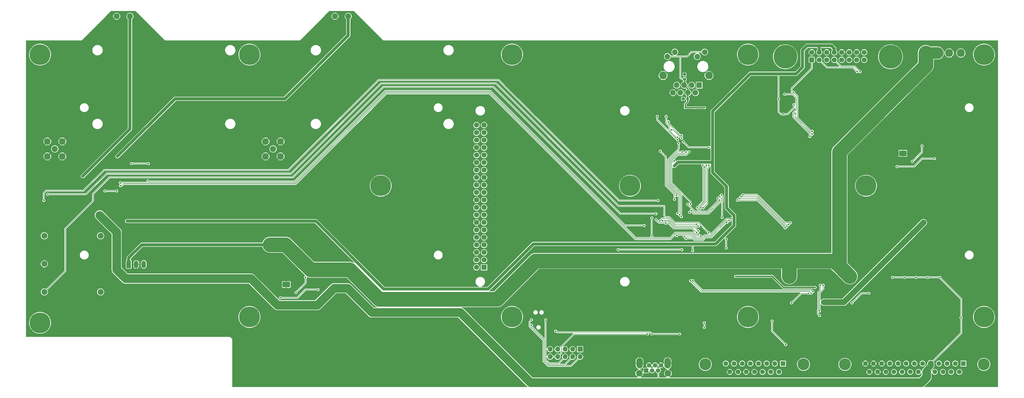
<source format=gbr>
%TF.GenerationSoftware,KiCad,Pcbnew,6.0.2+dfsg-1*%
%TF.CreationDate,2024-04-12T04:35:11+02:00*%
%TF.ProjectId,seatel,73656174-656c-42e6-9b69-6361645f7063,rev?*%
%TF.SameCoordinates,Original*%
%TF.FileFunction,Copper,L2,Bot*%
%TF.FilePolarity,Positive*%
%FSLAX46Y46*%
G04 Gerber Fmt 4.6, Leading zero omitted, Abs format (unit mm)*
G04 Created by KiCad (PCBNEW 6.0.2+dfsg-1) date 2024-04-12 04:35:11*
%MOMM*%
%LPD*%
G01*
G04 APERTURE LIST*
G04 Aperture macros list*
%AMRoundRect*
0 Rectangle with rounded corners*
0 $1 Rounding radius*
0 $2 $3 $4 $5 $6 $7 $8 $9 X,Y pos of 4 corners*
0 Add a 4 corners polygon primitive as box body*
4,1,4,$2,$3,$4,$5,$6,$7,$8,$9,$2,$3,0*
0 Add four circle primitives for the rounded corners*
1,1,$1+$1,$2,$3*
1,1,$1+$1,$4,$5*
1,1,$1+$1,$6,$7*
1,1,$1+$1,$8,$9*
0 Add four rect primitives between the rounded corners*
20,1,$1+$1,$2,$3,$4,$5,0*
20,1,$1+$1,$4,$5,$6,$7,0*
20,1,$1+$1,$6,$7,$8,$9,0*
20,1,$1+$1,$8,$9,$2,$3,0*%
G04 Aperture macros list end*
%TA.AperFunction,ComponentPad*%
%ADD10C,7.000000*%
%TD*%
%TA.AperFunction,ComponentPad*%
%ADD11C,2.000000*%
%TD*%
%TA.AperFunction,ComponentPad*%
%ADD12R,1.500000X1.500000*%
%TD*%
%TA.AperFunction,ComponentPad*%
%ADD13C,1.500000*%
%TD*%
%TA.AperFunction,ComponentPad*%
%ADD14C,2.200000*%
%TD*%
%TA.AperFunction,ComponentPad*%
%ADD15O,2.200000X3.600000*%
%TD*%
%TA.AperFunction,ComponentPad*%
%ADD16C,4.000000*%
%TD*%
%TA.AperFunction,ComponentPad*%
%ADD17R,1.600000X1.600000*%
%TD*%
%TA.AperFunction,ComponentPad*%
%ADD18C,1.600000*%
%TD*%
%TA.AperFunction,ComponentPad*%
%ADD19RoundRect,0.250000X0.600000X-0.600000X0.600000X0.600000X-0.600000X0.600000X-0.600000X-0.600000X0*%
%TD*%
%TA.AperFunction,ComponentPad*%
%ADD20C,1.700000*%
%TD*%
%TA.AperFunction,ComponentPad*%
%ADD21C,8.000000*%
%TD*%
%TA.AperFunction,ComponentPad*%
%ADD22R,1.500000X2.500000*%
%TD*%
%TA.AperFunction,ComponentPad*%
%ADD23O,1.500000X2.500000*%
%TD*%
%TA.AperFunction,ComponentPad*%
%ADD24C,2.050000*%
%TD*%
%TA.AperFunction,ComponentPad*%
%ADD25C,2.250000*%
%TD*%
%TA.AperFunction,ComponentPad*%
%ADD26RoundRect,0.250001X-1.099999X-1.099999X1.099999X-1.099999X1.099999X1.099999X-1.099999X1.099999X0*%
%TD*%
%TA.AperFunction,ComponentPad*%
%ADD27C,2.700000*%
%TD*%
%TA.AperFunction,ComponentPad*%
%ADD28R,1.700000X1.700000*%
%TD*%
%TA.AperFunction,ComponentPad*%
%ADD29O,1.700000X1.700000*%
%TD*%
%TA.AperFunction,ComponentPad*%
%ADD30C,0.500000*%
%TD*%
%TA.AperFunction,SMDPad,CuDef*%
%ADD31R,2.500000X1.900000*%
%TD*%
%TA.AperFunction,ComponentPad*%
%ADD32R,1.750000X1.750000*%
%TD*%
%TA.AperFunction,ComponentPad*%
%ADD33C,1.750000*%
%TD*%
%TA.AperFunction,ComponentPad*%
%ADD34C,2.600000*%
%TD*%
%TA.AperFunction,ComponentPad*%
%ADD35C,1.890000*%
%TD*%
%TA.AperFunction,ComponentPad*%
%ADD36R,1.900000X1.900000*%
%TD*%
%TA.AperFunction,ComponentPad*%
%ADD37C,1.900000*%
%TD*%
%TA.AperFunction,SMDPad,CuDef*%
%ADD38RoundRect,0.225000X0.250000X-0.225000X0.250000X0.225000X-0.250000X0.225000X-0.250000X-0.225000X0*%
%TD*%
%TA.AperFunction,SMDPad,CuDef*%
%ADD39RoundRect,0.225000X0.225000X0.250000X-0.225000X0.250000X-0.225000X-0.250000X0.225000X-0.250000X0*%
%TD*%
%TA.AperFunction,ViaPad*%
%ADD40C,2.000000*%
%TD*%
%TA.AperFunction,ViaPad*%
%ADD41C,0.600000*%
%TD*%
%TA.AperFunction,ViaPad*%
%ADD42C,1.000000*%
%TD*%
%TA.AperFunction,Conductor*%
%ADD43C,5.000000*%
%TD*%
%TA.AperFunction,Conductor*%
%ADD44C,1.000000*%
%TD*%
%TA.AperFunction,Conductor*%
%ADD45C,4.000000*%
%TD*%
%TA.AperFunction,Conductor*%
%ADD46C,0.200000*%
%TD*%
%TA.AperFunction,Conductor*%
%ADD47C,3.000000*%
%TD*%
%TA.AperFunction,Conductor*%
%ADD48C,2.000000*%
%TD*%
%TA.AperFunction,Conductor*%
%ADD49C,0.400000*%
%TD*%
%TA.AperFunction,Conductor*%
%ADD50C,0.500000*%
%TD*%
G04 APERTURE END LIST*
D10*
%TO.P,H5,1,1*%
%TO.N,unconnected-(H5-Pad1)*%
X375000000Y-176000000D03*
%TD*%
D11*
%TO.P,J1,1,Pin_1*%
%TO.N,Net-(J1-Pad1)*%
X159500000Y-74000000D03*
%TO.P,J1,2,Pin_2*%
%TO.N,GND*%
X155000000Y-74000000D03*
%TD*%
D12*
%TO.P,J8,1*%
%TO.N,Net-(J8-Pad1)*%
X260450000Y-194200000D03*
D13*
%TO.P,J8,2*%
%TO.N,GND*%
X261450000Y-192400000D03*
%TO.P,J8,3*%
%TO.N,Net-(IC2-Pad14)*%
X262500000Y-194200000D03*
%TO.P,J8,4*%
%TO.N,Net-(IC2-Pad13)*%
X263500000Y-192400000D03*
%TO.P,J8,5*%
%TO.N,+5V*%
X264550000Y-194200000D03*
%TO.P,J8,6*%
%TO.N,GND*%
X265550000Y-192400000D03*
D14*
%TO.P,J8,SH*%
X258150000Y-195150000D03*
D15*
X267750000Y-191700000D03*
X258250000Y-191700000D03*
D14*
X267850000Y-195150000D03*
%TD*%
D10*
%TO.P,H2,1,1*%
%TO.N,unconnected-(H2-Pad1)*%
X126000000Y-176000000D03*
%TD*%
D11*
%TO.P,IC7,1,RF-Out*%
%TO.N,Net-(IC7-Pad1)*%
X56475000Y-148475000D03*
%TO.P,IC7,2,GND*%
%TO.N,GND*%
X56475000Y-158000000D03*
%TO.P,IC7,3,Vc*%
%TO.N,/DAC_OCXO*%
X56475000Y-167525000D03*
%TO.P,IC7,4,Vref*%
%TO.N,unconnected-(IC7-Pad4)*%
X75525000Y-167525000D03*
%TO.P,IC7,5,Vcc*%
%TO.N,Net-(C24-Pad1)*%
X75525000Y-148475000D03*
%TD*%
D16*
%TO.P,J9,0,PAD*%
%TO.N,unconnected-(J9-Pad0)*%
X313830000Y-192119669D03*
X280530000Y-192119669D03*
D17*
%TO.P,J9,1,1*%
%TO.N,/MDE_MISO_B*%
X306875000Y-191819669D03*
D18*
%TO.P,J9,2,2*%
%TO.N,/MDE_MISO_A*%
X304105000Y-191819669D03*
%TO.P,J9,3,3*%
%TO.N,/MDE_SCK_Z*%
X301335000Y-191819669D03*
%TO.P,J9,4,4*%
%TO.N,/MDE_SCK_Y*%
X298565000Y-191819669D03*
%TO.P,J9,5,5*%
%TO.N,/MDE_MOSI_Z*%
X295795000Y-191819669D03*
%TO.P,J9,6,6*%
%TO.N,/MDE_MOSI_Y*%
X293025000Y-191819669D03*
%TO.P,J9,7,7*%
%TO.N,/MDE_CS_Y*%
X290255000Y-191819669D03*
%TO.P,J9,8,8*%
%TO.N,/MDE_CS_Z*%
X287485000Y-191819669D03*
%TO.P,J9,9,P9*%
%TO.N,Net-(C2-Pad1)*%
X305490000Y-194659669D03*
%TO.P,J9,10,P10*%
X302720000Y-194659669D03*
%TO.P,J9,11,P111*%
X299950000Y-194659669D03*
%TO.P,J9,12,P12*%
%TO.N,GND*%
X297180000Y-194659669D03*
%TO.P,J9,13,P13*%
X294410000Y-194659669D03*
%TO.P,J9,14,P14*%
X291640000Y-194659669D03*
%TO.P,J9,15,P15*%
X288870000Y-194659669D03*
%TD*%
D10*
%TO.P,H1,1,1*%
%TO.N,unconnected-(H1-Pad1)*%
X55000000Y-178000000D03*
%TD*%
%TO.P,H8,1,1*%
%TO.N,unconnected-(H8-Pad1)*%
X335000000Y-131500000D03*
%TD*%
D19*
%TO.P,J115,1,Pin_1*%
%TO.N,/IMU_SCK*%
X316610000Y-88752500D03*
D20*
%TO.P,J115,2,Pin_2*%
%TO.N,GND*%
X316610000Y-86212500D03*
%TO.P,J115,3,Pin_3*%
%TO.N,/IMU_MOSI*%
X319150000Y-88752500D03*
%TO.P,J115,4,Pin_4*%
%TO.N,+3V3*%
X319150000Y-86212500D03*
%TO.P,J115,5,Pin_5*%
%TO.N,/IMU_CS1*%
X321690000Y-88752500D03*
%TO.P,J115,6,Pin_6*%
%TO.N,GND*%
X321690000Y-86212500D03*
%TO.P,J115,7,Pin_7*%
%TO.N,/IMU_MISO*%
X324230000Y-88752500D03*
%TO.P,J115,8,Pin_8*%
%TO.N,+3V3*%
X324230000Y-86212500D03*
%TO.P,J115,9,Pin_9*%
%TO.N,/IMU_CS2*%
X326770000Y-88752500D03*
%TO.P,J115,10,Pin_10*%
%TO.N,GND*%
X326770000Y-86212500D03*
%TO.P,J115,11,Pin_11*%
%TO.N,/IMU_CS3*%
X329310000Y-88752500D03*
%TO.P,J115,12,Pin_12*%
%TO.N,+5V*%
X329310000Y-86212500D03*
%TO.P,J115,13,Pin_13*%
%TO.N,/IMU_EN*%
X331850000Y-88752500D03*
%TO.P,J115,14,Pin_14*%
%TO.N,GND*%
X331850000Y-86212500D03*
%TO.P,J115,15,Pin_15*%
%TO.N,/IMU_RES*%
X334390000Y-88752500D03*
%TO.P,J115,16,Pin_16*%
%TO.N,+5V*%
X334390000Y-86212500D03*
D21*
%TO.P,J115,MP*%
%TO.N,N/C*%
X307670000Y-87732500D03*
X343330000Y-87732500D03*
%TD*%
D10*
%TO.P,H10,1,1*%
%TO.N,unconnected-(H10-Pad1)*%
X126000000Y-87000000D03*
%TD*%
D22*
%TO.P,IC8,1,Vin*%
%TO.N,+24V*%
X85067500Y-158182500D03*
D23*
%TO.P,IC8,2,GND*%
%TO.N,GND*%
X87607500Y-158182500D03*
%TO.P,IC8,3,Vout*%
%TO.N,Net-(C33-Pad1)*%
X90147500Y-158182500D03*
%TD*%
D10*
%TO.P,H6,1,1*%
%TO.N,unconnected-(H6-Pad1)*%
X170500000Y-131500000D03*
%TD*%
%TO.P,H12,1,1*%
%TO.N,unconnected-(H12-Pad1)*%
X295000000Y-87000000D03*
%TD*%
D24*
%TO.P,J5,1,In*%
%TO.N,Net-(J5-Pad1)*%
X134000000Y-119000000D03*
D25*
%TO.P,J5,2,Ext*%
%TO.N,GND*%
X136540000Y-116460000D03*
X131460000Y-121540000D03*
X136540000Y-121540000D03*
X131460000Y-116460000D03*
%TD*%
D26*
%TO.P,J111,1,Pin_1*%
%TO.N,+24V*%
X355282500Y-86450000D03*
D27*
%TO.P,J111,2,Pin_2*%
X359242500Y-86450000D03*
%TO.P,J111,3,Pin_3*%
%TO.N,GND*%
X363202500Y-86450000D03*
%TO.P,J111,4,Pin_4*%
X367162500Y-86450000D03*
%TD*%
D10*
%TO.P,H9,1,1*%
%TO.N,unconnected-(H9-Pad1)*%
X55000000Y-87000000D03*
%TD*%
D28*
%TO.P,J6,1,Pin_1*%
%TO.N,Net-(J3-Pad22)*%
X238080000Y-186960000D03*
D29*
%TO.P,J6,2,Pin_2*%
%TO.N,/SWCLK*%
X238080000Y-189500000D03*
%TO.P,J6,3,Pin_3*%
%TO.N,Net-(J3-Pad18)*%
X235540000Y-186960000D03*
%TO.P,J6,4,Pin_4*%
%TO.N,/SWDIO*%
X235540000Y-189500000D03*
%TO.P,J6,5,Pin_5*%
%TO.N,Net-(J3-Pad12)*%
X233000000Y-186960000D03*
%TO.P,J6,6,Pin_6*%
%TO.N,/NRST*%
X233000000Y-189500000D03*
%TO.P,J6,7,Pin_7*%
%TO.N,Net-(J3-Pad8)*%
X230460000Y-186960000D03*
%TO.P,J6,8,Pin_8*%
%TO.N,/GPS_TXD*%
X230460000Y-189500000D03*
%TO.P,J6,9,Pin_9*%
%TO.N,/STM_GPS_TXD*%
X227920000Y-186960000D03*
%TO.P,J6,10,Pin_10*%
%TO.N,/GPS_TXD*%
X227920000Y-189500000D03*
%TD*%
D16*
%TO.P,J10,0,PAD*%
%TO.N,unconnected-(J10-Pad0)*%
X374955000Y-192119669D03*
X327855000Y-192119669D03*
D17*
%TO.P,J10,1,1*%
%TO.N,Net-(C10-Pad1)*%
X368025000Y-191819669D03*
D18*
%TO.P,J10,2,2*%
X365255000Y-191819669D03*
%TO.P,J10,3,3*%
%TO.N,Net-(C7-Pad1)*%
X362485000Y-191819669D03*
%TO.P,J10,4,4*%
X359715000Y-191819669D03*
%TO.P,J10,5,5*%
%TO.N,+5V*%
X356945000Y-191819669D03*
%TO.P,J10,6,6*%
%TO.N,/ADC0*%
X354175000Y-191819669D03*
%TO.P,J10,7,7*%
%TO.N,/ADC2*%
X351405000Y-191819669D03*
%TO.P,J10,8,8*%
%TO.N,/OUT0*%
X348635000Y-191819669D03*
%TO.P,J10,9,9*%
%TO.N,/OUT2*%
X345865000Y-191819669D03*
%TO.P,J10,10,10*%
%TO.N,/OUT4*%
X343095000Y-191819669D03*
%TO.P,J10,11,11*%
%TO.N,GND*%
X340325000Y-191819669D03*
%TO.P,J10,12,12*%
X337555000Y-191819669D03*
%TO.P,J10,13,13*%
X334785000Y-191819669D03*
%TO.P,J10,14,P14*%
%TO.N,Net-(C10-Pad1)*%
X366640000Y-194659669D03*
%TO.P,J10,15,P15*%
X363870000Y-194659669D03*
%TO.P,J10,16,P16*%
%TO.N,Net-(C7-Pad1)*%
X361100000Y-194659669D03*
%TO.P,J10,17,P17*%
X358330000Y-194659669D03*
%TO.P,J10,18,P18*%
%TO.N,+5V*%
X355560000Y-194659669D03*
%TO.P,J10,19,P19*%
%TO.N,/ADC1*%
X352790000Y-194659669D03*
%TO.P,J10,20,P20*%
%TO.N,/ADC3*%
X350020000Y-194659669D03*
%TO.P,J10,21,P21*%
%TO.N,/OUT1*%
X347250000Y-194659669D03*
%TO.P,J10,22,P22*%
%TO.N,/OUT3*%
X344480000Y-194659669D03*
%TO.P,J10,23,P23*%
%TO.N,GND*%
X341710000Y-194659669D03*
%TO.P,J10,24,P24*%
X338940000Y-194659669D03*
%TO.P,J10,25,P25*%
X336170000Y-194659669D03*
%TD*%
D30*
%TO.P,IC10,9,EP*%
%TO.N,GND*%
X346500000Y-121200000D03*
X348500000Y-121200000D03*
X347500000Y-121200000D03*
X347500000Y-119800000D03*
D31*
X347500000Y-120500000D03*
D30*
X346500000Y-119800000D03*
X348500000Y-119800000D03*
%TD*%
D32*
%TO.P,J3,1,3V3*%
%TO.N,unconnected-(J3-Pad1)*%
X205520000Y-159180000D03*
D33*
%TO.P,J3,2,5V*%
%TO.N,+5V*%
X202980000Y-159180000D03*
%TO.P,J3,3,SDA/GPIO2*%
%TO.N,unconnected-(J3-Pad3)*%
X205520000Y-156640000D03*
%TO.P,J3,4,5V*%
%TO.N,+5V*%
X202980000Y-156640000D03*
%TO.P,J3,5,SCL/GPIO3*%
%TO.N,unconnected-(J3-Pad5)*%
X205520000Y-154100000D03*
%TO.P,J3,6,GND*%
%TO.N,GND*%
X202980000Y-154100000D03*
%TO.P,J3,7,GCLK0/GPIO4*%
%TO.N,unconnected-(J3-Pad7)*%
X205520000Y-151560000D03*
%TO.P,J3,8,GPIO14/TXD*%
%TO.N,Net-(J3-Pad8)*%
X202980000Y-151560000D03*
%TO.P,J3,9,GND*%
%TO.N,GND*%
X205520000Y-149020000D03*
%TO.P,J3,10,GPIO15/RXD*%
%TO.N,/GPS_RXD*%
X202980000Y-149020000D03*
%TO.P,J3,11,GPIO17*%
%TO.N,unconnected-(J3-Pad11)*%
X205520000Y-146480000D03*
%TO.P,J3,12,GPIO18/PWM0*%
%TO.N,Net-(J3-Pad12)*%
X202980000Y-146480000D03*
%TO.P,J3,13,GPIO27*%
%TO.N,unconnected-(J3-Pad13)*%
X205520000Y-143940000D03*
%TO.P,J3,14,GND*%
%TO.N,GND*%
X202980000Y-143940000D03*
%TO.P,J3,15,GPIO22*%
%TO.N,unconnected-(J3-Pad15)*%
X205520000Y-141400000D03*
%TO.P,J3,16,GPIO23*%
%TO.N,unconnected-(J3-Pad16)*%
X202980000Y-141400000D03*
%TO.P,J3,17,3V3*%
%TO.N,unconnected-(J3-Pad17)*%
X205520000Y-138860000D03*
%TO.P,J3,18,GPIO24*%
%TO.N,Net-(J3-Pad18)*%
X202980000Y-138860000D03*
%TO.P,J3,19,MOSI0/GPIO10*%
%TO.N,unconnected-(J3-Pad19)*%
X205520000Y-136320000D03*
%TO.P,J3,20,GND*%
%TO.N,GND*%
X202980000Y-136320000D03*
%TO.P,J3,21,MISO0/GPIO9*%
%TO.N,unconnected-(J3-Pad21)*%
X205520000Y-133780000D03*
%TO.P,J3,22,GPIO25*%
%TO.N,Net-(J3-Pad22)*%
X202980000Y-133780000D03*
%TO.P,J3,23,SCLK0/GPIO11*%
%TO.N,unconnected-(J3-Pad23)*%
X205520000Y-131240000D03*
%TO.P,J3,24,~{CE0}/GPIO8*%
%TO.N,unconnected-(J3-Pad24)*%
X202980000Y-131240000D03*
%TO.P,J3,25,GND*%
%TO.N,GND*%
X205520000Y-128700000D03*
%TO.P,J3,26,~{CE1}/GPIO7*%
%TO.N,unconnected-(J3-Pad26)*%
X202980000Y-128700000D03*
%TO.P,J3,27,ID_SD/GPIO0*%
%TO.N,unconnected-(J3-Pad27)*%
X205520000Y-126160000D03*
%TO.P,J3,28,ID_SC/GPIO1*%
%TO.N,unconnected-(J3-Pad28)*%
X202980000Y-126160000D03*
%TO.P,J3,29,GCLK1/GPIO5*%
%TO.N,unconnected-(J3-Pad29)*%
X205520000Y-123620000D03*
%TO.P,J3,30,GND*%
%TO.N,GND*%
X202980000Y-123620000D03*
%TO.P,J3,31,GCLK2/GPIO6*%
%TO.N,unconnected-(J3-Pad31)*%
X205520000Y-121080000D03*
%TO.P,J3,32,PWM0/GPIO12*%
%TO.N,unconnected-(J3-Pad32)*%
X202980000Y-121080000D03*
%TO.P,J3,33,PWM1/GPIO13*%
%TO.N,unconnected-(J3-Pad33)*%
X205520000Y-118540000D03*
%TO.P,J3,34,GND*%
%TO.N,GND*%
X202980000Y-118540000D03*
%TO.P,J3,35,GPIO19/MISO1*%
%TO.N,unconnected-(J3-Pad35)*%
X205520000Y-116000000D03*
%TO.P,J3,36,GPIO16*%
%TO.N,unconnected-(J3-Pad36)*%
X202980000Y-116000000D03*
%TO.P,J3,37,GPIO26*%
%TO.N,unconnected-(J3-Pad37)*%
X205520000Y-113460000D03*
%TO.P,J3,38,GPIO20/MOSI1*%
%TO.N,unconnected-(J3-Pad38)*%
X202980000Y-113460000D03*
%TO.P,J3,39,GND*%
%TO.N,GND*%
X205520000Y-110920000D03*
%TO.P,J3,40,GPIO21/SCLK1*%
%TO.N,unconnected-(J3-Pad40)*%
X202980000Y-110920000D03*
%TD*%
D34*
%TO.P,J7,13,SHIELD*%
%TO.N,GND*%
X266225000Y-94080000D03*
X281775000Y-94080000D03*
D35*
%TO.P,J7,L1,LEDY_A*%
%TO.N,+3V3*%
X267675000Y-87650000D03*
%TO.P,J7,L2,LEDY_K*%
%TO.N,/LED_LINK*%
X270215000Y-86130000D03*
%TO.P,J7,L3,LEDG_K*%
%TO.N,/LED_ACT*%
X277785000Y-87650000D03*
%TO.P,J7,L4,LEDG_A*%
%TO.N,+3V3*%
X280325000Y-86130000D03*
D36*
%TO.P,J7,R1,TD+*%
%TO.N,/TD+*%
X278445000Y-97370000D03*
D37*
%TO.P,J7,R2,TD-*%
%TO.N,/TD-*%
X277175000Y-99910000D03*
%TO.P,J7,R3,RD+*%
%TO.N,/RD+*%
X275905000Y-97370000D03*
%TO.P,J7,R4,TCT*%
%TO.N,+3V3*%
X274635000Y-99910000D03*
%TO.P,J7,R5,RCT*%
X273365000Y-97370000D03*
%TO.P,J7,R6,RD-*%
%TO.N,/RD-*%
X272095000Y-99910000D03*
%TO.P,J7,R7,NC*%
%TO.N,unconnected-(J7-PadR7)*%
X270825000Y-97370000D03*
%TO.P,J7,R8,GND*%
%TO.N,GND*%
X269555000Y-99910000D03*
%TD*%
D10*
%TO.P,H7,1,1*%
%TO.N,unconnected-(H7-Pad1)*%
X255000000Y-131500000D03*
%TD*%
%TO.P,H13,1,1*%
%TO.N,unconnected-(H13-Pad1)*%
X375000000Y-87000000D03*
%TD*%
%TO.P,H3,1,1*%
%TO.N,unconnected-(H3-Pad1)*%
X215000000Y-176000000D03*
%TD*%
D24*
%TO.P,J4,1,In*%
%TO.N,Net-(J4-Pad1)*%
X60000000Y-119000000D03*
D25*
%TO.P,J4,2,Ext*%
%TO.N,GND*%
X57460000Y-116460000D03*
X62540000Y-121540000D03*
X62540000Y-116460000D03*
X57460000Y-121540000D03*
%TD*%
D10*
%TO.P,H4,1,1*%
%TO.N,unconnected-(H4-Pad1)*%
X295000000Y-176000000D03*
%TD*%
%TO.P,H11,1,1*%
%TO.N,unconnected-(H11-Pad1)*%
X215000000Y-87000000D03*
%TD*%
D30*
%TO.P,IC11,9,EP*%
%TO.N,GND*%
X139500000Y-165700000D03*
X139500000Y-164300000D03*
X138500000Y-165700000D03*
X137500000Y-164300000D03*
X137500000Y-165700000D03*
D31*
X138500000Y-165000000D03*
D30*
X138500000Y-164300000D03*
%TD*%
D11*
%TO.P,J2,1,Pin_1*%
%TO.N,Net-(J2-Pad1)*%
X85500000Y-74000000D03*
%TO.P,J2,2,Pin_2*%
%TO.N,GND*%
X81000000Y-74000000D03*
%TD*%
D38*
%TO.P,C76,1*%
%TO.N,+3V3*%
X273500000Y-95275000D03*
%TO.P,C76,2*%
%TO.N,GND*%
X273500000Y-93725000D03*
%TD*%
D39*
%TO.P,C75,1*%
%TO.N,+3V3*%
X274525000Y-102000000D03*
%TO.P,C75,2*%
%TO.N,GND*%
X272975000Y-102000000D03*
%TD*%
D40*
%TO.N,+24V*%
X327750000Y-160500000D03*
X343000000Y-103000000D03*
X329500000Y-162250000D03*
X138000000Y-151500000D03*
X326000000Y-158750000D03*
X133000000Y-151500000D03*
X345000000Y-101000000D03*
X135500000Y-151500000D03*
X309000000Y-160000000D03*
X309000000Y-162250000D03*
X347000000Y-99000000D03*
X309000000Y-157750000D03*
D41*
%TO.N,GND*%
X132500000Y-178500000D03*
X281100000Y-139000000D03*
X209250000Y-189500000D03*
X133800000Y-126800000D03*
X160250000Y-188500000D03*
X306000000Y-176000000D03*
X134500000Y-165000000D03*
X323250000Y-102250000D03*
X312500000Y-119500000D03*
X147600000Y-120800000D03*
X320250000Y-105250000D03*
X274000000Y-131600000D03*
X197600000Y-150000000D03*
X197600000Y-136000000D03*
X330500000Y-101500000D03*
X65000000Y-130500000D03*
X281500000Y-145200000D03*
X251400000Y-137600000D03*
X235600000Y-125800000D03*
X310750000Y-114000000D03*
X210500000Y-184250000D03*
X152600000Y-111800000D03*
X72400000Y-136200000D03*
X133800000Y-129200000D03*
X200600000Y-143000000D03*
X271200000Y-108650000D03*
X208250000Y-188500000D03*
X244600000Y-130800000D03*
X196250000Y-178500000D03*
X342750000Y-109500000D03*
X200600000Y-95000000D03*
X146600000Y-119800000D03*
X309750000Y-115000000D03*
X342750000Y-112000000D03*
X320500000Y-111500000D03*
X73600000Y-136200000D03*
X197600000Y-147200000D03*
X160250000Y-189300000D03*
X208400000Y-97400000D03*
X265250000Y-130000000D03*
X206250000Y-186500000D03*
X197600000Y-137400000D03*
X276000000Y-160250000D03*
X159750000Y-171000000D03*
X197600000Y-143000000D03*
X272500000Y-131600000D03*
X197600000Y-103800000D03*
X133800000Y-125600000D03*
X265800000Y-140400000D03*
X268250000Y-178250000D03*
X159600000Y-104800000D03*
X295750000Y-129000000D03*
X219500000Y-193250000D03*
X123800000Y-129200000D03*
X65200000Y-135000000D03*
X306500000Y-125500000D03*
X187600000Y-97400000D03*
X85200000Y-126800000D03*
X319500000Y-112500000D03*
X368750000Y-131500000D03*
X197600000Y-130400000D03*
X312400000Y-106000000D03*
X78500000Y-130500000D03*
X85600000Y-129200000D03*
X322500000Y-109500000D03*
X64200000Y-160000000D03*
X361750000Y-110500000D03*
X294750000Y-130000000D03*
X200600000Y-109400000D03*
X326000000Y-180000000D03*
X306750000Y-118000000D03*
X81000000Y-137250000D03*
X348500000Y-179500000D03*
X113800000Y-129200000D03*
X177600000Y-97400000D03*
X269500000Y-173250000D03*
X362500000Y-179500000D03*
X299250000Y-164250000D03*
X313500000Y-118500000D03*
X197600000Y-131800000D03*
X334500000Y-179500000D03*
X230600000Y-116800000D03*
X53000000Y-127000000D03*
X113800000Y-128000000D03*
X325500000Y-106500000D03*
X200600000Y-119200000D03*
X344000000Y-170250000D03*
X79500000Y-134250000D03*
X318500000Y-113500000D03*
X343500000Y-120500000D03*
X305750000Y-119000000D03*
X250400000Y-138600000D03*
X282500000Y-181500000D03*
X200600000Y-131800000D03*
X91250000Y-149500000D03*
X93800000Y-129200000D03*
X200600000Y-102400000D03*
X149250000Y-168250000D03*
X315500000Y-116500000D03*
X361750000Y-111300000D03*
X207500000Y-181250000D03*
X231600000Y-115800000D03*
X342500000Y-129000000D03*
X340500000Y-134000000D03*
X197600000Y-154200000D03*
X368750000Y-136500000D03*
X342750000Y-114500000D03*
X340500000Y-129000000D03*
X152750000Y-154200000D03*
X197600000Y-124800000D03*
X82250000Y-126800000D03*
X228600000Y-118800000D03*
X89600000Y-129200000D03*
X289500000Y-138000000D03*
X368750000Y-124000000D03*
X226400000Y-175800000D03*
X284250000Y-164250000D03*
X341500000Y-179500000D03*
X64000000Y-139750000D03*
X216500000Y-190250000D03*
X337750000Y-164250000D03*
X282400000Y-150000000D03*
X196250000Y-176750000D03*
X197600000Y-138800000D03*
X103800000Y-129200000D03*
X204250000Y-184500000D03*
X63600000Y-145000000D03*
X200250000Y-180500000D03*
X159750000Y-181000000D03*
X197600000Y-148600000D03*
X316250000Y-109250000D03*
X200600000Y-148600000D03*
X197600000Y-152800000D03*
X200600000Y-112200000D03*
X302750000Y-122000000D03*
X323500000Y-165500000D03*
X72800000Y-133400000D03*
X212250000Y-192500000D03*
X265800000Y-141600000D03*
X200600000Y-130400000D03*
X160250000Y-187700000D03*
X304250000Y-106000000D03*
X103800000Y-125600000D03*
X214600000Y-104800000D03*
X197600000Y-141600000D03*
X214500000Y-188250000D03*
X70000000Y-135000000D03*
X123800000Y-128000000D03*
X291600000Y-144400000D03*
X359000000Y-179500000D03*
X355500000Y-179500000D03*
X333500000Y-161750000D03*
X269250000Y-109750000D03*
X200600000Y-133200000D03*
X317250000Y-180000000D03*
X298750000Y-126000000D03*
X352000000Y-179500000D03*
X187600000Y-95000000D03*
X177600000Y-96200000D03*
X341500000Y-129000000D03*
X169600000Y-100800000D03*
X318250000Y-107250000D03*
X271000000Y-138600000D03*
X324500000Y-166500000D03*
X361750000Y-109700000D03*
X160600000Y-105800000D03*
X310500000Y-121500000D03*
X299500000Y-132500000D03*
X293750000Y-131000000D03*
X200600000Y-103800000D03*
X131500000Y-178500000D03*
X82250000Y-128000000D03*
X197600000Y-105200000D03*
X200600000Y-136000000D03*
X177600000Y-95000000D03*
X205250000Y-185500000D03*
X331500000Y-100500000D03*
X162600000Y-107800000D03*
X303750000Y-121000000D03*
X200600000Y-134600000D03*
X360000000Y-170250000D03*
X326500000Y-105500000D03*
X302500000Y-179500000D03*
X190000000Y-198800000D03*
X200600000Y-145800000D03*
X274750000Y-93750000D03*
X82250000Y-129200000D03*
X261600000Y-140400000D03*
X257250000Y-172500000D03*
X200600000Y-110800000D03*
X317750000Y-167000000D03*
X303500000Y-128500000D03*
X197600000Y-116400000D03*
X70000000Y-123500000D03*
X88750000Y-149500000D03*
X197600000Y-95000000D03*
X197600000Y-151400000D03*
X131500000Y-173500000D03*
X65200000Y-133800000D03*
X310600000Y-102000000D03*
X368750000Y-134000000D03*
X73600000Y-134800000D03*
X84750000Y-147750000D03*
X280700000Y-147600000D03*
X145600000Y-118800000D03*
X321500000Y-110500000D03*
X271250000Y-126250000D03*
X261600000Y-141600000D03*
X369250000Y-143200000D03*
X261600000Y-137800000D03*
X159750000Y-178500000D03*
X213250000Y-193500000D03*
X197600000Y-98600000D03*
X197600000Y-113600000D03*
X265000000Y-118500000D03*
X133500000Y-178500000D03*
X200600000Y-98600000D03*
X278500000Y-162750000D03*
X368750000Y-126500000D03*
X319250000Y-106250000D03*
X205500000Y-179250000D03*
X304750000Y-120000000D03*
X362500000Y-121000000D03*
X197600000Y-101000000D03*
X276750000Y-126250000D03*
X208400000Y-98600000D03*
X327250000Y-98250000D03*
X197600000Y-145800000D03*
X168600000Y-99800000D03*
X197600000Y-123400000D03*
X154600000Y-113800000D03*
X123800000Y-126800000D03*
X203250000Y-183500000D03*
X177600000Y-98600000D03*
X197600000Y-112200000D03*
X161600000Y-106800000D03*
X197600000Y-127600000D03*
X79500000Y-130500000D03*
X200600000Y-150000000D03*
X200600000Y-108000000D03*
X289000000Y-144400000D03*
X348000000Y-170250000D03*
X200600000Y-116400000D03*
X271600000Y-146700000D03*
X275700000Y-146700000D03*
X301750000Y-123000000D03*
X197600000Y-120600000D03*
X221600000Y-111800000D03*
X296750000Y-128000000D03*
X197600000Y-134600000D03*
X312750000Y-112000000D03*
X85200000Y-125600000D03*
X200600000Y-127600000D03*
X309000000Y-179500000D03*
X79500000Y-131500000D03*
X317250000Y-184000000D03*
X82250000Y-125600000D03*
X197600000Y-106600000D03*
X328500000Y-103500000D03*
X359200000Y-174800000D03*
X229600000Y-117800000D03*
X197600000Y-109400000D03*
X153600000Y-112800000D03*
X209500000Y-183250000D03*
X138400000Y-125600000D03*
X200600000Y-123400000D03*
X369500000Y-179500000D03*
X223600000Y-109800000D03*
X187600000Y-98600000D03*
X200600000Y-138800000D03*
X208400000Y-96200000D03*
X323500000Y-108500000D03*
X139600000Y-126800000D03*
X306000000Y-178500000D03*
X200600000Y-106600000D03*
X304500000Y-127500000D03*
X327500000Y-104500000D03*
X305500000Y-126500000D03*
X141600000Y-128800000D03*
X325250000Y-100250000D03*
X332500000Y-99500000D03*
X300500000Y-131500000D03*
X159750000Y-173500000D03*
X237600000Y-123800000D03*
X215500000Y-189250000D03*
X152750000Y-155000000D03*
X202250000Y-182500000D03*
X197600000Y-117800000D03*
X341500000Y-134000000D03*
X200600000Y-105200000D03*
X93800000Y-126800000D03*
X299750000Y-125000000D03*
X200600000Y-115000000D03*
X159750000Y-176000000D03*
X90500000Y-132000000D03*
X368750000Y-129000000D03*
X200600000Y-140200000D03*
X242600000Y-132800000D03*
X324500000Y-107500000D03*
X306000000Y-179500000D03*
X326000000Y-184000000D03*
X329500000Y-102500000D03*
X200600000Y-144400000D03*
X216600000Y-102800000D03*
X197600000Y-126200000D03*
X200600000Y-126200000D03*
X273000000Y-126500000D03*
X148600000Y-121800000D03*
X264500000Y-148500000D03*
X200000000Y-198800000D03*
X292000000Y-179250000D03*
X215250000Y-195500000D03*
X207250000Y-187500000D03*
X197600000Y-122000000D03*
X201250000Y-181500000D03*
X197600000Y-144400000D03*
X212500000Y-186250000D03*
X200600000Y-154200000D03*
X197600000Y-108000000D03*
X200600000Y-124800000D03*
X345000000Y-179500000D03*
X315000000Y-179500000D03*
X133750000Y-156500000D03*
X273300000Y-141200000D03*
X222600000Y-110800000D03*
X78500000Y-131500000D03*
X307500000Y-124500000D03*
X317500000Y-114500000D03*
X166600000Y-97800000D03*
X217500000Y-191250000D03*
X316500000Y-115500000D03*
X197600000Y-115000000D03*
X261600000Y-135900500D03*
X311750000Y-113000000D03*
X113800000Y-125600000D03*
X309500000Y-122500000D03*
X200600000Y-113600000D03*
X200600000Y-101000000D03*
X200600000Y-147200000D03*
X200600000Y-152800000D03*
X167600000Y-98800000D03*
X208500000Y-182250000D03*
X311500000Y-120500000D03*
X63000000Y-146400000D03*
X200600000Y-122000000D03*
X216250000Y-196500000D03*
X300750000Y-124000000D03*
X152750000Y-155800000D03*
X51500000Y-134000000D03*
X77200000Y-129000000D03*
X249400000Y-139600000D03*
X317250000Y-164250000D03*
X197600000Y-129000000D03*
X200600000Y-137400000D03*
X281750000Y-109000000D03*
X315250000Y-110250000D03*
X93800000Y-128000000D03*
X208400000Y-95000000D03*
X213500000Y-187250000D03*
X113800000Y-126800000D03*
X123800000Y-125600000D03*
X324250000Y-101250000D03*
X70000000Y-133800000D03*
X211250000Y-191500000D03*
X284500000Y-153500000D03*
X297750000Y-127000000D03*
X356000000Y-170250000D03*
X133750000Y-159000000D03*
X358250000Y-123750000D03*
X308500000Y-123500000D03*
X63000000Y-160000000D03*
X238600000Y-122800000D03*
X321250000Y-104250000D03*
X214250000Y-194500000D03*
X187600000Y-96200000D03*
X133500000Y-173500000D03*
X215600000Y-103800000D03*
X299000000Y-179500000D03*
X308750000Y-116000000D03*
X301500000Y-130500000D03*
X323500000Y-166500000D03*
X322250000Y-103250000D03*
X197600000Y-140200000D03*
X221500000Y-195250000D03*
X369250000Y-144000000D03*
X265000000Y-114000000D03*
X272750000Y-103250000D03*
X268900000Y-120700000D03*
X326250000Y-99250000D03*
X200600000Y-120600000D03*
X328250000Y-97250000D03*
X281500000Y-142400000D03*
X197600000Y-110800000D03*
X243600000Y-131800000D03*
X72400000Y-134800000D03*
X200600000Y-117800000D03*
X302500000Y-129500000D03*
X75076089Y-126876089D03*
X224600000Y-108800000D03*
X352000000Y-170250000D03*
X317250000Y-108250000D03*
X197600000Y-133200000D03*
X324500000Y-165500000D03*
X290700000Y-160700000D03*
X273300000Y-137750000D03*
X333500000Y-98500000D03*
X298500000Y-133500000D03*
X65200000Y-132600000D03*
X75200000Y-133000000D03*
X197600000Y-102400000D03*
X303250000Y-160700000D03*
X200600000Y-151400000D03*
X273400000Y-115400000D03*
X338000000Y-179500000D03*
X217600000Y-101800000D03*
X236600000Y-124800000D03*
X206500000Y-180250000D03*
X283700000Y-160700000D03*
X133800000Y-128000000D03*
X307750000Y-117000000D03*
X91750000Y-121500000D03*
X370000000Y-175000000D03*
X200600000Y-129000000D03*
X60250000Y-130500000D03*
X103800000Y-128000000D03*
X340500000Y-120500000D03*
X103800000Y-126800000D03*
X200600000Y-96200000D03*
X220500000Y-194250000D03*
X197600000Y-97400000D03*
X218500000Y-192250000D03*
X155600000Y-114800000D03*
X132500000Y-173500000D03*
X197600000Y-96200000D03*
X276500000Y-109500000D03*
X245600000Y-129800000D03*
X91750000Y-119000000D03*
X211500000Y-185250000D03*
X76000000Y-127800000D03*
X252000000Y-135900000D03*
X200600000Y-97400000D03*
X314500000Y-117500000D03*
X288500000Y-179250000D03*
X140600000Y-127800000D03*
X197600000Y-119200000D03*
X210250000Y-190500000D03*
X64200000Y-146400000D03*
X342500000Y-134000000D03*
X366000000Y-179500000D03*
X93800000Y-125600000D03*
X369250000Y-144800000D03*
X200600000Y-141600000D03*
%TO.N,/MDE-*%
X319250000Y-175500000D03*
X319500000Y-165250000D03*
%TO.N,/MDE+*%
X320500000Y-165250000D03*
X319250000Y-174000000D03*
%TO.N,+5V*%
X360000000Y-162600000D03*
X356000000Y-162600000D03*
D40*
X193500000Y-174500000D03*
D42*
X75250000Y-141500000D03*
D41*
X352000000Y-162600000D03*
X344000000Y-162600000D03*
X367250000Y-176250000D03*
D42*
X203000000Y-180000000D03*
D41*
X270500000Y-198000000D03*
D40*
X155500000Y-166250000D03*
D41*
X348000000Y-162600000D03*
%TO.N,+3V3*%
X287750000Y-139000000D03*
X283000000Y-117000000D03*
X310600000Y-104000000D03*
X77000000Y-133250000D03*
X307000000Y-107200000D03*
X303250000Y-162250000D03*
X81000000Y-133250000D03*
X283000000Y-106250000D03*
X284000000Y-151250000D03*
X305400000Y-102000000D03*
X84500000Y-143500000D03*
X278000000Y-123500000D03*
X276250000Y-153500000D03*
X317750000Y-166000000D03*
X280250000Y-105000000D03*
X270000000Y-124800000D03*
X290750000Y-162250000D03*
D42*
X207000000Y-166500000D03*
D41*
X273750000Y-105000000D03*
X277000000Y-105000000D03*
X267250000Y-151250000D03*
%TO.N,Net-(C36-Pad1)*%
X354000000Y-118000000D03*
X350750000Y-123250000D03*
%TO.N,Net-(C37-Pad1)*%
X141750000Y-167750000D03*
X145000000Y-162500000D03*
D40*
%TO.N,/5V_EXT*%
X352750000Y-145750000D03*
X320750000Y-171000000D03*
X325250000Y-171000000D03*
X354500000Y-144000000D03*
X323000000Y-171000000D03*
X351000000Y-147500000D03*
D41*
%TO.N,/MDE_MISO_B*%
X303200000Y-177400000D03*
X307800000Y-185400000D03*
%TO.N,/MDE_CS_Z*%
X280200000Y-179600000D03*
X280200000Y-178000000D03*
%TO.N,/GPS_TXD*%
X261000000Y-181800000D03*
%TO.N,/GPS_RXD*%
X271800000Y-181800000D03*
X229800000Y-180800000D03*
X262400000Y-181800000D03*
%TO.N,/MDE_MOSI*%
X287606414Y-149593586D03*
X287600000Y-152600000D03*
%TO.N,Net-(IC10-Pad5)*%
X345500000Y-125000000D03*
X358250000Y-122250000D03*
%TO.N,Net-(IC11-Pad5)*%
X136500000Y-169500000D03*
X149250000Y-166750000D03*
%TO.N,/20MHZ*%
X264500000Y-136500000D03*
X56300000Y-136500000D03*
%TO.N,/10MHZ*%
X57600000Y-134400000D03*
X281750000Y-147500000D03*
%TO.N,/INA_SCL*%
X82250000Y-131500000D03*
X276300000Y-163700000D03*
X317000000Y-167400000D03*
X279000000Y-148600000D03*
%TO.N,/INA_SDA*%
X275500000Y-163750000D03*
X316400000Y-168000000D03*
X82250000Y-130500000D03*
X278200000Y-148000000D03*
%TO.N,/IMU_MISO*%
X333000000Y-92800000D03*
X288650000Y-143350000D03*
X316800000Y-114000000D03*
X311000000Y-107000000D03*
X273400000Y-148800000D03*
%TO.N,/IMU_SCK*%
X316000000Y-114800000D03*
X307400000Y-100400000D03*
X270800000Y-148400000D03*
X289250000Y-142750000D03*
%TO.N,/IMU_MOSI*%
X332000000Y-92800000D03*
X310500000Y-99800000D03*
X287850000Y-143950000D03*
X274000000Y-149400000D03*
X316800000Y-113000000D03*
%TO.N,/ETH_TXEN*%
X279700000Y-124500000D03*
X277800000Y-139000000D03*
%TO.N,/ETH_TX0*%
X278400000Y-139600000D03*
X280300000Y-125100000D03*
%TO.N,/ETH_TX1*%
X280900000Y-124500000D03*
X279000000Y-139000000D03*
%TO.N,Net-(IC16-Pad20)*%
X272500000Y-115400000D03*
X269000000Y-112500000D03*
%TO.N,Net-(IC16-Pad21)*%
X272500000Y-114500000D03*
X268000000Y-109750000D03*
%TO.N,Net-(IC16-Pad26)*%
X271100000Y-115000000D03*
X267250000Y-108000000D03*
%TO.N,Net-(IC16-Pad28)*%
X271100000Y-115900000D03*
X264250000Y-108000000D03*
%TO.N,/NRST*%
X279800000Y-139000000D03*
X281750000Y-124500000D03*
X265100000Y-143400000D03*
X273100000Y-116600000D03*
X281750000Y-118500000D03*
X277600000Y-144600000D03*
X226400000Y-177000000D03*
%TO.N,/ETH_MDIO*%
X270800000Y-134800000D03*
X271500000Y-117100000D03*
%TO.N,/ETH_MDC*%
X275500000Y-137750000D03*
X270000000Y-123100000D03*
%TO.N,/ETH_OSC*%
X270100000Y-136100000D03*
X265250000Y-119750000D03*
%TO.N,/ETH_CRS*%
X271100000Y-140900000D03*
X272800000Y-120000000D03*
%TO.N,/ETH_RX0*%
X274000000Y-120000000D03*
X271800000Y-141400000D03*
%TO.N,/ETH_RX1*%
X275000000Y-120000000D03*
X272400000Y-142000000D03*
%TO.N,/ADC_CS*%
X308200000Y-145200000D03*
X292000000Y-135800000D03*
X284800000Y-135800000D03*
X274600000Y-137800000D03*
%TO.N,/DAC_OCXO*%
X263800000Y-141000000D03*
%TO.N,/ADC_SCK*%
X275800000Y-139900000D03*
X285400000Y-136400000D03*
X307600000Y-145800000D03*
X291400000Y-136400000D03*
%TO.N,/ADC_MISO*%
X275200000Y-140500000D03*
X308800000Y-144600000D03*
X292600000Y-135200000D03*
X285400000Y-135200000D03*
%TO.N,/DRV_LNA_EN*%
X91600000Y-129800000D03*
X259800000Y-145000000D03*
%TO.N,/STM_GPS_TXD*%
X272600000Y-153200000D03*
X251000000Y-153200000D03*
%TO.N,/SWDIO*%
X267100000Y-144200000D03*
X277600000Y-147400000D03*
X221600000Y-178800000D03*
%TO.N,/SWCLK*%
X263800000Y-143000000D03*
X221600000Y-177000000D03*
X278200000Y-146800000D03*
%TO.N,/SWO*%
X278200000Y-145200000D03*
X266000000Y-143400000D03*
%TO.N,/ADC_MOSI*%
X286000000Y-134600000D03*
X286250000Y-142250000D03*
X293200000Y-134600000D03*
X309400000Y-144000000D03*
%TO.N,Net-(J8-Pad1)*%
X262400000Y-148600000D03*
X262400000Y-142400000D03*
%TO.N,Net-(Q6-Pad4)*%
X336000000Y-168000000D03*
X330250000Y-171250000D03*
%TO.N,Net-(Q8-Pad4)*%
X309750000Y-171250000D03*
X315500000Y-168000000D03*
%TO.N,Net-(Q10-Pad4)*%
X86000000Y-124000000D03*
X91750000Y-124000000D03*
D42*
%TO.N,Net-(J1-Pad1)*%
X81250000Y-121500000D03*
%TO.N,Net-(J2-Pad1)*%
X69500000Y-128250000D03*
%TD*%
D43*
%TO.N,+24V*%
X309000000Y-157000000D02*
X324250000Y-157000000D01*
X345000000Y-101000000D02*
X355282500Y-90717500D01*
X329500000Y-162250000D02*
X326000000Y-158750000D01*
X160000000Y-160000000D02*
X146741950Y-160000000D01*
X355282500Y-90717500D02*
X355282500Y-86450000D01*
X210000000Y-170000000D02*
X223000000Y-157000000D01*
X324250000Y-157000000D02*
X326000000Y-158750000D01*
X135500000Y-151500000D02*
X133000000Y-151500000D01*
X146741950Y-160000000D02*
X138241950Y-151500000D01*
X138000000Y-151500000D02*
X135500000Y-151500000D01*
X326000000Y-158750000D02*
X326000000Y-120000000D01*
D44*
X85067500Y-155932500D02*
X89500000Y-151500000D01*
D43*
X138241950Y-151500000D02*
X138000000Y-151500000D01*
D45*
X355282500Y-86450000D02*
X359242500Y-86450000D01*
D43*
X160000000Y-160000000D02*
X170000000Y-170000000D01*
X309000000Y-157000000D02*
X309000000Y-162250000D01*
X223000000Y-157000000D02*
X309000000Y-157000000D01*
X170000000Y-170000000D02*
X210000000Y-170000000D01*
D44*
X85067500Y-158182500D02*
X85067500Y-155932500D01*
D43*
X326000000Y-120000000D02*
X345000000Y-101000000D01*
D44*
X89500000Y-151500000D02*
X133000000Y-151500000D01*
D46*
%TO.N,GND*%
X274500000Y-142400000D02*
X273300000Y-141200000D01*
X206250000Y-186500000D02*
X207250000Y-187500000D01*
X141200000Y-129200000D02*
X93800000Y-129200000D01*
X70000000Y-133800000D02*
X65200000Y-133800000D01*
X213250000Y-193500000D02*
X214250000Y-194500000D01*
X200250000Y-180500000D02*
X201250000Y-181500000D01*
X304750000Y-120000000D02*
X305750000Y-119000000D01*
X248400000Y-138600000D02*
X250400000Y-140600000D01*
X77200000Y-129000000D02*
X72800000Y-133400000D01*
X310500000Y-121500000D02*
X311500000Y-120500000D01*
X64200000Y-147200000D02*
X64200000Y-146400000D01*
X325250000Y-100250000D02*
X326250000Y-99250000D01*
X324250000Y-101250000D02*
X325250000Y-100250000D01*
X274500000Y-142400000D02*
X281500000Y-142400000D01*
X211250000Y-191500000D02*
X212250000Y-192500000D01*
X305750000Y-119000000D02*
X306750000Y-118000000D01*
X93800000Y-126800000D02*
X85200000Y-126800000D01*
X320500000Y-111500000D02*
X321500000Y-110500000D01*
X140200000Y-126200000D02*
X139600000Y-126800000D01*
X330500000Y-101500000D02*
X331500000Y-100500000D01*
X318250000Y-107250000D02*
X319250000Y-106250000D01*
X320250000Y-105250000D02*
X321250000Y-104250000D01*
X309500000Y-122500000D02*
X310500000Y-121500000D01*
X219500000Y-193250000D02*
X220500000Y-194250000D01*
X308750000Y-116000000D02*
X309750000Y-115000000D01*
X307500000Y-124500000D02*
X308500000Y-123500000D01*
X214250000Y-194500000D02*
X215250000Y-195500000D01*
X154600000Y-113800000D02*
X170400000Y-98000000D01*
X217500000Y-191250000D02*
X218500000Y-192250000D01*
X89600000Y-129200000D02*
X85600000Y-129200000D01*
X85600000Y-129200000D02*
X82250000Y-129200000D01*
X261600000Y-141600000D02*
X252200000Y-141600000D01*
X302500000Y-129500000D02*
X303500000Y-128500000D01*
X85200000Y-126800000D02*
X82250000Y-126800000D01*
X82250000Y-128000000D02*
X78200000Y-128000000D01*
X72800000Y-133400000D02*
X72400000Y-133800000D01*
X306750000Y-118000000D02*
X307750000Y-117000000D01*
X291600000Y-140100000D02*
X289500000Y-138000000D01*
X332500000Y-99500000D02*
X333500000Y-98500000D01*
X251400000Y-141600000D02*
X252200000Y-141600000D01*
X208500000Y-182250000D02*
X209500000Y-183250000D01*
X171400000Y-99000000D02*
X155600000Y-114800000D01*
X301500000Y-130500000D02*
X302500000Y-129500000D01*
X220500000Y-194250000D02*
X221500000Y-195250000D01*
X172800000Y-97400000D02*
X200600000Y-97400000D01*
X171800000Y-98600000D02*
X172800000Y-98600000D01*
X331500000Y-100500000D02*
X332500000Y-99500000D01*
X319500000Y-112500000D02*
X320500000Y-111500000D01*
X109200000Y-126800000D02*
X93800000Y-126800000D01*
X305500000Y-126500000D02*
X306500000Y-125500000D01*
X170200000Y-96200000D02*
X169400000Y-97000000D01*
X77000000Y-126800000D02*
X76000000Y-127800000D01*
X196250000Y-178500000D02*
X198250000Y-178500000D01*
X322500000Y-109500000D02*
X323500000Y-108500000D01*
X72400000Y-133800000D02*
X72400000Y-134800000D01*
X309750000Y-115000000D02*
X310750000Y-114000000D01*
X205500000Y-179250000D02*
X206500000Y-180250000D01*
X201250000Y-181500000D02*
X202250000Y-182500000D01*
X303500000Y-128500000D02*
X304500000Y-127500000D01*
X293750000Y-131000000D02*
X294750000Y-130000000D01*
X302750000Y-122000000D02*
X303750000Y-121000000D01*
X200600000Y-96200000D02*
X197600000Y-96200000D01*
X73600000Y-137000000D02*
X73600000Y-136200000D01*
X215250000Y-195500000D02*
X216250000Y-196500000D01*
X169400000Y-97000000D02*
X140200000Y-126200000D01*
X63000000Y-160000000D02*
X63000000Y-146400000D01*
X209250000Y-189500000D02*
X210250000Y-190500000D01*
X322250000Y-103250000D02*
X323250000Y-102250000D01*
X210500000Y-184250000D02*
X211500000Y-185250000D01*
X197600000Y-96200000D02*
X172800000Y-96200000D01*
X73600000Y-134800000D02*
X73600000Y-136200000D01*
X298750000Y-126000000D02*
X299750000Y-125000000D01*
X136800000Y-126800000D02*
X109200000Y-126800000D01*
X261600000Y-141600000D02*
X265800000Y-141600000D01*
X198250000Y-178500000D02*
X200250000Y-180500000D01*
X209500000Y-183250000D02*
X210500000Y-184250000D01*
X317500000Y-114500000D02*
X318500000Y-113500000D01*
X272975000Y-102000000D02*
X272975000Y-103025000D01*
X313500000Y-118500000D02*
X314500000Y-117500000D01*
X281500000Y-142400000D02*
X281500000Y-145200000D01*
X228200000Y-118400000D02*
X248400000Y-138600000D01*
X82250000Y-128000000D02*
X93800000Y-128000000D01*
X308500000Y-123500000D02*
X309500000Y-122500000D01*
X311500000Y-120500000D02*
X312500000Y-119500000D01*
X278500000Y-162750000D02*
X276000000Y-160250000D01*
X314500000Y-117500000D02*
X315500000Y-116500000D01*
X82250000Y-126800000D02*
X77000000Y-126800000D01*
X205250000Y-185500000D02*
X206250000Y-186500000D01*
X328500000Y-103500000D02*
X329500000Y-102500000D01*
X301750000Y-123000000D02*
X302750000Y-122000000D01*
X265800000Y-140400000D02*
X265800000Y-141600000D01*
X64200000Y-160000000D02*
X64200000Y-147200000D01*
X208250000Y-188500000D02*
X209250000Y-189500000D01*
X210000000Y-96200000D02*
X251400000Y-137600000D01*
X204250000Y-184500000D02*
X205250000Y-185500000D01*
X200600000Y-98600000D02*
X208400000Y-98600000D01*
X154600000Y-113800000D02*
X140400000Y-128000000D01*
X172800000Y-96200000D02*
X170200000Y-96200000D01*
X208400000Y-98600000D02*
X228200000Y-118400000D01*
X212250000Y-192500000D02*
X213250000Y-193500000D01*
X64200000Y-146400000D02*
X73600000Y-137000000D01*
X212500000Y-186250000D02*
X213500000Y-187250000D01*
X321500000Y-110500000D02*
X322500000Y-109500000D01*
X218500000Y-192250000D02*
X219500000Y-193250000D01*
X214500000Y-188250000D02*
X215500000Y-189250000D01*
X274725000Y-93725000D02*
X274750000Y-93750000D01*
X63600000Y-145000000D02*
X63000000Y-145600000D01*
X295750000Y-129000000D02*
X296750000Y-128000000D01*
X207250000Y-187500000D02*
X208250000Y-188500000D01*
X139600000Y-126800000D02*
X136800000Y-126800000D01*
X303750000Y-121000000D02*
X304750000Y-120000000D01*
X307750000Y-117000000D02*
X308750000Y-116000000D01*
X315250000Y-110250000D02*
X316250000Y-109250000D01*
X208400000Y-97400000D02*
X209200000Y-97400000D01*
X325500000Y-106500000D02*
X326500000Y-105500000D01*
X300750000Y-124000000D02*
X301750000Y-123000000D01*
X202250000Y-182500000D02*
X203250000Y-183500000D01*
X251400000Y-139600000D02*
X252200000Y-140400000D01*
X76000000Y-127800000D02*
X70000000Y-133800000D01*
X291600000Y-144400000D02*
X291600000Y-140100000D01*
X321250000Y-104250000D02*
X322250000Y-103250000D01*
X294750000Y-130000000D02*
X295750000Y-129000000D01*
X311750000Y-113000000D02*
X312750000Y-112000000D01*
X327500000Y-104500000D02*
X328500000Y-103500000D01*
X323500000Y-108500000D02*
X324500000Y-107500000D01*
X171400000Y-99000000D02*
X171800000Y-98600000D01*
X200600000Y-98600000D02*
X197600000Y-98600000D01*
X206500000Y-180250000D02*
X207500000Y-181250000D01*
X312500000Y-119500000D02*
X313500000Y-118500000D01*
X215500000Y-189250000D02*
X216500000Y-190250000D01*
X209200000Y-97400000D02*
X209600000Y-97800000D01*
X210250000Y-190500000D02*
X211250000Y-191500000D01*
X327250000Y-98250000D02*
X328250000Y-97250000D01*
X275700000Y-146700000D02*
X271600000Y-146700000D01*
X197600000Y-98600000D02*
X172800000Y-98600000D01*
X73600000Y-134600000D02*
X73600000Y-134800000D01*
X251400000Y-139600000D02*
X209600000Y-97800000D01*
X298500000Y-133500000D02*
X299500000Y-132500000D01*
X93800000Y-129200000D02*
X89600000Y-129200000D01*
X213500000Y-187250000D02*
X214500000Y-188250000D01*
X316500000Y-115500000D02*
X317500000Y-114500000D01*
X211500000Y-185250000D02*
X212500000Y-186250000D01*
X72400000Y-134800000D02*
X72400000Y-136200000D01*
X207500000Y-181250000D02*
X208500000Y-182250000D01*
X203250000Y-183500000D02*
X204250000Y-184500000D01*
X208400000Y-96200000D02*
X200600000Y-96200000D01*
X140400000Y-128000000D02*
X93800000Y-128000000D01*
X171000000Y-97400000D02*
X170400000Y-98000000D01*
X299750000Y-125000000D02*
X300750000Y-124000000D01*
X272975000Y-103025000D02*
X272750000Y-103250000D01*
X273500000Y-93725000D02*
X274725000Y-93725000D01*
X317250000Y-108250000D02*
X318250000Y-107250000D01*
X208400000Y-96200000D02*
X210000000Y-96200000D01*
X296750000Y-128000000D02*
X297750000Y-127000000D01*
X252200000Y-140400000D02*
X261600000Y-140400000D01*
X319250000Y-106250000D02*
X320250000Y-105250000D01*
X273300000Y-137750000D02*
X273300000Y-141200000D01*
X326500000Y-105500000D02*
X327500000Y-104500000D01*
X78200000Y-128000000D02*
X77200000Y-129000000D01*
X316250000Y-109250000D02*
X317250000Y-108250000D01*
X261600000Y-140400000D02*
X265800000Y-140400000D01*
X72400000Y-136200000D02*
X63600000Y-145000000D01*
X304500000Y-127500000D02*
X305500000Y-126500000D01*
X326250000Y-99250000D02*
X327250000Y-98250000D01*
X329500000Y-102500000D02*
X330500000Y-101500000D01*
X299500000Y-132500000D02*
X300500000Y-131500000D01*
X323250000Y-102250000D02*
X324250000Y-101250000D01*
X75200000Y-133000000D02*
X73600000Y-134600000D01*
X324500000Y-107500000D02*
X325500000Y-106500000D01*
X63000000Y-145600000D02*
X63000000Y-146400000D01*
X315500000Y-116500000D02*
X316500000Y-115500000D01*
X318500000Y-113500000D02*
X319500000Y-112500000D01*
X300500000Y-131500000D02*
X301500000Y-130500000D01*
X310750000Y-114000000D02*
X311750000Y-113000000D01*
X250400000Y-140600000D02*
X251400000Y-141600000D01*
X297750000Y-127000000D02*
X298750000Y-126000000D01*
X172800000Y-97400000D02*
X171000000Y-97400000D01*
X216500000Y-190250000D02*
X217500000Y-191250000D01*
X155600000Y-114800000D02*
X141200000Y-129200000D01*
X200600000Y-97400000D02*
X208400000Y-97400000D01*
X306500000Y-125500000D02*
X307500000Y-124500000D01*
%TO.N,/MDE-*%
X318650489Y-174900489D02*
X319250000Y-175500000D01*
X318650489Y-173650489D02*
X318650489Y-174900489D01*
X319500000Y-165250000D02*
X319500000Y-167000000D01*
X319500000Y-167000000D02*
X318850481Y-167649519D01*
X318850481Y-167649519D02*
X318850481Y-173450497D01*
X318850481Y-173450497D02*
X318650489Y-173650489D01*
%TO.N,/MDE+*%
X320500000Y-166565006D02*
X320500000Y-165250000D01*
X319250000Y-174000000D02*
X319250000Y-167815006D01*
X319250000Y-167815006D02*
X320500000Y-166565006D01*
%TO.N,+5V*%
X367250000Y-169850000D02*
X360000000Y-162600000D01*
D47*
X203000000Y-180000000D02*
X197500000Y-174500000D01*
D46*
X348000000Y-162600000D02*
X352000000Y-162600000D01*
D47*
X159250000Y-166250000D02*
X155500000Y-166250000D01*
X155500000Y-166250000D02*
X154750000Y-166250000D01*
D46*
X367250000Y-181514669D02*
X367250000Y-176250000D01*
D48*
X355560000Y-194659669D02*
X355560000Y-193940000D01*
D46*
X356000000Y-162600000D02*
X352000000Y-162600000D01*
D48*
X356945000Y-192555000D02*
X355560000Y-193940000D01*
D47*
X81000000Y-147250000D02*
X75250000Y-141500000D01*
X154750000Y-166250000D02*
X149000000Y-172000000D01*
X84000000Y-163000000D02*
X81000000Y-160000000D01*
D46*
X264550000Y-194200000D02*
X264550000Y-197950000D01*
X356945000Y-191819669D02*
X367250000Y-181514669D01*
X356000000Y-162600000D02*
X360000000Y-162600000D01*
X264550000Y-197950000D02*
X264500000Y-198000000D01*
D47*
X135500000Y-172000000D02*
X126500000Y-163000000D01*
X126500000Y-163000000D02*
X84000000Y-163000000D01*
X355560000Y-194659669D02*
X355560000Y-196440000D01*
D48*
X356945000Y-191819669D02*
X356945000Y-192555000D01*
D47*
X149000000Y-172000000D02*
X135500000Y-172000000D01*
D46*
X344000000Y-162600000D02*
X348000000Y-162600000D01*
X367250000Y-176250000D02*
X367250000Y-169850000D01*
D47*
X221250000Y-198250000D02*
X203000000Y-180000000D01*
X197500000Y-174500000D02*
X167500000Y-174500000D01*
X81000000Y-160000000D02*
X81000000Y-147250000D01*
X353750000Y-198250000D02*
X221250000Y-198250000D01*
X167500000Y-174500000D02*
X159250000Y-166250000D01*
X355560000Y-196440000D02*
X353750000Y-198250000D01*
D46*
%TO.N,+3V3*%
X305400000Y-102000000D02*
X305400000Y-106400000D01*
D44*
X148500000Y-143500000D02*
X171500000Y-166500000D01*
D46*
X306200000Y-107200000D02*
X307000000Y-107200000D01*
D44*
X283000000Y-127000000D02*
X283000000Y-123500000D01*
X319250000Y-84000000D02*
X315000000Y-84000000D01*
D49*
X273500000Y-97235000D02*
X273365000Y-97370000D01*
D46*
X305400000Y-102000000D02*
X305400000Y-93500000D01*
D44*
X305400000Y-93500000D02*
X295750000Y-93500000D01*
X275750000Y-123500000D02*
X278000000Y-123500000D01*
X278000000Y-123500000D02*
X283000000Y-123500000D01*
D46*
X81000000Y-133250000D02*
X77000000Y-133250000D01*
D44*
X290249511Y-141499511D02*
X290249511Y-145000489D01*
D46*
X272525000Y-95275000D02*
X272000000Y-94750000D01*
D44*
X171500000Y-166500000D02*
X207000000Y-166500000D01*
X287750000Y-139000000D02*
X290249511Y-141499511D01*
X315000000Y-84000000D02*
X313500000Y-85500000D01*
X295750000Y-93500000D02*
X283000000Y-106250000D01*
X311250000Y-93500000D02*
X305400000Y-93500000D01*
D50*
X307000000Y-166000000D02*
X317750000Y-166000000D01*
D49*
X274525000Y-102975000D02*
X274525000Y-102000000D01*
D44*
X287750000Y-131750000D02*
X283000000Y-127000000D01*
D46*
X275870000Y-86130000D02*
X280325000Y-86130000D01*
X308400000Y-107200000D02*
X307000000Y-107200000D01*
D44*
X267250000Y-151250000D02*
X276250000Y-151250000D01*
D46*
X276250000Y-153500000D02*
X276250000Y-151250000D01*
D44*
X275750000Y-123500000D02*
X272586477Y-123500000D01*
X319150000Y-86212500D02*
X319150000Y-84100000D01*
D46*
X305400000Y-106400000D02*
X306200000Y-107200000D01*
X310600000Y-105000000D02*
X308400000Y-107200000D01*
D44*
X323250000Y-84000000D02*
X319250000Y-84000000D01*
D46*
X273500000Y-95275000D02*
X272525000Y-95275000D01*
D44*
X324230000Y-84980000D02*
X323250000Y-84000000D01*
D46*
X310600000Y-104000000D02*
X310600000Y-105000000D01*
D49*
X273750000Y-103750000D02*
X274525000Y-102975000D01*
X274635000Y-99910000D02*
X274635000Y-98640000D01*
D46*
X272000000Y-87650000D02*
X274350000Y-87650000D01*
D44*
X272586477Y-123500000D02*
X271300000Y-123500000D01*
D49*
X274525000Y-100020000D02*
X274635000Y-99910000D01*
D44*
X271300000Y-123500000D02*
X270000000Y-124800000D01*
X324230000Y-86212500D02*
X324230000Y-84980000D01*
D49*
X274525000Y-102000000D02*
X274525000Y-100020000D01*
X277750000Y-105000000D02*
X277000000Y-105000000D01*
D44*
X283000000Y-106250000D02*
X283000000Y-117000000D01*
D49*
X273750000Y-105000000D02*
X273750000Y-103750000D01*
D44*
X276250000Y-151250000D02*
X284000000Y-151250000D01*
D49*
X273500000Y-95275000D02*
X273500000Y-97235000D01*
X280250000Y-105000000D02*
X277750000Y-105000000D01*
D50*
X307000000Y-166000000D02*
X303250000Y-162250000D01*
X290750000Y-162250000D02*
X303250000Y-162250000D01*
D44*
X222250000Y-151250000D02*
X207000000Y-166500000D01*
D46*
X272000000Y-94750000D02*
X272000000Y-87650000D01*
D49*
X274635000Y-98640000D02*
X273365000Y-97370000D01*
X277000000Y-105000000D02*
X273750000Y-105000000D01*
D44*
X84500000Y-143500000D02*
X148500000Y-143500000D01*
X283000000Y-117000000D02*
X283000000Y-123500000D01*
D46*
X274350000Y-87650000D02*
X275870000Y-86130000D01*
D44*
X287750000Y-139000000D02*
X287750000Y-131750000D01*
D46*
X267675000Y-87650000D02*
X272000000Y-87650000D01*
D44*
X313500000Y-91250000D02*
X311250000Y-93500000D01*
X259250000Y-151250000D02*
X222250000Y-151250000D01*
X284000000Y-151250000D02*
X290249511Y-145000489D01*
X313500000Y-85500000D02*
X313500000Y-91250000D01*
X259250000Y-151250000D02*
X267250000Y-151250000D01*
X319150000Y-84100000D02*
X319250000Y-84000000D01*
D46*
%TO.N,Net-(C36-Pad1)*%
X354000000Y-118000000D02*
X354000000Y-120000000D01*
X354000000Y-120000000D02*
X350750000Y-123250000D01*
%TO.N,Net-(C37-Pad1)*%
X145000000Y-162500000D02*
X145000000Y-164500000D01*
X145000000Y-164500000D02*
X141750000Y-167750000D01*
D48*
%TO.N,/5V_EXT*%
X323000000Y-171000000D02*
X320750000Y-171000000D01*
X327500000Y-171000000D02*
X325250000Y-171000000D01*
X325250000Y-171000000D02*
X323000000Y-171000000D01*
X327500000Y-171000000D02*
X354500000Y-144000000D01*
D46*
%TO.N,/MDE_MISO_B*%
X303200000Y-180800000D02*
X303200000Y-177400000D01*
X307800000Y-185400000D02*
X303200000Y-180800000D01*
%TO.N,/MDE_CS_Z*%
X280200000Y-178000000D02*
X280200000Y-179600000D01*
%TO.N,/GPS_TXD*%
X231750000Y-186050000D02*
X231750000Y-188210000D01*
X261000000Y-181800000D02*
X236000000Y-181800000D01*
X227920000Y-189500000D02*
X230460000Y-189500000D01*
X236000000Y-181800000D02*
X231750000Y-186050000D01*
X231750000Y-188210000D02*
X230460000Y-189500000D01*
%TO.N,/GPS_RXD*%
X271800000Y-181800000D02*
X262400000Y-181800000D01*
X230200000Y-181200000D02*
X261800000Y-181200000D01*
X261800000Y-181200000D02*
X262400000Y-181800000D01*
X229800000Y-180800000D02*
X230200000Y-181200000D01*
%TO.N,/MDE_MOSI*%
X287600000Y-152600000D02*
X287606414Y-152606414D01*
X287606414Y-152606414D02*
X287606414Y-149593586D01*
%TO.N,Net-(IC10-Pad5)*%
X354000000Y-122250000D02*
X351250000Y-125000000D01*
X358250000Y-122250000D02*
X354000000Y-122250000D01*
X351250000Y-125000000D02*
X345500000Y-125000000D01*
%TO.N,Net-(IC11-Pad5)*%
X142250000Y-169500000D02*
X136500000Y-169500000D01*
X145000000Y-166750000D02*
X142250000Y-169500000D01*
X149250000Y-166750000D02*
X145000000Y-166750000D01*
%TO.N,/20MHZ*%
X69600000Y-133200000D02*
X57050000Y-133200000D01*
X56300000Y-133950000D02*
X56300000Y-136500000D01*
X57050000Y-133200000D02*
X56300000Y-133950000D01*
X264500000Y-136500000D02*
X251300000Y-136500000D01*
X173400000Y-95600000D02*
X173399511Y-95600489D01*
X76600000Y-126200000D02*
X69600000Y-133200000D01*
X210400000Y-95600000D02*
X173400000Y-95600000D01*
X169799511Y-95600489D02*
X139200000Y-126200000D01*
X251300000Y-136500000D02*
X210400000Y-95600000D01*
X173399511Y-95600489D02*
X169799511Y-95600489D01*
X139200000Y-126200000D02*
X76600000Y-126200000D01*
%TO.N,/10MHZ*%
X251200000Y-138400000D02*
X209600000Y-96800000D01*
X266600000Y-141600000D02*
X266600000Y-138400000D01*
X268396940Y-142201922D02*
X267201921Y-142201921D01*
X170600000Y-96800000D02*
X140000000Y-127400000D01*
X209600000Y-96800000D02*
X170600000Y-96800000D01*
X77534994Y-127400000D02*
X70534994Y-134400000D01*
X270195507Y-144000489D02*
X268396940Y-142201922D01*
X140000000Y-127400000D02*
X77534994Y-127400000D01*
X266600000Y-138400000D02*
X251200000Y-138400000D01*
X267201921Y-142201921D02*
X266600000Y-141600000D01*
X281750000Y-147500000D02*
X278200489Y-144000489D01*
X70534994Y-134400000D02*
X57600000Y-134400000D01*
X278200489Y-144000489D02*
X270195507Y-144000489D01*
%TO.N,/INA_SCL*%
X276300000Y-163700000D02*
X279600480Y-167000480D01*
X270499511Y-147800489D02*
X276435483Y-147800489D01*
X82750000Y-131500000D02*
X83350480Y-130899520D01*
X207399520Y-100149520D02*
X256849520Y-149599520D01*
X268700480Y-149599520D02*
X270499511Y-147800489D01*
X276435483Y-147800489D02*
X277234994Y-148600000D01*
X256849520Y-149599520D02*
X268700480Y-149599520D01*
X83350480Y-130899520D02*
X141665487Y-130899519D01*
X82250000Y-131500000D02*
X82750000Y-131500000D01*
X277234994Y-148600000D02*
X279000000Y-148600000D01*
X316600480Y-167000480D02*
X317000000Y-167400000D01*
X172415486Y-100149520D02*
X207399520Y-100149520D01*
X141665487Y-130899519D02*
X172415486Y-100149520D01*
X279600480Y-167000480D02*
X316600480Y-167000480D01*
%TO.N,/INA_SDA*%
X315800000Y-167400000D02*
X316400000Y-168000000D01*
X141500000Y-130500000D02*
X172250000Y-99750000D01*
X207565006Y-99750000D02*
X257015006Y-149200000D01*
X82250000Y-130500000D02*
X141500000Y-130500000D01*
X270334025Y-147400969D02*
X276600969Y-147400969D01*
X275500000Y-163750000D02*
X279150000Y-167400000D01*
X257015006Y-149200000D02*
X268534994Y-149200000D01*
X279150000Y-167400000D02*
X315800000Y-167400000D01*
X276600969Y-147400969D02*
X277200000Y-148000000D01*
X172250000Y-99750000D02*
X207565006Y-99750000D01*
X268534994Y-149200000D02*
X270334025Y-147400969D01*
X277200000Y-148000000D02*
X278200000Y-148000000D01*
%TO.N,/IMU_MISO*%
X311000000Y-108200000D02*
X316800000Y-114000000D01*
X276304982Y-148800000D02*
X277105461Y-149600479D01*
X331200000Y-91000000D02*
X333000000Y-92800000D01*
X273400000Y-148800000D02*
X276304982Y-148800000D01*
X279464526Y-149600480D02*
X280415486Y-148649520D01*
X287602162Y-143350000D02*
X288650000Y-143350000D01*
X326477500Y-91000000D02*
X324230000Y-88752500D01*
X280415486Y-148649520D02*
X282302642Y-148649520D01*
X331200000Y-91000000D02*
X326477500Y-91000000D01*
X282302642Y-148649520D02*
X287602162Y-143350000D01*
X277105461Y-149600479D02*
X279464526Y-149600480D01*
X311000000Y-107000000D02*
X311000000Y-108200000D01*
%TO.N,/IMU_SCK*%
X270999991Y-148200009D02*
X276269997Y-148200009D01*
X282137156Y-148250000D02*
X287637156Y-142750000D01*
X279299040Y-149200960D02*
X280250000Y-148250000D01*
X287637156Y-142750000D02*
X289250000Y-142750000D01*
X309900000Y-98350000D02*
X316610000Y-91640000D01*
X310200000Y-100400000D02*
X311299511Y-101499511D01*
X311299511Y-105800489D02*
X310400000Y-106700000D01*
X316610000Y-91640000D02*
X316610000Y-88752500D01*
X311299511Y-101499511D02*
X311299511Y-105800489D01*
X277270948Y-149200960D02*
X279299040Y-149200960D01*
X310400000Y-106700000D02*
X310400000Y-108165006D01*
X307400000Y-100400000D02*
X309900000Y-100400000D01*
X270800000Y-148400000D02*
X270999991Y-148200009D01*
X309900000Y-100400000D02*
X309900000Y-98350000D01*
X310400000Y-108165006D02*
X316000000Y-113765006D01*
X316000000Y-113765006D02*
X316000000Y-114800000D01*
X276269997Y-148200009D02*
X277270948Y-149200960D01*
X280250000Y-148250000D02*
X282137156Y-148250000D01*
X309900000Y-100400000D02*
X310200000Y-100400000D01*
%TO.N,/IMU_MOSI*%
X276339976Y-149400000D02*
X276939976Y-150000000D01*
X332000000Y-92800000D02*
X330600000Y-91400000D01*
X287567168Y-143950000D02*
X287850000Y-143950000D01*
X316800000Y-113000000D02*
X316365006Y-113000000D01*
X330600000Y-91400000D02*
X321797500Y-91400000D01*
X311699031Y-108334025D02*
X311699031Y-100999031D01*
X316365006Y-113000000D02*
X311699031Y-108334025D01*
X311699031Y-100999031D02*
X310500000Y-99800000D01*
X279630012Y-150000000D02*
X280580972Y-149049040D01*
X280580972Y-149049040D02*
X282468128Y-149049040D01*
X282468128Y-149049040D02*
X287567168Y-143950000D01*
X274000000Y-149400000D02*
X276339976Y-149400000D01*
X276939976Y-150000000D02*
X279630012Y-150000000D01*
X321797500Y-91400000D02*
X319150000Y-88752500D01*
%TO.N,/ETH_TXEN*%
X277800000Y-138787156D02*
X279900480Y-136686676D01*
X279900480Y-136686676D02*
X279900480Y-125548318D01*
X279700489Y-124500489D02*
X279700000Y-124500000D01*
X277800000Y-139000000D02*
X277800000Y-138787156D01*
X279900480Y-125548318D02*
X279700489Y-125348327D01*
X279700489Y-125348327D02*
X279700489Y-124500489D01*
%TO.N,/ETH_TX0*%
X280300000Y-125100000D02*
X280300000Y-136852162D01*
X280300000Y-136852162D02*
X278400000Y-138752162D01*
X278400000Y-138752162D02*
X278400000Y-139600000D01*
%TO.N,/ETH_TX1*%
X280699520Y-125600480D02*
X280900000Y-125400000D01*
X279000000Y-138717168D02*
X280699520Y-137017648D01*
X280699520Y-137017648D02*
X280699520Y-125600480D01*
X280900000Y-125400000D02*
X280900000Y-124500000D01*
X279000000Y-139000000D02*
X279000000Y-138717168D01*
%TO.N,Net-(IC16-Pad20)*%
X269000000Y-112500000D02*
X269600000Y-112500000D01*
X269600000Y-112500000D02*
X272500000Y-115400000D01*
%TO.N,Net-(IC16-Pad21)*%
X272165006Y-114500000D02*
X272500000Y-114500000D01*
X268000000Y-109750000D02*
X268000000Y-110334994D01*
X268000000Y-110334994D02*
X272165006Y-114500000D01*
%TO.N,Net-(IC16-Pad26)*%
X268400000Y-112747838D02*
X270652162Y-115000000D01*
X267250000Y-108000000D02*
X267250000Y-110150000D01*
X270652162Y-115000000D02*
X271100000Y-115000000D01*
X267250000Y-110150000D02*
X268400000Y-111300000D01*
X268400000Y-111300000D02*
X268400000Y-112747838D01*
%TO.N,Net-(IC16-Pad28)*%
X270587156Y-115500000D02*
X264250000Y-109162844D01*
X270700000Y-115500000D02*
X270587156Y-115500000D01*
X264250000Y-109162844D02*
X264250000Y-108000000D01*
X271100000Y-115900000D02*
X270700000Y-115500000D01*
%TO.N,/NRST*%
X281750000Y-124500000D02*
X281750000Y-125115006D01*
X281750000Y-125115006D02*
X281200000Y-125665006D01*
X226400000Y-190600000D02*
X227617977Y-191817977D01*
X281200000Y-125665006D02*
X281200000Y-137600000D01*
X227617977Y-191817977D02*
X230682023Y-191817977D01*
X275000000Y-118500000D02*
X273100000Y-116600000D01*
X230682023Y-191817977D02*
X233000000Y-189500000D01*
X268231453Y-142601441D02*
X265898559Y-142601441D01*
X281200000Y-137600000D02*
X279800000Y-139000000D01*
X270230012Y-144600000D02*
X268231453Y-142601441D01*
X281750000Y-118500000D02*
X275000000Y-118500000D01*
X265898559Y-142601441D02*
X265100000Y-143400000D01*
X226400000Y-177000000D02*
X226400000Y-190600000D01*
X277600000Y-144600000D02*
X270230012Y-144600000D01*
%TO.N,/ETH_MDIO*%
X270800000Y-134465006D02*
X267500000Y-131165006D01*
X267500000Y-123000000D02*
X271500000Y-119000000D01*
X270800000Y-134800000D02*
X270800000Y-134465006D01*
X271500000Y-119000000D02*
X271500000Y-117100000D01*
X267500000Y-131165006D02*
X267500000Y-123000000D01*
%TO.N,/ETH_MDC*%
X269098080Y-130503062D02*
X269098080Y-123661944D01*
X269098080Y-123661944D02*
X269660024Y-123100000D01*
X275500000Y-136904982D02*
X269098080Y-130503062D01*
X275500000Y-137750000D02*
X275500000Y-136904982D01*
X269660024Y-123100000D02*
X270000000Y-123100000D01*
%TO.N,/ETH_OSC*%
X270100000Y-136100000D02*
X270100000Y-134330012D01*
X267100000Y-131330012D02*
X267100000Y-121600000D01*
X270100000Y-134330012D02*
X267100000Y-131330012D01*
X267100000Y-121600000D02*
X265250000Y-119750000D01*
%TO.N,/ETH_CRS*%
X267899520Y-130999520D02*
X271599511Y-134699511D01*
X271599511Y-134699511D02*
X271599511Y-140400489D01*
X267899520Y-123165486D02*
X267899520Y-130999520D01*
X271065006Y-120000000D02*
X267899520Y-123165486D01*
X272800000Y-120000000D02*
X271065006Y-120000000D01*
X271599511Y-140400489D02*
X271100000Y-140900000D01*
%TO.N,/ETH_RX0*%
X272000000Y-134534994D02*
X272000000Y-141200000D01*
X268299040Y-123330972D02*
X268299040Y-130834034D01*
X271030012Y-120600000D02*
X268299040Y-123330972D01*
X274000000Y-120000000D02*
X273400000Y-120600000D01*
X273400000Y-120600000D02*
X271030012Y-120600000D01*
X272000000Y-141200000D02*
X271800000Y-141400000D01*
X268299040Y-130834034D02*
X272000000Y-134534994D01*
%TO.N,/ETH_RX1*%
X268698560Y-123496458D02*
X271195498Y-120999520D01*
X268698560Y-130668548D02*
X268698560Y-123496458D01*
X274000480Y-120999520D02*
X275000000Y-120000000D01*
X272400000Y-142000000D02*
X272400000Y-134369988D01*
X272400000Y-134369988D02*
X268698560Y-130668548D01*
X271195498Y-120999520D02*
X274000480Y-120999520D01*
%TO.N,/ADC_CS*%
X284800000Y-135800000D02*
X284800000Y-136700000D01*
X307565006Y-145200000D02*
X308200000Y-145200000D01*
X298165006Y-135800000D02*
X307565006Y-145200000D01*
X284800000Y-136700000D02*
X281300489Y-140199511D01*
X292000000Y-135800000D02*
X298165006Y-135800000D01*
X281300489Y-140199511D02*
X276999511Y-140199511D01*
X276999511Y-140199511D02*
X274600000Y-137800000D01*
%TO.N,/DAC_OCXO*%
X208800000Y-98000000D02*
X251800000Y-141000000D01*
X63600000Y-146000000D02*
X73000000Y-136600000D01*
X63600000Y-160400000D02*
X63600000Y-146000000D01*
X251800000Y-141000000D02*
X263800000Y-141000000D01*
X171400000Y-98000000D02*
X208800000Y-98000000D01*
X78600000Y-128600000D02*
X140800000Y-128600000D01*
X56475000Y-167525000D02*
X63600000Y-160400000D01*
X140800000Y-128600000D02*
X171400000Y-98000000D01*
X73000000Y-134200000D02*
X78600000Y-128600000D01*
X73000000Y-136600000D02*
X73000000Y-134200000D01*
%TO.N,/ADC_SCK*%
X276134994Y-139900000D02*
X276834994Y-140600000D01*
X298200000Y-136400000D02*
X307600000Y-145800000D01*
X276834994Y-140600000D02*
X281465006Y-140600000D01*
X291400000Y-136400000D02*
X298200000Y-136400000D01*
X285400000Y-136665006D02*
X285400000Y-136400000D01*
X281465006Y-140600000D02*
X285400000Y-136665006D01*
X275800000Y-139900000D02*
X276134994Y-139900000D01*
%TO.N,/ADC_MISO*%
X285999511Y-135799511D02*
X285999511Y-136648327D01*
X283382832Y-139265006D02*
X283365006Y-139265006D01*
X298130012Y-135200000D02*
X292600000Y-135200000D01*
X307530012Y-144600000D02*
X298130012Y-135200000D01*
X308800000Y-144600000D02*
X307530012Y-144600000D01*
X276169988Y-140500000D02*
X275200000Y-140500000D01*
X285999511Y-136648327D02*
X283382832Y-139265006D01*
X276669507Y-140999519D02*
X276169988Y-140500000D01*
X281630492Y-140999520D02*
X276669507Y-140999519D01*
X285400000Y-135200000D02*
X285999511Y-135799511D01*
X283365006Y-139265006D02*
X281630492Y-140999520D01*
%TO.N,/DRV_LNA_EN*%
X172084513Y-99350481D02*
X141334514Y-130100480D01*
X91900480Y-130100480D02*
X91600000Y-129800000D01*
X141334514Y-130100480D02*
X91900480Y-130100480D01*
X253380012Y-145000000D02*
X207730493Y-99350481D01*
X207730493Y-99350481D02*
X172084513Y-99350481D01*
X259800000Y-145000000D02*
X253380012Y-145000000D01*
%TO.N,/STM_GPS_TXD*%
X272600000Y-153200000D02*
X251000000Y-153200000D01*
%TO.N,/SWDIO*%
X226000481Y-183635475D02*
X221600000Y-179234994D01*
X227452490Y-192217496D02*
X226000480Y-190765486D01*
X267100000Y-144200000D02*
X268134994Y-144200000D01*
X226000481Y-190434513D02*
X226000481Y-183635475D01*
X226000480Y-190765486D02*
X226000481Y-190434513D01*
X268134994Y-144200000D02*
X269934034Y-145999040D01*
X232822503Y-192217497D02*
X227452490Y-192217496D01*
X269934034Y-145999040D02*
X276199040Y-145999040D01*
X235540000Y-189500000D02*
X232822503Y-192217497D01*
X276199040Y-145999040D02*
X277600000Y-147400000D01*
X221600000Y-179234994D02*
X221600000Y-178800000D01*
%TO.N,/SWCLK*%
X270099520Y-145599520D02*
X268100489Y-143600489D01*
X225600961Y-183800961D02*
X221000000Y-179200000D01*
X276999520Y-145599520D02*
X270099520Y-145599520D01*
X268100489Y-143600489D02*
X266799511Y-143600489D01*
X227287005Y-192617017D02*
X225600961Y-190930973D01*
X225600961Y-190930973D02*
X225600961Y-183800961D01*
X264800000Y-144000000D02*
X263800000Y-143000000D01*
X221000000Y-177600000D02*
X221600000Y-177000000D01*
X278200000Y-146800000D02*
X276999520Y-145599520D01*
X238080000Y-189500000D02*
X234962983Y-192617017D01*
X221000000Y-179200000D02*
X221000000Y-177600000D01*
X234962983Y-192617017D02*
X227287005Y-192617017D01*
X266799511Y-143600489D02*
X266400000Y-144000000D01*
X266400000Y-144000000D02*
X264800000Y-144000000D01*
%TO.N,/SWO*%
X266199030Y-143200970D02*
X266000000Y-143400000D01*
X268265976Y-143200970D02*
X266199030Y-143200970D01*
X278200000Y-145200000D02*
X270265006Y-145200000D01*
X270265006Y-145200000D02*
X268265976Y-143200970D01*
%TO.N,/ADC_MOSI*%
X286250000Y-136962844D02*
X286399031Y-136813813D01*
X307495018Y-144000000D02*
X298095018Y-134600000D01*
X298095018Y-134600000D02*
X293200000Y-134600000D01*
X309400000Y-144000000D02*
X307495018Y-144000000D01*
X286250000Y-142250000D02*
X286250000Y-136962844D01*
X286399031Y-134999031D02*
X286000000Y-134600000D01*
X286399031Y-136813813D02*
X286399031Y-134999031D01*
%TO.N,Net-(J8-Pad1)*%
X262400000Y-142400000D02*
X262400000Y-148600000D01*
%TO.N,Net-(Q6-Pad4)*%
X336000000Y-168000000D02*
X333500000Y-168000000D01*
X333500000Y-168000000D02*
X330250000Y-171250000D01*
%TO.N,Net-(Q8-Pad4)*%
X313000000Y-168000000D02*
X309750000Y-171250000D01*
X315500000Y-168000000D02*
X313000000Y-168000000D01*
%TO.N,Net-(Q10-Pad4)*%
X91750000Y-124000000D02*
X86000000Y-124000000D01*
D44*
%TO.N,Net-(J1-Pad1)*%
X100750000Y-102000000D02*
X138000000Y-102000000D01*
X159500000Y-80500000D02*
X159500000Y-74000000D01*
X81250000Y-121500000D02*
X100750000Y-102000000D01*
X138000000Y-102000000D02*
X159500000Y-80500000D01*
%TO.N,Net-(J2-Pad1)*%
X85500000Y-74000000D02*
X85500000Y-112250000D01*
X85500000Y-112250000D02*
X69500000Y-128250000D01*
%TD*%
%TA.AperFunction,Conductor*%
%TO.N,GND*%
G36*
X87434340Y-72218907D02*
G01*
X87446153Y-72228996D01*
X97329935Y-82112778D01*
X97335023Y-82118479D01*
X97339453Y-82127705D01*
X97348159Y-82134667D01*
X97362165Y-82145868D01*
X97370338Y-82153181D01*
X97374521Y-82157364D01*
X97379225Y-82160321D01*
X97379243Y-82160335D01*
X97388341Y-82166801D01*
X97391176Y-82169068D01*
X97402010Y-82177733D01*
X97402011Y-82177734D01*
X97410715Y-82184694D01*
X97420880Y-82187032D01*
X97422065Y-82187688D01*
X97423364Y-82188063D01*
X97432197Y-82193615D01*
X97456275Y-82196337D01*
X97460669Y-82196834D01*
X97471724Y-82198723D01*
X97477277Y-82200000D01*
X97483103Y-82200000D01*
X97494225Y-82200627D01*
X97522867Y-82203865D01*
X97532661Y-82200445D01*
X97540612Y-82200000D01*
X142959487Y-82200000D01*
X142967118Y-82200433D01*
X142976777Y-82203825D01*
X142987857Y-82202592D01*
X142987859Y-82202592D01*
X143005682Y-82200608D01*
X143016633Y-82200000D01*
X143022546Y-82200000D01*
X143027967Y-82198763D01*
X143028005Y-82198759D01*
X143038991Y-82196902D01*
X143056380Y-82194967D01*
X143056386Y-82194965D01*
X143067464Y-82193732D01*
X143076306Y-82188197D01*
X143077607Y-82187823D01*
X143078790Y-82187171D01*
X143088962Y-82184850D01*
X143097893Y-82177733D01*
X143111368Y-82166996D01*
X143120521Y-82160515D01*
X143120610Y-82160459D01*
X143125354Y-82157489D01*
X143129480Y-82153363D01*
X143137788Y-82145942D01*
X143151605Y-82134932D01*
X143160323Y-82127985D01*
X143164829Y-82118643D01*
X143170130Y-82112713D01*
X150363600Y-74919243D01*
X154228007Y-74919243D01*
X154228774Y-74924090D01*
X154228789Y-74924110D01*
X154238329Y-74933403D01*
X154245353Y-74939091D01*
X154421178Y-75056575D01*
X154429133Y-75060893D01*
X154623412Y-75144362D01*
X154632024Y-75147160D01*
X154838272Y-75193829D01*
X154847232Y-75195009D01*
X155058544Y-75203311D01*
X155067556Y-75202839D01*
X155276848Y-75172494D01*
X155285630Y-75170385D01*
X155485878Y-75102410D01*
X155494134Y-75098734D01*
X155678640Y-74995405D01*
X155686088Y-74990286D01*
X155762901Y-74926401D01*
X155770017Y-74915123D01*
X155769831Y-74912290D01*
X155767829Y-74909250D01*
X155011086Y-74152507D01*
X154999203Y-74146453D01*
X154994172Y-74147249D01*
X154234061Y-74907360D01*
X154228007Y-74919243D01*
X150363600Y-74919243D01*
X151309862Y-73972981D01*
X153795569Y-73972981D01*
X153809399Y-74184000D01*
X153810812Y-74192921D01*
X153862866Y-74397882D01*
X153865886Y-74406410D01*
X153954416Y-74598446D01*
X153958937Y-74606277D01*
X154071365Y-74765359D01*
X154082052Y-74773339D01*
X154082801Y-74773349D01*
X154088932Y-74769647D01*
X154847493Y-74011086D01*
X154852735Y-74000797D01*
X155146453Y-74000797D01*
X155147249Y-74005828D01*
X155905290Y-74763869D01*
X155917173Y-74769923D01*
X155919975Y-74769480D01*
X155922821Y-74767206D01*
X155990286Y-74686088D01*
X155995405Y-74678640D01*
X156098734Y-74494134D01*
X156102410Y-74485878D01*
X156170385Y-74285630D01*
X156172494Y-74276848D01*
X156203072Y-74065949D01*
X156203565Y-74060161D01*
X156205065Y-74002913D01*
X156204875Y-73997101D01*
X156185376Y-73784898D01*
X156183729Y-73776012D01*
X156126328Y-73572486D01*
X156123087Y-73564042D01*
X156029560Y-73374388D01*
X156024835Y-73366678D01*
X155927302Y-73236065D01*
X155916410Y-73228367D01*
X155914960Y-73228386D01*
X155909869Y-73231552D01*
X155152507Y-73988914D01*
X155146453Y-74000797D01*
X154852735Y-74000797D01*
X154853547Y-73999203D01*
X154852751Y-73994172D01*
X154094233Y-73235654D01*
X154082350Y-73229600D01*
X154080233Y-73229935D01*
X154076502Y-73232997D01*
X153992096Y-73340066D01*
X153987171Y-73347649D01*
X153888705Y-73534802D01*
X153885251Y-73543142D01*
X153822541Y-73745098D01*
X153820660Y-73753948D01*
X153795805Y-73963948D01*
X153795569Y-73972981D01*
X151309862Y-73972981D01*
X152198204Y-73084639D01*
X154229905Y-73084639D01*
X154230229Y-73088156D01*
X154231600Y-73090179D01*
X154988914Y-73847493D01*
X155000797Y-73853547D01*
X155005828Y-73852751D01*
X155764669Y-73093910D01*
X155770723Y-73082027D01*
X155770063Y-73077860D01*
X155769314Y-73076870D01*
X155736974Y-73046976D01*
X155729807Y-73041477D01*
X155550960Y-72928633D01*
X155542907Y-72924530D01*
X155346491Y-72846168D01*
X155337833Y-72843603D01*
X155130426Y-72802347D01*
X155121433Y-72801402D01*
X154909985Y-72798633D01*
X154900970Y-72799343D01*
X154692556Y-72835155D01*
X154683832Y-72837493D01*
X154485436Y-72910684D01*
X154477268Y-72914580D01*
X154295532Y-73022702D01*
X154288230Y-73028007D01*
X154236725Y-73073177D01*
X154229905Y-73084639D01*
X152198204Y-73084639D01*
X153053847Y-72228996D01*
X153108364Y-72201219D01*
X153123851Y-72200000D01*
X161376149Y-72200000D01*
X161434340Y-72218907D01*
X161446153Y-72228996D01*
X171329935Y-82112778D01*
X171335023Y-82118479D01*
X171339453Y-82127705D01*
X171348159Y-82134667D01*
X171362165Y-82145868D01*
X171370338Y-82153181D01*
X171374521Y-82157364D01*
X171379225Y-82160321D01*
X171379243Y-82160335D01*
X171388341Y-82166801D01*
X171391176Y-82169068D01*
X171402010Y-82177733D01*
X171402011Y-82177734D01*
X171410715Y-82184694D01*
X171420880Y-82187032D01*
X171422065Y-82187688D01*
X171423364Y-82188063D01*
X171432197Y-82193615D01*
X171456275Y-82196337D01*
X171460669Y-82196834D01*
X171471724Y-82198723D01*
X171477277Y-82200000D01*
X171483103Y-82200000D01*
X171494225Y-82200627D01*
X171522867Y-82203865D01*
X171532661Y-82200445D01*
X171540612Y-82200000D01*
X379701000Y-82200000D01*
X379759191Y-82218907D01*
X379795155Y-82268407D01*
X379800000Y-82299000D01*
X379800000Y-199701000D01*
X379781093Y-199759191D01*
X379731593Y-199795155D01*
X379701000Y-199800000D01*
X354818098Y-199800000D01*
X354759907Y-199781093D01*
X354723943Y-199731593D01*
X354723943Y-199670407D01*
X354755592Y-199624228D01*
X354768836Y-199613445D01*
X354775044Y-199608783D01*
X354823308Y-199575426D01*
X354828413Y-199570830D01*
X354883949Y-199520825D01*
X354883963Y-199520811D01*
X354884920Y-199519950D01*
X354886793Y-199518077D01*
X354894293Y-199511307D01*
X354921076Y-199489502D01*
X354923991Y-199487129D01*
X354981980Y-199423064D01*
X354985373Y-199419497D01*
X356736371Y-197668499D01*
X356736555Y-197668316D01*
X356848393Y-197557062D01*
X356851058Y-197554411D01*
X356853288Y-197551392D01*
X356853293Y-197551386D01*
X356888707Y-197503438D01*
X356893229Y-197497764D01*
X356932059Y-197452540D01*
X356932063Y-197452535D01*
X356934514Y-197449680D01*
X356965559Y-197399901D01*
X356969923Y-197393480D01*
X357002531Y-197349333D01*
X357004770Y-197346302D01*
X357034279Y-197290215D01*
X357037889Y-197283925D01*
X357069434Y-197233345D01*
X357069438Y-197233338D01*
X357071424Y-197230153D01*
X357072910Y-197226695D01*
X357094578Y-197176262D01*
X357097924Y-197169247D01*
X357123481Y-197120670D01*
X357123484Y-197120664D01*
X357125234Y-197117337D01*
X357145918Y-197057437D01*
X357148536Y-197050671D01*
X357172066Y-196995902D01*
X357173553Y-196992442D01*
X357174497Y-196988805D01*
X357174499Y-196988799D01*
X357188288Y-196935667D01*
X357190530Y-196928239D01*
X357209679Y-196872785D01*
X357221067Y-196810434D01*
X357222631Y-196803352D01*
X357237605Y-196745657D01*
X357237606Y-196745651D01*
X357238549Y-196742018D01*
X357244528Y-196683673D01*
X357245623Y-196675980D01*
X357255590Y-196621404D01*
X357255591Y-196621395D01*
X357256161Y-196618274D01*
X357260500Y-196535481D01*
X357260500Y-196532838D01*
X357261016Y-196522747D01*
X357261246Y-196520504D01*
X357264920Y-196484645D01*
X357260622Y-196398309D01*
X357260500Y-196393388D01*
X357260500Y-195176766D01*
X357279407Y-195118575D01*
X357328907Y-195082611D01*
X357390093Y-195082611D01*
X357439593Y-195118575D01*
X357447552Y-195131513D01*
X357482731Y-195199965D01*
X357482734Y-195199969D01*
X357484944Y-195204270D01*
X357606818Y-195358038D01*
X357610505Y-195361176D01*
X357610507Y-195361178D01*
X357752550Y-195482066D01*
X357752555Y-195482069D01*
X357756238Y-195485204D01*
X357760460Y-195487564D01*
X357760465Y-195487567D01*
X357801081Y-195510266D01*
X357927513Y-195580926D01*
X358028549Y-195613755D01*
X358109513Y-195640062D01*
X358109516Y-195640063D01*
X358114118Y-195641558D01*
X358308946Y-195664790D01*
X358313768Y-195664419D01*
X358313771Y-195664419D01*
X358499748Y-195650109D01*
X358499753Y-195650108D01*
X358504576Y-195649737D01*
X358693556Y-195596972D01*
X358697869Y-195594793D01*
X358697875Y-195594791D01*
X358864368Y-195510689D01*
X358864370Y-195510687D01*
X358868689Y-195508506D01*
X358872506Y-195505524D01*
X359019487Y-195390691D01*
X359019491Y-195390687D01*
X359023303Y-195387709D01*
X359029283Y-195380782D01*
X359148345Y-195242846D01*
X359148347Y-195242844D01*
X359151509Y-195239180D01*
X359154068Y-195234676D01*
X359246036Y-195072784D01*
X359246037Y-195072781D01*
X359248425Y-195068578D01*
X359250020Y-195063785D01*
X359308831Y-194886992D01*
X359308831Y-194886990D01*
X359310358Y-194882401D01*
X359313230Y-194859671D01*
X359334601Y-194690493D01*
X359334949Y-194687740D01*
X359335341Y-194659669D01*
X359334438Y-194650452D01*
X359333965Y-194645632D01*
X360094757Y-194645632D01*
X360096425Y-194665497D01*
X360110763Y-194836243D01*
X360111175Y-194841152D01*
X360112508Y-194845800D01*
X360112508Y-194845801D01*
X360162077Y-195018666D01*
X360165258Y-195029760D01*
X360167473Y-195034070D01*
X360252731Y-195199965D01*
X360252734Y-195199969D01*
X360254944Y-195204270D01*
X360376818Y-195358038D01*
X360380505Y-195361176D01*
X360380507Y-195361178D01*
X360522550Y-195482066D01*
X360522555Y-195482069D01*
X360526238Y-195485204D01*
X360530460Y-195487564D01*
X360530465Y-195487567D01*
X360571081Y-195510266D01*
X360697513Y-195580926D01*
X360798549Y-195613755D01*
X360879513Y-195640062D01*
X360879516Y-195640063D01*
X360884118Y-195641558D01*
X361078946Y-195664790D01*
X361083768Y-195664419D01*
X361083771Y-195664419D01*
X361269748Y-195650109D01*
X361269753Y-195650108D01*
X361274576Y-195649737D01*
X361463556Y-195596972D01*
X361467869Y-195594793D01*
X361467875Y-195594791D01*
X361634368Y-195510689D01*
X361634370Y-195510687D01*
X361638689Y-195508506D01*
X361642506Y-195505524D01*
X361789487Y-195390691D01*
X361789491Y-195390687D01*
X361793303Y-195387709D01*
X361799283Y-195380782D01*
X361918345Y-195242846D01*
X361918347Y-195242844D01*
X361921509Y-195239180D01*
X361924068Y-195234676D01*
X362016036Y-195072784D01*
X362016037Y-195072781D01*
X362018425Y-195068578D01*
X362020020Y-195063785D01*
X362078831Y-194886992D01*
X362078831Y-194886990D01*
X362080358Y-194882401D01*
X362083230Y-194859671D01*
X362104601Y-194690493D01*
X362104949Y-194687740D01*
X362105341Y-194659669D01*
X362104438Y-194650452D01*
X362103965Y-194645632D01*
X362864757Y-194645632D01*
X362866425Y-194665497D01*
X362880763Y-194836243D01*
X362881175Y-194841152D01*
X362882508Y-194845800D01*
X362882508Y-194845801D01*
X362932077Y-195018666D01*
X362935258Y-195029760D01*
X362937473Y-195034070D01*
X363022731Y-195199965D01*
X363022734Y-195199969D01*
X363024944Y-195204270D01*
X363146818Y-195358038D01*
X363150505Y-195361176D01*
X363150507Y-195361178D01*
X363292550Y-195482066D01*
X363292555Y-195482069D01*
X363296238Y-195485204D01*
X363300460Y-195487564D01*
X363300465Y-195487567D01*
X363341081Y-195510266D01*
X363467513Y-195580926D01*
X363568549Y-195613755D01*
X363649513Y-195640062D01*
X363649516Y-195640063D01*
X363654118Y-195641558D01*
X363848946Y-195664790D01*
X363853768Y-195664419D01*
X363853771Y-195664419D01*
X364039748Y-195650109D01*
X364039753Y-195650108D01*
X364044576Y-195649737D01*
X364233556Y-195596972D01*
X364237869Y-195594793D01*
X364237875Y-195594791D01*
X364404368Y-195510689D01*
X364404370Y-195510687D01*
X364408689Y-195508506D01*
X364412506Y-195505524D01*
X364559487Y-195390691D01*
X364559491Y-195390687D01*
X364563303Y-195387709D01*
X364569283Y-195380782D01*
X364688345Y-195242846D01*
X364688347Y-195242844D01*
X364691509Y-195239180D01*
X364694068Y-195234676D01*
X364786036Y-195072784D01*
X364786037Y-195072781D01*
X364788425Y-195068578D01*
X364790020Y-195063785D01*
X364848831Y-194886992D01*
X364848831Y-194886990D01*
X364850358Y-194882401D01*
X364853230Y-194859671D01*
X364874601Y-194690493D01*
X364874949Y-194687740D01*
X364875341Y-194659669D01*
X364874438Y-194650452D01*
X364873965Y-194645632D01*
X365634757Y-194645632D01*
X365636425Y-194665497D01*
X365650763Y-194836243D01*
X365651175Y-194841152D01*
X365652508Y-194845800D01*
X365652508Y-194845801D01*
X365702077Y-195018666D01*
X365705258Y-195029760D01*
X365707473Y-195034070D01*
X365792731Y-195199965D01*
X365792734Y-195199969D01*
X365794944Y-195204270D01*
X365916818Y-195358038D01*
X365920505Y-195361176D01*
X365920507Y-195361178D01*
X366062550Y-195482066D01*
X366062555Y-195482069D01*
X366066238Y-195485204D01*
X366070460Y-195487564D01*
X366070465Y-195487567D01*
X366111081Y-195510266D01*
X366237513Y-195580926D01*
X366338549Y-195613755D01*
X366419513Y-195640062D01*
X366419516Y-195640063D01*
X366424118Y-195641558D01*
X366618946Y-195664790D01*
X366623768Y-195664419D01*
X366623771Y-195664419D01*
X366809748Y-195650109D01*
X366809753Y-195650108D01*
X366814576Y-195649737D01*
X367003556Y-195596972D01*
X367007869Y-195594793D01*
X367007875Y-195594791D01*
X367174368Y-195510689D01*
X367174370Y-195510687D01*
X367178689Y-195508506D01*
X367182506Y-195505524D01*
X367329487Y-195390691D01*
X367329491Y-195390687D01*
X367333303Y-195387709D01*
X367339283Y-195380782D01*
X367458345Y-195242846D01*
X367458347Y-195242844D01*
X367461509Y-195239180D01*
X367464068Y-195234676D01*
X367556036Y-195072784D01*
X367556037Y-195072781D01*
X367558425Y-195068578D01*
X367560020Y-195063785D01*
X367618831Y-194886992D01*
X367618831Y-194886990D01*
X367620358Y-194882401D01*
X367623230Y-194859671D01*
X367644601Y-194690493D01*
X367644949Y-194687740D01*
X367645341Y-194659669D01*
X367644438Y-194650452D01*
X367628826Y-194491241D01*
X367626194Y-194464397D01*
X367569484Y-194276563D01*
X367503956Y-194153322D01*
X367479643Y-194107596D01*
X367479641Y-194107592D01*
X367477370Y-194103322D01*
X367471576Y-194096217D01*
X367356422Y-193955024D01*
X367356421Y-193955023D01*
X367353361Y-193951271D01*
X367250259Y-193865978D01*
X367205907Y-193829287D01*
X367205906Y-193829286D01*
X367202180Y-193826204D01*
X367086016Y-193763394D01*
X367033839Y-193735182D01*
X367033838Y-193735182D01*
X367029585Y-193732882D01*
X366842152Y-193674862D01*
X366837342Y-193674356D01*
X366837340Y-193674356D01*
X366651835Y-193654858D01*
X366651833Y-193654858D01*
X366647019Y-193654352D01*
X366582891Y-193660188D01*
X366456438Y-193671696D01*
X366456435Y-193671697D01*
X366451618Y-193672135D01*
X366446976Y-193673501D01*
X366446972Y-193673502D01*
X366268040Y-193726165D01*
X366268037Y-193726166D01*
X366263393Y-193727533D01*
X366089512Y-193818436D01*
X366085743Y-193821466D01*
X366085742Y-193821467D01*
X366077165Y-193828363D01*
X365936600Y-193941380D01*
X365918785Y-193962611D01*
X365813589Y-194087979D01*
X365813586Y-194087983D01*
X365810480Y-194091685D01*
X365715956Y-194263623D01*
X365714492Y-194268237D01*
X365714491Y-194268240D01*
X365687620Y-194352948D01*
X365656628Y-194450647D01*
X365656088Y-194455459D01*
X365656088Y-194455460D01*
X365652075Y-194491241D01*
X365634757Y-194645632D01*
X364873965Y-194645632D01*
X364858826Y-194491241D01*
X364856194Y-194464397D01*
X364799484Y-194276563D01*
X364733956Y-194153322D01*
X364709643Y-194107596D01*
X364709641Y-194107592D01*
X364707370Y-194103322D01*
X364701576Y-194096217D01*
X364586422Y-193955024D01*
X364586421Y-193955023D01*
X364583361Y-193951271D01*
X364480259Y-193865978D01*
X364435907Y-193829287D01*
X364435906Y-193829286D01*
X364432180Y-193826204D01*
X364316016Y-193763394D01*
X364263839Y-193735182D01*
X364263838Y-193735182D01*
X364259585Y-193732882D01*
X364072152Y-193674862D01*
X364067342Y-193674356D01*
X364067340Y-193674356D01*
X363881835Y-193654858D01*
X363881833Y-193654858D01*
X363877019Y-193654352D01*
X363812891Y-193660188D01*
X363686438Y-193671696D01*
X363686435Y-193671697D01*
X363681618Y-193672135D01*
X363676976Y-193673501D01*
X363676972Y-193673502D01*
X363498040Y-193726165D01*
X363498037Y-193726166D01*
X363493393Y-193727533D01*
X363319512Y-193818436D01*
X363315743Y-193821466D01*
X363315742Y-193821467D01*
X363307165Y-193828363D01*
X363166600Y-193941380D01*
X363148785Y-193962611D01*
X363043589Y-194087979D01*
X363043586Y-194087983D01*
X363040480Y-194091685D01*
X362945956Y-194263623D01*
X362944492Y-194268237D01*
X362944491Y-194268240D01*
X362917620Y-194352948D01*
X362886628Y-194450647D01*
X362886088Y-194455459D01*
X362886088Y-194455460D01*
X362882075Y-194491241D01*
X362864757Y-194645632D01*
X362103965Y-194645632D01*
X362088826Y-194491241D01*
X362086194Y-194464397D01*
X362029484Y-194276563D01*
X361963956Y-194153322D01*
X361939643Y-194107596D01*
X361939641Y-194107592D01*
X361937370Y-194103322D01*
X361931576Y-194096217D01*
X361816422Y-193955024D01*
X361816421Y-193955023D01*
X361813361Y-193951271D01*
X361710259Y-193865978D01*
X361665907Y-193829287D01*
X361665906Y-193829286D01*
X361662180Y-193826204D01*
X361546016Y-193763394D01*
X361493839Y-193735182D01*
X361493838Y-193735182D01*
X361489585Y-193732882D01*
X361302152Y-193674862D01*
X361297342Y-193674356D01*
X361297340Y-193674356D01*
X361111835Y-193654858D01*
X361111833Y-193654858D01*
X361107019Y-193654352D01*
X361042891Y-193660188D01*
X360916438Y-193671696D01*
X360916435Y-193671697D01*
X360911618Y-193672135D01*
X360906976Y-193673501D01*
X360906972Y-193673502D01*
X360728040Y-193726165D01*
X360728037Y-193726166D01*
X360723393Y-193727533D01*
X360549512Y-193818436D01*
X360545743Y-193821466D01*
X360545742Y-193821467D01*
X360537165Y-193828363D01*
X360396600Y-193941380D01*
X360378785Y-193962611D01*
X360273589Y-194087979D01*
X360273586Y-194087983D01*
X360270480Y-194091685D01*
X360175956Y-194263623D01*
X360174492Y-194268237D01*
X360174491Y-194268240D01*
X360147620Y-194352948D01*
X360116628Y-194450647D01*
X360116088Y-194455459D01*
X360116088Y-194455460D01*
X360112075Y-194491241D01*
X360094757Y-194645632D01*
X359333965Y-194645632D01*
X359318826Y-194491241D01*
X359316194Y-194464397D01*
X359259484Y-194276563D01*
X359193956Y-194153322D01*
X359169643Y-194107596D01*
X359169641Y-194107592D01*
X359167370Y-194103322D01*
X359161576Y-194096217D01*
X359046422Y-193955024D01*
X359046421Y-193955023D01*
X359043361Y-193951271D01*
X358940259Y-193865978D01*
X358895907Y-193829287D01*
X358895906Y-193829286D01*
X358892180Y-193826204D01*
X358776016Y-193763394D01*
X358723839Y-193735182D01*
X358723838Y-193735182D01*
X358719585Y-193732882D01*
X358532152Y-193674862D01*
X358527342Y-193674356D01*
X358527340Y-193674356D01*
X358341835Y-193654858D01*
X358341833Y-193654858D01*
X358337019Y-193654352D01*
X358272891Y-193660188D01*
X358146438Y-193671696D01*
X358146435Y-193671697D01*
X358141618Y-193672135D01*
X358136976Y-193673501D01*
X358136972Y-193673502D01*
X357958040Y-193726165D01*
X357958037Y-193726166D01*
X357953393Y-193727533D01*
X357779512Y-193818436D01*
X357775743Y-193821466D01*
X357775742Y-193821467D01*
X357767165Y-193828363D01*
X357626600Y-193941380D01*
X357608785Y-193962611D01*
X357503589Y-194087979D01*
X357503586Y-194087983D01*
X357500480Y-194091685D01*
X357405956Y-194263623D01*
X357404492Y-194268238D01*
X357404489Y-194268245D01*
X357404206Y-194269138D01*
X357403958Y-194269484D01*
X357402584Y-194272690D01*
X357401879Y-194272388D01*
X357368587Y-194318887D01*
X357310529Y-194338199D01*
X357252209Y-194319696D01*
X357215901Y-194270448D01*
X357213398Y-194261555D01*
X357210662Y-194249750D01*
X357187461Y-194149654D01*
X357171887Y-194110616D01*
X357167885Y-194049564D01*
X357193835Y-194003929D01*
X357762890Y-193434874D01*
X357767619Y-193430446D01*
X357767840Y-193430252D01*
X357819543Y-193384910D01*
X357854189Y-193340961D01*
X357877311Y-193311631D01*
X357878942Y-193309617D01*
X357935702Y-193241370D01*
X357935702Y-193241369D01*
X357938602Y-193237883D01*
X357942533Y-193230863D01*
X357951159Y-193217955D01*
X357956137Y-193211640D01*
X357958250Y-193207623D01*
X357958255Y-193207616D01*
X357999584Y-193129064D01*
X358000820Y-193126787D01*
X358044191Y-193049342D01*
X358044193Y-193049339D01*
X358046410Y-193045379D01*
X358048997Y-193037758D01*
X358055125Y-193023496D01*
X358056757Y-193020394D01*
X358058869Y-193016380D01*
X358066325Y-192992370D01*
X358086537Y-192927276D01*
X358087338Y-192924812D01*
X358115873Y-192840750D01*
X358117332Y-192836452D01*
X358117984Y-192831957D01*
X358118488Y-192828483D01*
X358121915Y-192813338D01*
X358122949Y-192810008D01*
X358124297Y-192805667D01*
X358130162Y-192756111D01*
X358135265Y-192712999D01*
X358135603Y-192710430D01*
X358138964Y-192687249D01*
X358148991Y-192618098D01*
X358148741Y-192611721D01*
X358145576Y-192531179D01*
X358145500Y-192527292D01*
X358145500Y-191805632D01*
X358709757Y-191805632D01*
X358716674Y-191888001D01*
X358725763Y-191996243D01*
X358726175Y-192001152D01*
X358727508Y-192005800D01*
X358727508Y-192005801D01*
X358768144Y-192147513D01*
X358780258Y-192189760D01*
X358782473Y-192194070D01*
X358867731Y-192359965D01*
X358867734Y-192359969D01*
X358869944Y-192364270D01*
X358991818Y-192518038D01*
X358995505Y-192521176D01*
X358995507Y-192521178D01*
X359137550Y-192642066D01*
X359137555Y-192642069D01*
X359141238Y-192645204D01*
X359145460Y-192647564D01*
X359145465Y-192647567D01*
X359235527Y-192697900D01*
X359312513Y-192740926D01*
X359400885Y-192769640D01*
X359494513Y-192800062D01*
X359494516Y-192800063D01*
X359499118Y-192801558D01*
X359693946Y-192824790D01*
X359698768Y-192824419D01*
X359698771Y-192824419D01*
X359884748Y-192810109D01*
X359884753Y-192810108D01*
X359889576Y-192809737D01*
X360078556Y-192756972D01*
X360082869Y-192754793D01*
X360082875Y-192754791D01*
X360249368Y-192670689D01*
X360249370Y-192670687D01*
X360253689Y-192668506D01*
X360257506Y-192665524D01*
X360404487Y-192550691D01*
X360404491Y-192550687D01*
X360408303Y-192547709D01*
X360416340Y-192538399D01*
X360533345Y-192402846D01*
X360533347Y-192402844D01*
X360536509Y-192399180D01*
X360539354Y-192394172D01*
X360631036Y-192232784D01*
X360631037Y-192232781D01*
X360633425Y-192228578D01*
X360635020Y-192223785D01*
X360693831Y-192046992D01*
X360693831Y-192046990D01*
X360695358Y-192042401D01*
X360697107Y-192028561D01*
X360717814Y-191864643D01*
X360719949Y-191847740D01*
X360720341Y-191819669D01*
X360719865Y-191814808D01*
X360718965Y-191805632D01*
X361479757Y-191805632D01*
X361486674Y-191888001D01*
X361495763Y-191996243D01*
X361496175Y-192001152D01*
X361497508Y-192005800D01*
X361497508Y-192005801D01*
X361538144Y-192147513D01*
X361550258Y-192189760D01*
X361552473Y-192194070D01*
X361637731Y-192359965D01*
X361637734Y-192359969D01*
X361639944Y-192364270D01*
X361761818Y-192518038D01*
X361765505Y-192521176D01*
X361765507Y-192521178D01*
X361907550Y-192642066D01*
X361907555Y-192642069D01*
X361911238Y-192645204D01*
X361915460Y-192647564D01*
X361915465Y-192647567D01*
X362005527Y-192697900D01*
X362082513Y-192740926D01*
X362170885Y-192769640D01*
X362264513Y-192800062D01*
X362264516Y-192800063D01*
X362269118Y-192801558D01*
X362463946Y-192824790D01*
X362468768Y-192824419D01*
X362468771Y-192824419D01*
X362654748Y-192810109D01*
X362654753Y-192810108D01*
X362659576Y-192809737D01*
X362848556Y-192756972D01*
X362852869Y-192754793D01*
X362852875Y-192754791D01*
X363019368Y-192670689D01*
X363019370Y-192670687D01*
X363023689Y-192668506D01*
X363027506Y-192665524D01*
X363174487Y-192550691D01*
X363174491Y-192550687D01*
X363178303Y-192547709D01*
X363186340Y-192538399D01*
X363303345Y-192402846D01*
X363303347Y-192402844D01*
X363306509Y-192399180D01*
X363309354Y-192394172D01*
X363401036Y-192232784D01*
X363401037Y-192232781D01*
X363403425Y-192228578D01*
X363405020Y-192223785D01*
X363463831Y-192046992D01*
X363463831Y-192046990D01*
X363465358Y-192042401D01*
X363467107Y-192028561D01*
X363487814Y-191864643D01*
X363489949Y-191847740D01*
X363490341Y-191819669D01*
X363489865Y-191814808D01*
X363488965Y-191805632D01*
X364249757Y-191805632D01*
X364256674Y-191888001D01*
X364265763Y-191996243D01*
X364266175Y-192001152D01*
X364267508Y-192005800D01*
X364267508Y-192005801D01*
X364308144Y-192147513D01*
X364320258Y-192189760D01*
X364322473Y-192194070D01*
X364407731Y-192359965D01*
X364407734Y-192359969D01*
X364409944Y-192364270D01*
X364531818Y-192518038D01*
X364535505Y-192521176D01*
X364535507Y-192521178D01*
X364677550Y-192642066D01*
X364677555Y-192642069D01*
X364681238Y-192645204D01*
X364685460Y-192647564D01*
X364685465Y-192647567D01*
X364775527Y-192697900D01*
X364852513Y-192740926D01*
X364940885Y-192769640D01*
X365034513Y-192800062D01*
X365034516Y-192800063D01*
X365039118Y-192801558D01*
X365233946Y-192824790D01*
X365238768Y-192824419D01*
X365238771Y-192824419D01*
X365424748Y-192810109D01*
X365424753Y-192810108D01*
X365429576Y-192809737D01*
X365618556Y-192756972D01*
X365622869Y-192754793D01*
X365622875Y-192754791D01*
X365789368Y-192670689D01*
X365789370Y-192670687D01*
X365793689Y-192668506D01*
X365797506Y-192665524D01*
X365830922Y-192639417D01*
X367024500Y-192639417D01*
X367036133Y-192697900D01*
X367080448Y-192764221D01*
X367146769Y-192808536D01*
X367156332Y-192810438D01*
X367156334Y-192810439D01*
X367170910Y-192813338D01*
X367205252Y-192820169D01*
X368844748Y-192820169D01*
X368879090Y-192813338D01*
X368893666Y-192810439D01*
X368893668Y-192810438D01*
X368903231Y-192808536D01*
X368969552Y-192764221D01*
X369013867Y-192697900D01*
X369025500Y-192639417D01*
X369025500Y-192119669D01*
X372749778Y-192119669D01*
X372749990Y-192122903D01*
X372768152Y-192400000D01*
X372768644Y-192407508D01*
X372824919Y-192690422D01*
X372917641Y-192963571D01*
X373045222Y-193222280D01*
X373105893Y-193313080D01*
X373173297Y-193413957D01*
X373205480Y-193462123D01*
X373379366Y-193660401D01*
X373393303Y-193676293D01*
X373395673Y-193678996D01*
X373612546Y-193869189D01*
X373615248Y-193870994D01*
X373615250Y-193870996D01*
X373642306Y-193889074D01*
X373852389Y-194029447D01*
X374111098Y-194157028D01*
X374384247Y-194249750D01*
X374667161Y-194306025D01*
X374670383Y-194306236D01*
X374670389Y-194306237D01*
X374951766Y-194324679D01*
X374955000Y-194324891D01*
X374958234Y-194324679D01*
X375239611Y-194306237D01*
X375239617Y-194306236D01*
X375242839Y-194306025D01*
X375525753Y-194249750D01*
X375798902Y-194157028D01*
X376057611Y-194029447D01*
X376267694Y-193889074D01*
X376294750Y-193870996D01*
X376294752Y-193870994D01*
X376297454Y-193869189D01*
X376514327Y-193678996D01*
X376516698Y-193676293D01*
X376530634Y-193660401D01*
X376704520Y-193462123D01*
X376736704Y-193413957D01*
X376804107Y-193313080D01*
X376864778Y-193222280D01*
X376992359Y-192963571D01*
X377085081Y-192690422D01*
X377141356Y-192407508D01*
X377141849Y-192400000D01*
X377160010Y-192122903D01*
X377160222Y-192119669D01*
X377156163Y-192057737D01*
X377141568Y-191835058D01*
X377141567Y-191835052D01*
X377141356Y-191831830D01*
X377085081Y-191548916D01*
X376992359Y-191275767D01*
X376864778Y-191017058D01*
X376751336Y-190847280D01*
X376706327Y-190779919D01*
X376706325Y-190779917D01*
X376704520Y-190777215D01*
X376514327Y-190560342D01*
X376507983Y-190554778D01*
X376419655Y-190477317D01*
X376297454Y-190370149D01*
X376292429Y-190366791D01*
X376133740Y-190260759D01*
X376057611Y-190209891D01*
X375798902Y-190082310D01*
X375525753Y-189989588D01*
X375242839Y-189933313D01*
X375239617Y-189933102D01*
X375239611Y-189933101D01*
X374958234Y-189914659D01*
X374955000Y-189914447D01*
X374951766Y-189914659D01*
X374670389Y-189933101D01*
X374670383Y-189933102D01*
X374667161Y-189933313D01*
X374384247Y-189989588D01*
X374111098Y-190082310D01*
X373852389Y-190209891D01*
X373776260Y-190260759D01*
X373617572Y-190366791D01*
X373612546Y-190370149D01*
X373490345Y-190477317D01*
X373402018Y-190554778D01*
X373395673Y-190560342D01*
X373205480Y-190777215D01*
X373203675Y-190779917D01*
X373203673Y-190779919D01*
X373158664Y-190847280D01*
X373045222Y-191017058D01*
X372917641Y-191275767D01*
X372824919Y-191548916D01*
X372768644Y-191831830D01*
X372768433Y-191835052D01*
X372768432Y-191835058D01*
X372753837Y-192057737D01*
X372749778Y-192119669D01*
X369025500Y-192119669D01*
X369025500Y-190999921D01*
X369013867Y-190941438D01*
X368969552Y-190875117D01*
X368903231Y-190830802D01*
X368893668Y-190828900D01*
X368893666Y-190828899D01*
X368870995Y-190824390D01*
X368844748Y-190819169D01*
X367205252Y-190819169D01*
X367179005Y-190824390D01*
X367156334Y-190828899D01*
X367156332Y-190828900D01*
X367146769Y-190830802D01*
X367080448Y-190875117D01*
X367036133Y-190941438D01*
X367024500Y-190999921D01*
X367024500Y-192639417D01*
X365830922Y-192639417D01*
X365944487Y-192550691D01*
X365944491Y-192550687D01*
X365948303Y-192547709D01*
X365956340Y-192538399D01*
X366073345Y-192402846D01*
X366073347Y-192402844D01*
X366076509Y-192399180D01*
X366079354Y-192394172D01*
X366171036Y-192232784D01*
X366171037Y-192232781D01*
X366173425Y-192228578D01*
X366175020Y-192223785D01*
X366233831Y-192046992D01*
X366233831Y-192046990D01*
X366235358Y-192042401D01*
X366237107Y-192028561D01*
X366257814Y-191864643D01*
X366259949Y-191847740D01*
X366260341Y-191819669D01*
X366259865Y-191814808D01*
X366245889Y-191672284D01*
X366241194Y-191624397D01*
X366184484Y-191436563D01*
X366100618Y-191278834D01*
X366094643Y-191267596D01*
X366094641Y-191267592D01*
X366092370Y-191263322D01*
X366086576Y-191256217D01*
X365971422Y-191115024D01*
X365971421Y-191115023D01*
X365968361Y-191111271D01*
X365841808Y-191006578D01*
X365820907Y-190989287D01*
X365820906Y-190989286D01*
X365817180Y-190986204D01*
X365644585Y-190892882D01*
X365457152Y-190834862D01*
X365452342Y-190834356D01*
X365452340Y-190834356D01*
X365266835Y-190814858D01*
X365266833Y-190814858D01*
X365262019Y-190814352D01*
X365198673Y-190820117D01*
X365071438Y-190831696D01*
X365071435Y-190831697D01*
X365066618Y-190832135D01*
X365061976Y-190833501D01*
X365061972Y-190833502D01*
X364883040Y-190886165D01*
X364883037Y-190886166D01*
X364878393Y-190887533D01*
X364704512Y-190978436D01*
X364700743Y-190981466D01*
X364700742Y-190981467D01*
X364694150Y-190986767D01*
X364551600Y-191101380D01*
X364537255Y-191118476D01*
X364428589Y-191247979D01*
X364428586Y-191247983D01*
X364425480Y-191251685D01*
X364330956Y-191423623D01*
X364329492Y-191428237D01*
X364329491Y-191428240D01*
X364299803Y-191521829D01*
X364271628Y-191610647D01*
X364271088Y-191615459D01*
X364271088Y-191615460D01*
X364250389Y-191800000D01*
X364249757Y-191805632D01*
X363488965Y-191805632D01*
X363475889Y-191672284D01*
X363471194Y-191624397D01*
X363414484Y-191436563D01*
X363330618Y-191278834D01*
X363324643Y-191267596D01*
X363324641Y-191267592D01*
X363322370Y-191263322D01*
X363316576Y-191256217D01*
X363201422Y-191115024D01*
X363201421Y-191115023D01*
X363198361Y-191111271D01*
X363071808Y-191006578D01*
X363050907Y-190989287D01*
X363050906Y-190989286D01*
X363047180Y-190986204D01*
X362874585Y-190892882D01*
X362687152Y-190834862D01*
X362682342Y-190834356D01*
X362682340Y-190834356D01*
X362496835Y-190814858D01*
X362496833Y-190814858D01*
X362492019Y-190814352D01*
X362428673Y-190820117D01*
X362301438Y-190831696D01*
X362301435Y-190831697D01*
X362296618Y-190832135D01*
X362291976Y-190833501D01*
X362291972Y-190833502D01*
X362113040Y-190886165D01*
X362113037Y-190886166D01*
X362108393Y-190887533D01*
X361934512Y-190978436D01*
X361930743Y-190981466D01*
X361930742Y-190981467D01*
X361924150Y-190986767D01*
X361781600Y-191101380D01*
X361767255Y-191118476D01*
X361658589Y-191247979D01*
X361658586Y-191247983D01*
X361655480Y-191251685D01*
X361560956Y-191423623D01*
X361559492Y-191428237D01*
X361559491Y-191428240D01*
X361529803Y-191521829D01*
X361501628Y-191610647D01*
X361501088Y-191615459D01*
X361501088Y-191615460D01*
X361480389Y-191800000D01*
X361479757Y-191805632D01*
X360718965Y-191805632D01*
X360705889Y-191672284D01*
X360701194Y-191624397D01*
X360644484Y-191436563D01*
X360560618Y-191278834D01*
X360554643Y-191267596D01*
X360554641Y-191267592D01*
X360552370Y-191263322D01*
X360546576Y-191256217D01*
X360431422Y-191115024D01*
X360431421Y-191115023D01*
X360428361Y-191111271D01*
X360301808Y-191006578D01*
X360280907Y-190989287D01*
X360280906Y-190989286D01*
X360277180Y-190986204D01*
X360104585Y-190892882D01*
X359917152Y-190834862D01*
X359912342Y-190834356D01*
X359912340Y-190834356D01*
X359726835Y-190814858D01*
X359726833Y-190814858D01*
X359722019Y-190814352D01*
X359658673Y-190820117D01*
X359531438Y-190831696D01*
X359531435Y-190831697D01*
X359526618Y-190832135D01*
X359521976Y-190833501D01*
X359521972Y-190833502D01*
X359343040Y-190886165D01*
X359343037Y-190886166D01*
X359338393Y-190887533D01*
X359164512Y-190978436D01*
X359160743Y-190981466D01*
X359160742Y-190981467D01*
X359154150Y-190986767D01*
X359011600Y-191101380D01*
X358997255Y-191118476D01*
X358888589Y-191247979D01*
X358888586Y-191247983D01*
X358885480Y-191251685D01*
X358790956Y-191423623D01*
X358789492Y-191428237D01*
X358789491Y-191428240D01*
X358759803Y-191521829D01*
X358731628Y-191610647D01*
X358731088Y-191615459D01*
X358731088Y-191615460D01*
X358710389Y-191800000D01*
X358709757Y-191805632D01*
X358145500Y-191805632D01*
X358145500Y-191763699D01*
X358130454Y-191599958D01*
X358070565Y-191387605D01*
X358013254Y-191271389D01*
X358004474Y-191210838D01*
X358032040Y-191157600D01*
X367424651Y-181764989D01*
X367427780Y-181762289D01*
X367432269Y-181760094D01*
X367465893Y-181723847D01*
X367468469Y-181721171D01*
X367482248Y-181707392D01*
X367484793Y-181703682D01*
X367488229Y-181699769D01*
X367502187Y-181684722D01*
X367508401Y-181678023D01*
X367511800Y-181669504D01*
X367512667Y-181667332D01*
X367522978Y-181648021D01*
X367524322Y-181646062D01*
X367524323Y-181646059D01*
X367529493Y-181638523D01*
X367535644Y-181612603D01*
X367540014Y-181598784D01*
X367549883Y-181574047D01*
X367550500Y-181567754D01*
X367550500Y-181561584D01*
X367553175Y-181538725D01*
X367553230Y-181538495D01*
X367555340Y-181529603D01*
X367551404Y-181500681D01*
X367550500Y-181487332D01*
X367550500Y-176702044D01*
X367569407Y-176643853D01*
X367576102Y-176635608D01*
X367664468Y-176537982D01*
X367669200Y-176532754D01*
X367731710Y-176403733D01*
X367734469Y-176387338D01*
X367754862Y-176266124D01*
X367754862Y-176266120D01*
X367755496Y-176262354D01*
X367755647Y-176250000D01*
X367735323Y-176108082D01*
X367692049Y-176012906D01*
X367686181Y-176000000D01*
X371294422Y-176000000D01*
X371314722Y-176387338D01*
X371315127Y-176389896D01*
X371315128Y-176389904D01*
X371361334Y-176681636D01*
X371375398Y-176770433D01*
X371376069Y-176772937D01*
X371376070Y-176772942D01*
X371475076Y-177142436D01*
X371475786Y-177145087D01*
X371614786Y-177507194D01*
X371790875Y-177852789D01*
X371792286Y-177854961D01*
X371792289Y-177854967D01*
X372000707Y-178175903D01*
X372000713Y-178175911D01*
X372002124Y-178178084D01*
X372246219Y-178479516D01*
X372520484Y-178753781D01*
X372821916Y-178997876D01*
X372824089Y-178999287D01*
X372824097Y-178999293D01*
X373145033Y-179207711D01*
X373145039Y-179207714D01*
X373147211Y-179209125D01*
X373492806Y-179385214D01*
X373854913Y-179524214D01*
X373857416Y-179524885D01*
X373857417Y-179524885D01*
X374227058Y-179623930D01*
X374227063Y-179623931D01*
X374229567Y-179624602D01*
X374232138Y-179625009D01*
X374232137Y-179625009D01*
X374610096Y-179684872D01*
X374610104Y-179684873D01*
X374612662Y-179685278D01*
X375000000Y-179705578D01*
X375387338Y-179685278D01*
X375389896Y-179684873D01*
X375389904Y-179684872D01*
X375767863Y-179625009D01*
X375767862Y-179625009D01*
X375770433Y-179624602D01*
X375772937Y-179623931D01*
X375772942Y-179623930D01*
X376142583Y-179524885D01*
X376142584Y-179524885D01*
X376145087Y-179524214D01*
X376507194Y-179385214D01*
X376852789Y-179209125D01*
X376854961Y-179207714D01*
X376854967Y-179207711D01*
X377175903Y-178999293D01*
X377175911Y-178999287D01*
X377178084Y-178997876D01*
X377479516Y-178753781D01*
X377753781Y-178479516D01*
X377997876Y-178178084D01*
X377999287Y-178175911D01*
X377999293Y-178175903D01*
X378207711Y-177854967D01*
X378207714Y-177854961D01*
X378209125Y-177852789D01*
X378385214Y-177507194D01*
X378524214Y-177145087D01*
X378524924Y-177142436D01*
X378623930Y-176772942D01*
X378623931Y-176772937D01*
X378624602Y-176770433D01*
X378638666Y-176681636D01*
X378684872Y-176389904D01*
X378684873Y-176389896D01*
X378685278Y-176387338D01*
X378705578Y-176000000D01*
X378685278Y-175612662D01*
X378624602Y-175229567D01*
X378618209Y-175205706D01*
X378524885Y-174857417D01*
X378524885Y-174857416D01*
X378524214Y-174854913D01*
X378385214Y-174492806D01*
X378209125Y-174147211D01*
X378207711Y-174145033D01*
X377999293Y-173824097D01*
X377999287Y-173824089D01*
X377997876Y-173821916D01*
X377753781Y-173520484D01*
X377479516Y-173246219D01*
X377178084Y-173002124D01*
X377175911Y-173000713D01*
X377175903Y-173000707D01*
X376854967Y-172792289D01*
X376854961Y-172792286D01*
X376852789Y-172790875D01*
X376507194Y-172614786D01*
X376145087Y-172475786D01*
X375943500Y-172421771D01*
X375772942Y-172376070D01*
X375772937Y-172376069D01*
X375770433Y-172375398D01*
X375669962Y-172359485D01*
X375389904Y-172315128D01*
X375389896Y-172315127D01*
X375387338Y-172314722D01*
X375000000Y-172294422D01*
X374612662Y-172314722D01*
X374610104Y-172315127D01*
X374610096Y-172315128D01*
X374330038Y-172359485D01*
X374229567Y-172375398D01*
X374227063Y-172376069D01*
X374227058Y-172376070D01*
X374056500Y-172421771D01*
X373854913Y-172475786D01*
X373492806Y-172614786D01*
X373147211Y-172790875D01*
X373145039Y-172792286D01*
X373145033Y-172792289D01*
X372824097Y-173000707D01*
X372824089Y-173000713D01*
X372821916Y-173002124D01*
X372520484Y-173246219D01*
X372246219Y-173520484D01*
X372002124Y-173821916D01*
X372000713Y-173824089D01*
X372000707Y-173824097D01*
X371792289Y-174145033D01*
X371790875Y-174147211D01*
X371614786Y-174492806D01*
X371475786Y-174854913D01*
X371475115Y-174857416D01*
X371475115Y-174857417D01*
X371381792Y-175205706D01*
X371375398Y-175229567D01*
X371314722Y-175612662D01*
X371294422Y-176000000D01*
X367686181Y-176000000D01*
X367678905Y-175983996D01*
X367678904Y-175983995D01*
X367675984Y-175977572D01*
X367629192Y-175923268D01*
X367587007Y-175874309D01*
X367587005Y-175874307D01*
X367582400Y-175868963D01*
X367582512Y-175868866D01*
X367552998Y-175819549D01*
X367550500Y-175797449D01*
X367550500Y-169903508D01*
X367550803Y-169899383D01*
X367552425Y-169894658D01*
X367550570Y-169845238D01*
X367550500Y-169841525D01*
X367550500Y-169822052D01*
X367549675Y-169817622D01*
X367549338Y-169812417D01*
X367549215Y-169809123D01*
X367548226Y-169782791D01*
X367544618Y-169774393D01*
X367543681Y-169772212D01*
X367537317Y-169751263D01*
X367536884Y-169748936D01*
X367536882Y-169748931D01*
X367535209Y-169739947D01*
X367521232Y-169717271D01*
X367514548Y-169704404D01*
X367506795Y-169686358D01*
X367506794Y-169686357D01*
X367504036Y-169679937D01*
X367500022Y-169675051D01*
X367495658Y-169670687D01*
X367481387Y-169652632D01*
X367481264Y-169652433D01*
X367476468Y-169644652D01*
X367453231Y-169626982D01*
X367443161Y-169618190D01*
X360531771Y-162706800D01*
X360503994Y-162652283D01*
X360504148Y-162620366D01*
X360504862Y-162616125D01*
X360504863Y-162616119D01*
X360505496Y-162612354D01*
X360505647Y-162600000D01*
X360485323Y-162458082D01*
X360425984Y-162327572D01*
X360332400Y-162218963D01*
X360212095Y-162140985D01*
X360074739Y-162099907D01*
X359991497Y-162099398D01*
X359938427Y-162099074D01*
X359938426Y-162099074D01*
X359931376Y-162099031D01*
X359924599Y-162100968D01*
X359924598Y-162100968D01*
X359800309Y-162136490D01*
X359800307Y-162136491D01*
X359793529Y-162138428D01*
X359672280Y-162214930D01*
X359667613Y-162220214D01*
X359667611Y-162220216D01*
X359660056Y-162228771D01*
X359627952Y-162265123D01*
X359627147Y-162266034D01*
X359574455Y-162297134D01*
X359552943Y-162299500D01*
X356447173Y-162299500D01*
X356388982Y-162280593D01*
X356372174Y-162265123D01*
X356337005Y-162224307D01*
X356337004Y-162224306D01*
X356332400Y-162218963D01*
X356212095Y-162140985D01*
X356074739Y-162099907D01*
X355991497Y-162099398D01*
X355938427Y-162099074D01*
X355938426Y-162099074D01*
X355931376Y-162099031D01*
X355924599Y-162100968D01*
X355924598Y-162100968D01*
X355800309Y-162136490D01*
X355800307Y-162136491D01*
X355793529Y-162138428D01*
X355672280Y-162214930D01*
X355667613Y-162220214D01*
X355667611Y-162220216D01*
X355660056Y-162228771D01*
X355627952Y-162265123D01*
X355627147Y-162266034D01*
X355574455Y-162297134D01*
X355552943Y-162299500D01*
X352447173Y-162299500D01*
X352388982Y-162280593D01*
X352372174Y-162265123D01*
X352337005Y-162224307D01*
X352337004Y-162224306D01*
X352332400Y-162218963D01*
X352212095Y-162140985D01*
X352074739Y-162099907D01*
X351991497Y-162099398D01*
X351938427Y-162099074D01*
X351938426Y-162099074D01*
X351931376Y-162099031D01*
X351924599Y-162100968D01*
X351924598Y-162100968D01*
X351800309Y-162136490D01*
X351800307Y-162136491D01*
X351793529Y-162138428D01*
X351672280Y-162214930D01*
X351667613Y-162220214D01*
X351667611Y-162220216D01*
X351660056Y-162228771D01*
X351627952Y-162265123D01*
X351627147Y-162266034D01*
X351574455Y-162297134D01*
X351552943Y-162299500D01*
X348447173Y-162299500D01*
X348388982Y-162280593D01*
X348372174Y-162265123D01*
X348337005Y-162224307D01*
X348337004Y-162224306D01*
X348332400Y-162218963D01*
X348212095Y-162140985D01*
X348074739Y-162099907D01*
X347991497Y-162099398D01*
X347938427Y-162099074D01*
X347938426Y-162099074D01*
X347931376Y-162099031D01*
X347924599Y-162100968D01*
X347924598Y-162100968D01*
X347800309Y-162136490D01*
X347800307Y-162136491D01*
X347793529Y-162138428D01*
X347672280Y-162214930D01*
X347667613Y-162220214D01*
X347667611Y-162220216D01*
X347660056Y-162228771D01*
X347627952Y-162265123D01*
X347627147Y-162266034D01*
X347574455Y-162297134D01*
X347552943Y-162299500D01*
X344447173Y-162299500D01*
X344388982Y-162280593D01*
X344372174Y-162265123D01*
X344337005Y-162224307D01*
X344337004Y-162224306D01*
X344332400Y-162218963D01*
X344212095Y-162140985D01*
X344074739Y-162099907D01*
X343991497Y-162099398D01*
X343938427Y-162099074D01*
X343938426Y-162099074D01*
X343931376Y-162099031D01*
X343924599Y-162100968D01*
X343924598Y-162100968D01*
X343800309Y-162136490D01*
X343800307Y-162136491D01*
X343793529Y-162138428D01*
X343672280Y-162214930D01*
X343667613Y-162220214D01*
X343667611Y-162220216D01*
X343582044Y-162317103D01*
X343582042Y-162317105D01*
X343577377Y-162322388D01*
X343574381Y-162328770D01*
X343574380Y-162328771D01*
X343566396Y-162345776D01*
X343516447Y-162452163D01*
X343515362Y-162459132D01*
X343515361Y-162459135D01*
X343500680Y-162553430D01*
X343494391Y-162593823D01*
X343495306Y-162600820D01*
X343495306Y-162600821D01*
X343502225Y-162653733D01*
X343512980Y-162735979D01*
X343515821Y-162742435D01*
X343515821Y-162742436D01*
X343533562Y-162782754D01*
X343570720Y-162867203D01*
X343591902Y-162892402D01*
X343658431Y-162971549D01*
X343658434Y-162971551D01*
X343662970Y-162976948D01*
X343668841Y-162980856D01*
X343668842Y-162980857D01*
X343681143Y-162989045D01*
X343782313Y-163056390D01*
X343842938Y-163075330D01*
X343912425Y-163097039D01*
X343912426Y-163097039D01*
X343919157Y-163099142D01*
X343990828Y-163100456D01*
X344055445Y-163101641D01*
X344055447Y-163101641D01*
X344062499Y-163101770D01*
X344069302Y-163099915D01*
X344069304Y-163099915D01*
X344159479Y-163075330D01*
X344200817Y-163064060D01*
X344322991Y-162989045D01*
X344330403Y-162980857D01*
X344373662Y-162933064D01*
X344426730Y-162902610D01*
X344447060Y-162900500D01*
X347552597Y-162900500D01*
X347610788Y-162919407D01*
X347628380Y-162935798D01*
X347658431Y-162971549D01*
X347658434Y-162971551D01*
X347662970Y-162976948D01*
X347668841Y-162980856D01*
X347668842Y-162980857D01*
X347681143Y-162989045D01*
X347782313Y-163056390D01*
X347842938Y-163075330D01*
X347912425Y-163097039D01*
X347912426Y-163097039D01*
X347919157Y-163099142D01*
X347990828Y-163100456D01*
X348055445Y-163101641D01*
X348055447Y-163101641D01*
X348062499Y-163101770D01*
X348069302Y-163099915D01*
X348069304Y-163099915D01*
X348159479Y-163075330D01*
X348200817Y-163064060D01*
X348322991Y-162989045D01*
X348330403Y-162980857D01*
X348373662Y-162933064D01*
X348426730Y-162902610D01*
X348447060Y-162900500D01*
X351552597Y-162900500D01*
X351610788Y-162919407D01*
X351628380Y-162935798D01*
X351658431Y-162971549D01*
X351658434Y-162971551D01*
X351662970Y-162976948D01*
X351668841Y-162980856D01*
X351668842Y-162980857D01*
X351681143Y-162989045D01*
X351782313Y-163056390D01*
X351842938Y-163075330D01*
X351912425Y-163097039D01*
X351912426Y-163097039D01*
X351919157Y-163099142D01*
X351990828Y-163100456D01*
X352055445Y-163101641D01*
X352055447Y-163101641D01*
X352062499Y-163101770D01*
X352069302Y-163099915D01*
X352069304Y-163099915D01*
X352159479Y-163075330D01*
X352200817Y-163064060D01*
X352322991Y-162989045D01*
X352330403Y-162980857D01*
X352373662Y-162933064D01*
X352426730Y-162902610D01*
X352447060Y-162900500D01*
X355552597Y-162900500D01*
X355610788Y-162919407D01*
X355628380Y-162935798D01*
X355658431Y-162971549D01*
X355658434Y-162971551D01*
X355662970Y-162976948D01*
X355668841Y-162980856D01*
X355668842Y-162980857D01*
X355681143Y-162989045D01*
X355782313Y-163056390D01*
X355842938Y-163075330D01*
X355912425Y-163097039D01*
X355912426Y-163097039D01*
X355919157Y-163099142D01*
X355990828Y-163100456D01*
X356055445Y-163101641D01*
X356055447Y-163101641D01*
X356062499Y-163101770D01*
X356069302Y-163099915D01*
X356069304Y-163099915D01*
X356159479Y-163075330D01*
X356200817Y-163064060D01*
X356322991Y-162989045D01*
X356330403Y-162980857D01*
X356373662Y-162933064D01*
X356426730Y-162902610D01*
X356447060Y-162900500D01*
X359552597Y-162900500D01*
X359610788Y-162919407D01*
X359628380Y-162935798D01*
X359658431Y-162971549D01*
X359658434Y-162971551D01*
X359662970Y-162976948D01*
X359668841Y-162980856D01*
X359668842Y-162980857D01*
X359681143Y-162989045D01*
X359782313Y-163056390D01*
X359842938Y-163075330D01*
X359912425Y-163097039D01*
X359912426Y-163097039D01*
X359919157Y-163099142D01*
X359992526Y-163100487D01*
X360037124Y-163101305D01*
X360094958Y-163121276D01*
X360105313Y-163130284D01*
X363519404Y-166544376D01*
X366920504Y-169945476D01*
X366948281Y-169999993D01*
X366949500Y-170015480D01*
X366949500Y-175797333D01*
X366930593Y-175855524D01*
X366922061Y-175864737D01*
X366922280Y-175864930D01*
X366832044Y-175967103D01*
X366832042Y-175967105D01*
X366827377Y-175972388D01*
X366766447Y-176102163D01*
X366765362Y-176109132D01*
X366765361Y-176109135D01*
X366753453Y-176185621D01*
X366744391Y-176243823D01*
X366745306Y-176250820D01*
X366745306Y-176250821D01*
X366746814Y-176262354D01*
X366762980Y-176385979D01*
X366765821Y-176392435D01*
X366765821Y-176392436D01*
X366813110Y-176499907D01*
X366820720Y-176517203D01*
X366839012Y-176538964D01*
X366903033Y-176615126D01*
X366912970Y-176626948D01*
X366916999Y-176629630D01*
X366947265Y-176681636D01*
X366949500Y-176702554D01*
X366949500Y-181349189D01*
X366930593Y-181407380D01*
X366920504Y-181419193D01*
X362254210Y-186085488D01*
X357610416Y-190729282D01*
X357555899Y-190757059D01*
X357495652Y-190747516D01*
X357492350Y-190745433D01*
X357287421Y-190663675D01*
X357071024Y-190620631D01*
X356962347Y-190619208D01*
X356854946Y-190617802D01*
X356854941Y-190617802D01*
X356850406Y-190617743D01*
X356845933Y-190618512D01*
X356845928Y-190618512D01*
X356637435Y-190654337D01*
X356637429Y-190654339D01*
X356632957Y-190655107D01*
X356605176Y-190665356D01*
X356430220Y-190729900D01*
X356430217Y-190729901D01*
X356425957Y-190731473D01*
X356422054Y-190733795D01*
X356422052Y-190733796D01*
X356402492Y-190745433D01*
X356236341Y-190844283D01*
X356232926Y-190847278D01*
X356232923Y-190847280D01*
X356134803Y-190933329D01*
X356070457Y-190989759D01*
X356067649Y-190993321D01*
X355938143Y-191157600D01*
X355933863Y-191163029D01*
X355931749Y-191167047D01*
X355872935Y-191278834D01*
X355831131Y-191358289D01*
X355829787Y-191362618D01*
X355770955Y-191552089D01*
X355765703Y-191569002D01*
X355744500Y-191748145D01*
X355744500Y-192016729D01*
X355725593Y-192074920D01*
X355715504Y-192086733D01*
X354742118Y-193060119D01*
X354737390Y-193064546D01*
X354685457Y-193110090D01*
X354627634Y-193183438D01*
X354626087Y-193185349D01*
X354566398Y-193257117D01*
X354562467Y-193264137D01*
X354553841Y-193277045D01*
X354548863Y-193283360D01*
X354547857Y-193285271D01*
X354524055Y-193310420D01*
X354507424Y-193322570D01*
X354452364Y-193362794D01*
X354268942Y-193545258D01*
X354115230Y-193753367D01*
X353994766Y-193982332D01*
X353993538Y-193985887D01*
X353993538Y-193985888D01*
X353988173Y-194001424D01*
X353910321Y-194226884D01*
X353909645Y-194230588D01*
X353909644Y-194230590D01*
X353905812Y-194251574D01*
X353876759Y-194305421D01*
X353821603Y-194331908D01*
X353761414Y-194320916D01*
X353720806Y-194275860D01*
X353719484Y-194276563D01*
X353629643Y-194107596D01*
X353629641Y-194107592D01*
X353627370Y-194103322D01*
X353621576Y-194096217D01*
X353506422Y-193955024D01*
X353506421Y-193955023D01*
X353503361Y-193951271D01*
X353400259Y-193865978D01*
X353355907Y-193829287D01*
X353355906Y-193829286D01*
X353352180Y-193826204D01*
X353236016Y-193763394D01*
X353183839Y-193735182D01*
X353183838Y-193735182D01*
X353179585Y-193732882D01*
X352992152Y-193674862D01*
X352987342Y-193674356D01*
X352987340Y-193674356D01*
X352801835Y-193654858D01*
X352801833Y-193654858D01*
X352797019Y-193654352D01*
X352732891Y-193660188D01*
X352606438Y-193671696D01*
X352606435Y-193671697D01*
X352601618Y-193672135D01*
X352596976Y-193673501D01*
X352596972Y-193673502D01*
X352418040Y-193726165D01*
X352418037Y-193726166D01*
X352413393Y-193727533D01*
X352239512Y-193818436D01*
X352235743Y-193821466D01*
X352235742Y-193821467D01*
X352227165Y-193828363D01*
X352086600Y-193941380D01*
X352068785Y-193962611D01*
X351963589Y-194087979D01*
X351963586Y-194087983D01*
X351960480Y-194091685D01*
X351865956Y-194263623D01*
X351864492Y-194268237D01*
X351864491Y-194268240D01*
X351837620Y-194352948D01*
X351806628Y-194450647D01*
X351806088Y-194455459D01*
X351806088Y-194455460D01*
X351802075Y-194491241D01*
X351784757Y-194645632D01*
X351786425Y-194665497D01*
X351800763Y-194836243D01*
X351801175Y-194841152D01*
X351802508Y-194845800D01*
X351802508Y-194845801D01*
X351852077Y-195018666D01*
X351855258Y-195029760D01*
X351857473Y-195034070D01*
X351942731Y-195199965D01*
X351942734Y-195199969D01*
X351944944Y-195204270D01*
X352066818Y-195358038D01*
X352070505Y-195361176D01*
X352070507Y-195361178D01*
X352212550Y-195482066D01*
X352212555Y-195482069D01*
X352216238Y-195485204D01*
X352220460Y-195487564D01*
X352220465Y-195487567D01*
X352261081Y-195510266D01*
X352387513Y-195580926D01*
X352488549Y-195613755D01*
X352569513Y-195640062D01*
X352569516Y-195640063D01*
X352574118Y-195641558D01*
X352768946Y-195664790D01*
X352773768Y-195664419D01*
X352773771Y-195664419D01*
X352959748Y-195650109D01*
X352959753Y-195650108D01*
X352964576Y-195649737D01*
X353153556Y-195596972D01*
X353157869Y-195594793D01*
X353157875Y-195594791D01*
X353324368Y-195510689D01*
X353324370Y-195510687D01*
X353328689Y-195508506D01*
X353332506Y-195505524D01*
X353479487Y-195390691D01*
X353479491Y-195390687D01*
X353483303Y-195387709D01*
X353489283Y-195380782D01*
X353608345Y-195242846D01*
X353608347Y-195242844D01*
X353611509Y-195239180D01*
X353629186Y-195208064D01*
X353661718Y-195150797D01*
X353674420Y-195128437D01*
X353719603Y-195087179D01*
X353780407Y-195080359D01*
X353833607Y-195110581D01*
X353858883Y-195166302D01*
X353859500Y-195177337D01*
X353859500Y-195694622D01*
X353840593Y-195752813D01*
X353830504Y-195764626D01*
X353074626Y-196520504D01*
X353020109Y-196548281D01*
X353004622Y-196549500D01*
X268371385Y-196549500D01*
X268313194Y-196530593D01*
X268277230Y-196481093D01*
X268277230Y-196419907D01*
X268313194Y-196370407D01*
X268329546Y-196360776D01*
X268498558Y-196281964D01*
X268506028Y-196277652D01*
X268685275Y-196152141D01*
X268688076Y-196149791D01*
X268693496Y-196139153D01*
X268692700Y-196134122D01*
X267861086Y-195302507D01*
X267849203Y-195296453D01*
X267844172Y-195297249D01*
X267012558Y-196128864D01*
X267006504Y-196140747D01*
X267007300Y-196145778D01*
X267008130Y-196146608D01*
X267014725Y-196152141D01*
X267193972Y-196277652D01*
X267201442Y-196281964D01*
X267370454Y-196360776D01*
X267415202Y-196402504D01*
X267426877Y-196462565D01*
X267401019Y-196518018D01*
X267347505Y-196547681D01*
X267328615Y-196549500D01*
X264949500Y-196549500D01*
X264891309Y-196530593D01*
X264855345Y-196481093D01*
X264850500Y-196450500D01*
X264850500Y-195174041D01*
X264856911Y-195154309D01*
X266545411Y-195154309D01*
X266564482Y-195372294D01*
X266565978Y-195380782D01*
X266622615Y-195592152D01*
X266625561Y-195600245D01*
X266718036Y-195798558D01*
X266722348Y-195806028D01*
X266847859Y-195985275D01*
X266850209Y-195988076D01*
X266860847Y-195993496D01*
X266865878Y-195992700D01*
X267697493Y-195161086D01*
X267702735Y-195150797D01*
X267996453Y-195150797D01*
X267997249Y-195155828D01*
X268828864Y-195987442D01*
X268840747Y-195993496D01*
X268845778Y-195992700D01*
X268846608Y-195991870D01*
X268852141Y-195985275D01*
X268977652Y-195806028D01*
X268981964Y-195798558D01*
X269074439Y-195600245D01*
X269077385Y-195592152D01*
X269119518Y-195434910D01*
X288242010Y-195434910D01*
X288242500Y-195438009D01*
X288244436Y-195440461D01*
X288292838Y-195481654D01*
X288300752Y-195487155D01*
X288463488Y-195578104D01*
X288472316Y-195581961D01*
X288649627Y-195639573D01*
X288659027Y-195641640D01*
X288844155Y-195663715D01*
X288853781Y-195663917D01*
X289039659Y-195649614D01*
X289049153Y-195647940D01*
X289228705Y-195597808D01*
X289237702Y-195594318D01*
X289404098Y-195510266D01*
X289412233Y-195505104D01*
X289490699Y-195443799D01*
X289496695Y-195434910D01*
X291012010Y-195434910D01*
X291012500Y-195438009D01*
X291014436Y-195440461D01*
X291062838Y-195481654D01*
X291070752Y-195487155D01*
X291233488Y-195578104D01*
X291242316Y-195581961D01*
X291419627Y-195639573D01*
X291429027Y-195641640D01*
X291614155Y-195663715D01*
X291623781Y-195663917D01*
X291809659Y-195649614D01*
X291819153Y-195647940D01*
X291998705Y-195597808D01*
X292007702Y-195594318D01*
X292174098Y-195510266D01*
X292182233Y-195505104D01*
X292260699Y-195443799D01*
X292266695Y-195434910D01*
X293782010Y-195434910D01*
X293782500Y-195438009D01*
X293784436Y-195440461D01*
X293832838Y-195481654D01*
X293840752Y-195487155D01*
X294003488Y-195578104D01*
X294012316Y-195581961D01*
X294189627Y-195639573D01*
X294199027Y-195641640D01*
X294384155Y-195663715D01*
X294393781Y-195663917D01*
X294579659Y-195649614D01*
X294589153Y-195647940D01*
X294768705Y-195597808D01*
X294777702Y-195594318D01*
X294944098Y-195510266D01*
X294952233Y-195505104D01*
X295030699Y-195443799D01*
X295036695Y-195434910D01*
X296552010Y-195434910D01*
X296552500Y-195438009D01*
X296554436Y-195440461D01*
X296602838Y-195481654D01*
X296610752Y-195487155D01*
X296773488Y-195578104D01*
X296782316Y-195581961D01*
X296959627Y-195639573D01*
X296969027Y-195641640D01*
X297154155Y-195663715D01*
X297163781Y-195663917D01*
X297349659Y-195649614D01*
X297359153Y-195647940D01*
X297538705Y-195597808D01*
X297547702Y-195594318D01*
X297714098Y-195510266D01*
X297722233Y-195505104D01*
X297800699Y-195443799D01*
X297808158Y-195432742D01*
X297808087Y-195430714D01*
X297805391Y-195426482D01*
X297191086Y-194812176D01*
X297179203Y-194806122D01*
X297174172Y-194806918D01*
X296558064Y-195423027D01*
X296552010Y-195434910D01*
X295036695Y-195434910D01*
X295038158Y-195432742D01*
X295038087Y-195430714D01*
X295035391Y-195426482D01*
X294421086Y-194812176D01*
X294409203Y-194806122D01*
X294404172Y-194806918D01*
X293788064Y-195423027D01*
X293782010Y-195434910D01*
X292266695Y-195434910D01*
X292268158Y-195432742D01*
X292268087Y-195430714D01*
X292265391Y-195426482D01*
X291651086Y-194812176D01*
X291639203Y-194806122D01*
X291634172Y-194806918D01*
X291018064Y-195423027D01*
X291012010Y-195434910D01*
X289496695Y-195434910D01*
X289498158Y-195432742D01*
X289498087Y-195430714D01*
X289495391Y-195426482D01*
X288881086Y-194812176D01*
X288869203Y-194806122D01*
X288864172Y-194806918D01*
X288248064Y-195423027D01*
X288242010Y-195434910D01*
X269119518Y-195434910D01*
X269134022Y-195380782D01*
X269135518Y-195372294D01*
X269154589Y-195154309D01*
X269154589Y-195145691D01*
X269135518Y-194927706D01*
X269134022Y-194919218D01*
X269077385Y-194707848D01*
X269074439Y-194699755D01*
X269051452Y-194650459D01*
X287865664Y-194650459D01*
X287881264Y-194836243D01*
X287883002Y-194845711D01*
X287934388Y-195024917D01*
X287937939Y-195033885D01*
X288023153Y-195199694D01*
X288028373Y-195207793D01*
X288085875Y-195280343D01*
X288096986Y-195287725D01*
X288099196Y-195287632D01*
X288103158Y-195285089D01*
X288717493Y-194670755D01*
X288722735Y-194660466D01*
X289016453Y-194660466D01*
X289017249Y-194665497D01*
X289633474Y-195281721D01*
X289645357Y-195287775D01*
X289648639Y-195287256D01*
X289650844Y-195285527D01*
X289687934Y-195242557D01*
X289693493Y-195234676D01*
X289785577Y-195072580D01*
X289789493Y-195063785D01*
X289848341Y-194886881D01*
X289850475Y-194877487D01*
X289874099Y-194690479D01*
X289874486Y-194684952D01*
X289874800Y-194662428D01*
X289874570Y-194656930D01*
X289873936Y-194650459D01*
X290635664Y-194650459D01*
X290651264Y-194836243D01*
X290653002Y-194845711D01*
X290704388Y-195024917D01*
X290707939Y-195033885D01*
X290793153Y-195199694D01*
X290798373Y-195207793D01*
X290855875Y-195280343D01*
X290866986Y-195287725D01*
X290869196Y-195287632D01*
X290873158Y-195285089D01*
X291487493Y-194670755D01*
X291492735Y-194660466D01*
X291786453Y-194660466D01*
X291787249Y-194665497D01*
X292403474Y-195281721D01*
X292415357Y-195287775D01*
X292418639Y-195287256D01*
X292420844Y-195285527D01*
X292457934Y-195242557D01*
X292463493Y-195234676D01*
X292555577Y-195072580D01*
X292559493Y-195063785D01*
X292618341Y-194886881D01*
X292620475Y-194877487D01*
X292644099Y-194690479D01*
X292644486Y-194684952D01*
X292644800Y-194662428D01*
X292644570Y-194656930D01*
X292643936Y-194650459D01*
X293405664Y-194650459D01*
X293421264Y-194836243D01*
X293423002Y-194845711D01*
X293474388Y-195024917D01*
X293477939Y-195033885D01*
X293563153Y-195199694D01*
X293568373Y-195207793D01*
X293625875Y-195280343D01*
X293636986Y-195287725D01*
X293639196Y-195287632D01*
X293643158Y-195285089D01*
X294257493Y-194670755D01*
X294262735Y-194660466D01*
X294556453Y-194660466D01*
X294557249Y-194665497D01*
X295173474Y-195281721D01*
X295185357Y-195287775D01*
X295188639Y-195287256D01*
X295190844Y-195285527D01*
X295227934Y-195242557D01*
X295233493Y-195234676D01*
X295325577Y-195072580D01*
X295329493Y-195063785D01*
X295388341Y-194886881D01*
X295390475Y-194877487D01*
X295414099Y-194690479D01*
X295414486Y-194684952D01*
X295414800Y-194662428D01*
X295414570Y-194656930D01*
X295413936Y-194650459D01*
X296175664Y-194650459D01*
X296191264Y-194836243D01*
X296193002Y-194845711D01*
X296244388Y-195024917D01*
X296247939Y-195033885D01*
X296333153Y-195199694D01*
X296338373Y-195207793D01*
X296395875Y-195280343D01*
X296406986Y-195287725D01*
X296409196Y-195287632D01*
X296413158Y-195285089D01*
X297027493Y-194670755D01*
X297032735Y-194660466D01*
X297326453Y-194660466D01*
X297327249Y-194665497D01*
X297943474Y-195281721D01*
X297955357Y-195287775D01*
X297958639Y-195287256D01*
X297960844Y-195285527D01*
X297997934Y-195242557D01*
X298003493Y-195234676D01*
X298095577Y-195072580D01*
X298099493Y-195063785D01*
X298158341Y-194886881D01*
X298160475Y-194877487D01*
X298184099Y-194690479D01*
X298184486Y-194684952D01*
X298184800Y-194662428D01*
X298184570Y-194656930D01*
X298183462Y-194645632D01*
X298944757Y-194645632D01*
X298946425Y-194665497D01*
X298960763Y-194836243D01*
X298961175Y-194841152D01*
X298962508Y-194845800D01*
X298962508Y-194845801D01*
X299012077Y-195018666D01*
X299015258Y-195029760D01*
X299017473Y-195034070D01*
X299102731Y-195199965D01*
X299102734Y-195199969D01*
X299104944Y-195204270D01*
X299226818Y-195358038D01*
X299230505Y-195361176D01*
X299230507Y-195361178D01*
X299372550Y-195482066D01*
X299372555Y-195482069D01*
X299376238Y-195485204D01*
X299380460Y-195487564D01*
X299380465Y-195487567D01*
X299421081Y-195510266D01*
X299547513Y-195580926D01*
X299648549Y-195613755D01*
X299729513Y-195640062D01*
X299729516Y-195640063D01*
X299734118Y-195641558D01*
X299928946Y-195664790D01*
X299933768Y-195664419D01*
X299933771Y-195664419D01*
X300119748Y-195650109D01*
X300119753Y-195650108D01*
X300124576Y-195649737D01*
X300313556Y-195596972D01*
X300317869Y-195594793D01*
X300317875Y-195594791D01*
X300484368Y-195510689D01*
X300484370Y-195510687D01*
X300488689Y-195508506D01*
X300492506Y-195505524D01*
X300639487Y-195390691D01*
X300639491Y-195390687D01*
X300643303Y-195387709D01*
X300649283Y-195380782D01*
X300768345Y-195242846D01*
X300768347Y-195242844D01*
X300771509Y-195239180D01*
X300774068Y-195234676D01*
X300866036Y-195072784D01*
X300866037Y-195072781D01*
X300868425Y-195068578D01*
X300870020Y-195063785D01*
X300928831Y-194886992D01*
X300928831Y-194886990D01*
X300930358Y-194882401D01*
X300933230Y-194859671D01*
X300954601Y-194690493D01*
X300954949Y-194687740D01*
X300955341Y-194659669D01*
X300954438Y-194650452D01*
X300953965Y-194645632D01*
X301714757Y-194645632D01*
X301716425Y-194665497D01*
X301730763Y-194836243D01*
X301731175Y-194841152D01*
X301732508Y-194845800D01*
X301732508Y-194845801D01*
X301782077Y-195018666D01*
X301785258Y-195029760D01*
X301787473Y-195034070D01*
X301872731Y-195199965D01*
X301872734Y-195199969D01*
X301874944Y-195204270D01*
X301996818Y-195358038D01*
X302000505Y-195361176D01*
X302000507Y-195361178D01*
X302142550Y-195482066D01*
X302142555Y-195482069D01*
X302146238Y-195485204D01*
X302150460Y-195487564D01*
X302150465Y-195487567D01*
X302191081Y-195510266D01*
X302317513Y-195580926D01*
X302418549Y-195613755D01*
X302499513Y-195640062D01*
X302499516Y-195640063D01*
X302504118Y-195641558D01*
X302698946Y-195664790D01*
X302703768Y-195664419D01*
X302703771Y-195664419D01*
X302889748Y-195650109D01*
X302889753Y-195650108D01*
X302894576Y-195649737D01*
X303083556Y-195596972D01*
X303087869Y-195594793D01*
X303087875Y-195594791D01*
X303254368Y-195510689D01*
X303254370Y-195510687D01*
X303258689Y-195508506D01*
X303262506Y-195505524D01*
X303409487Y-195390691D01*
X303409491Y-195390687D01*
X303413303Y-195387709D01*
X303419283Y-195380782D01*
X303538345Y-195242846D01*
X303538347Y-195242844D01*
X303541509Y-195239180D01*
X303544068Y-195234676D01*
X303636036Y-195072784D01*
X303636037Y-195072781D01*
X303638425Y-195068578D01*
X303640020Y-195063785D01*
X303698831Y-194886992D01*
X303698831Y-194886990D01*
X303700358Y-194882401D01*
X303703230Y-194859671D01*
X303724601Y-194690493D01*
X303724949Y-194687740D01*
X303725341Y-194659669D01*
X303724438Y-194650452D01*
X303723965Y-194645632D01*
X304484757Y-194645632D01*
X304486425Y-194665497D01*
X304500763Y-194836243D01*
X304501175Y-194841152D01*
X304502508Y-194845800D01*
X304502508Y-194845801D01*
X304552077Y-195018666D01*
X304555258Y-195029760D01*
X304557473Y-195034070D01*
X304642731Y-195199965D01*
X304642734Y-195199969D01*
X304644944Y-195204270D01*
X304766818Y-195358038D01*
X304770505Y-195361176D01*
X304770507Y-195361178D01*
X304912550Y-195482066D01*
X304912555Y-195482069D01*
X304916238Y-195485204D01*
X304920460Y-195487564D01*
X304920465Y-195487567D01*
X304961081Y-195510266D01*
X305087513Y-195580926D01*
X305188549Y-195613755D01*
X305269513Y-195640062D01*
X305269516Y-195640063D01*
X305274118Y-195641558D01*
X305468946Y-195664790D01*
X305473768Y-195664419D01*
X305473771Y-195664419D01*
X305659748Y-195650109D01*
X305659753Y-195650108D01*
X305664576Y-195649737D01*
X305853556Y-195596972D01*
X305857869Y-195594793D01*
X305857875Y-195594791D01*
X306024368Y-195510689D01*
X306024370Y-195510687D01*
X306028689Y-195508506D01*
X306032506Y-195505524D01*
X306122889Y-195434910D01*
X335542010Y-195434910D01*
X335542500Y-195438009D01*
X335544436Y-195440461D01*
X335592838Y-195481654D01*
X335600752Y-195487155D01*
X335763488Y-195578104D01*
X335772316Y-195581961D01*
X335949627Y-195639573D01*
X335959027Y-195641640D01*
X336144155Y-195663715D01*
X336153781Y-195663917D01*
X336339659Y-195649614D01*
X336349153Y-195647940D01*
X336528705Y-195597808D01*
X336537702Y-195594318D01*
X336704098Y-195510266D01*
X336712233Y-195505104D01*
X336790699Y-195443799D01*
X336796695Y-195434910D01*
X338312010Y-195434910D01*
X338312500Y-195438009D01*
X338314436Y-195440461D01*
X338362838Y-195481654D01*
X338370752Y-195487155D01*
X338533488Y-195578104D01*
X338542316Y-195581961D01*
X338719627Y-195639573D01*
X338729027Y-195641640D01*
X338914155Y-195663715D01*
X338923781Y-195663917D01*
X339109659Y-195649614D01*
X339119153Y-195647940D01*
X339298705Y-195597808D01*
X339307702Y-195594318D01*
X339474098Y-195510266D01*
X339482233Y-195505104D01*
X339560699Y-195443799D01*
X339566695Y-195434910D01*
X341082010Y-195434910D01*
X341082500Y-195438009D01*
X341084436Y-195440461D01*
X341132838Y-195481654D01*
X341140752Y-195487155D01*
X341303488Y-195578104D01*
X341312316Y-195581961D01*
X341489627Y-195639573D01*
X341499027Y-195641640D01*
X341684155Y-195663715D01*
X341693781Y-195663917D01*
X341879659Y-195649614D01*
X341889153Y-195647940D01*
X342068705Y-195597808D01*
X342077702Y-195594318D01*
X342244098Y-195510266D01*
X342252233Y-195505104D01*
X342330699Y-195443799D01*
X342338158Y-195432742D01*
X342338087Y-195430714D01*
X342335391Y-195426482D01*
X341721086Y-194812176D01*
X341709203Y-194806122D01*
X341704172Y-194806918D01*
X341088064Y-195423027D01*
X341082010Y-195434910D01*
X339566695Y-195434910D01*
X339568158Y-195432742D01*
X339568087Y-195430714D01*
X339565391Y-195426482D01*
X338951086Y-194812176D01*
X338939203Y-194806122D01*
X338934172Y-194806918D01*
X338318064Y-195423027D01*
X338312010Y-195434910D01*
X336796695Y-195434910D01*
X336798158Y-195432742D01*
X336798087Y-195430714D01*
X336795391Y-195426482D01*
X336181086Y-194812176D01*
X336169203Y-194806122D01*
X336164172Y-194806918D01*
X335548064Y-195423027D01*
X335542010Y-195434910D01*
X306122889Y-195434910D01*
X306179487Y-195390691D01*
X306179491Y-195390687D01*
X306183303Y-195387709D01*
X306189283Y-195380782D01*
X306308345Y-195242846D01*
X306308347Y-195242844D01*
X306311509Y-195239180D01*
X306314068Y-195234676D01*
X306406036Y-195072784D01*
X306406037Y-195072781D01*
X306408425Y-195068578D01*
X306410020Y-195063785D01*
X306468831Y-194886992D01*
X306468831Y-194886990D01*
X306470358Y-194882401D01*
X306473230Y-194859671D01*
X306494601Y-194690493D01*
X306494949Y-194687740D01*
X306495341Y-194659669D01*
X306494439Y-194650459D01*
X335165664Y-194650459D01*
X335181264Y-194836243D01*
X335183002Y-194845711D01*
X335234388Y-195024917D01*
X335237939Y-195033885D01*
X335323153Y-195199694D01*
X335328373Y-195207793D01*
X335385875Y-195280343D01*
X335396986Y-195287725D01*
X335399196Y-195287632D01*
X335403158Y-195285089D01*
X336017493Y-194670755D01*
X336022735Y-194660466D01*
X336316453Y-194660466D01*
X336317249Y-194665497D01*
X336933474Y-195281721D01*
X336945357Y-195287775D01*
X336948639Y-195287256D01*
X336950844Y-195285527D01*
X336987934Y-195242557D01*
X336993493Y-195234676D01*
X337085577Y-195072580D01*
X337089493Y-195063785D01*
X337148341Y-194886881D01*
X337150475Y-194877487D01*
X337174099Y-194690479D01*
X337174486Y-194684952D01*
X337174800Y-194662428D01*
X337174570Y-194656930D01*
X337173936Y-194650459D01*
X337935664Y-194650459D01*
X337951264Y-194836243D01*
X337953002Y-194845711D01*
X338004388Y-195024917D01*
X338007939Y-195033885D01*
X338093153Y-195199694D01*
X338098373Y-195207793D01*
X338155875Y-195280343D01*
X338166986Y-195287725D01*
X338169196Y-195287632D01*
X338173158Y-195285089D01*
X338787493Y-194670755D01*
X338792735Y-194660466D01*
X339086453Y-194660466D01*
X339087249Y-194665497D01*
X339703474Y-195281721D01*
X339715357Y-195287775D01*
X339718639Y-195287256D01*
X339720844Y-195285527D01*
X339757934Y-195242557D01*
X339763493Y-195234676D01*
X339855577Y-195072580D01*
X339859493Y-195063785D01*
X339918341Y-194886881D01*
X339920475Y-194877487D01*
X339944099Y-194690479D01*
X339944486Y-194684952D01*
X339944800Y-194662428D01*
X339944570Y-194656930D01*
X339943936Y-194650459D01*
X340705664Y-194650459D01*
X340721264Y-194836243D01*
X340723002Y-194845711D01*
X340774388Y-195024917D01*
X340777939Y-195033885D01*
X340863153Y-195199694D01*
X340868373Y-195207793D01*
X340925875Y-195280343D01*
X340936986Y-195287725D01*
X340939196Y-195287632D01*
X340943158Y-195285089D01*
X341557493Y-194670755D01*
X341562735Y-194660466D01*
X341856453Y-194660466D01*
X341857249Y-194665497D01*
X342473474Y-195281721D01*
X342485357Y-195287775D01*
X342488639Y-195287256D01*
X342490844Y-195285527D01*
X342527934Y-195242557D01*
X342533493Y-195234676D01*
X342625577Y-195072580D01*
X342629493Y-195063785D01*
X342688341Y-194886881D01*
X342690475Y-194877487D01*
X342714099Y-194690479D01*
X342714486Y-194684952D01*
X342714800Y-194662428D01*
X342714570Y-194656930D01*
X342713462Y-194645632D01*
X343474757Y-194645632D01*
X343476425Y-194665497D01*
X343490763Y-194836243D01*
X343491175Y-194841152D01*
X343492508Y-194845800D01*
X343492508Y-194845801D01*
X343542077Y-195018666D01*
X343545258Y-195029760D01*
X343547473Y-195034070D01*
X343632731Y-195199965D01*
X343632734Y-195199969D01*
X343634944Y-195204270D01*
X343756818Y-195358038D01*
X343760505Y-195361176D01*
X343760507Y-195361178D01*
X343902550Y-195482066D01*
X343902555Y-195482069D01*
X343906238Y-195485204D01*
X343910460Y-195487564D01*
X343910465Y-195487567D01*
X343951081Y-195510266D01*
X344077513Y-195580926D01*
X344178549Y-195613755D01*
X344259513Y-195640062D01*
X344259516Y-195640063D01*
X344264118Y-195641558D01*
X344458946Y-195664790D01*
X344463768Y-195664419D01*
X344463771Y-195664419D01*
X344649748Y-195650109D01*
X344649753Y-195650108D01*
X344654576Y-195649737D01*
X344843556Y-195596972D01*
X344847869Y-195594793D01*
X344847875Y-195594791D01*
X345014368Y-195510689D01*
X345014370Y-195510687D01*
X345018689Y-195508506D01*
X345022506Y-195505524D01*
X345169487Y-195390691D01*
X345169491Y-195390687D01*
X345173303Y-195387709D01*
X345179283Y-195380782D01*
X345298345Y-195242846D01*
X345298347Y-195242844D01*
X345301509Y-195239180D01*
X345304068Y-195234676D01*
X345396036Y-195072784D01*
X345396037Y-195072781D01*
X345398425Y-195068578D01*
X345400020Y-195063785D01*
X345458831Y-194886992D01*
X345458831Y-194886990D01*
X345460358Y-194882401D01*
X345463230Y-194859671D01*
X345484601Y-194690493D01*
X345484949Y-194687740D01*
X345485341Y-194659669D01*
X345484438Y-194650452D01*
X345483965Y-194645632D01*
X346244757Y-194645632D01*
X346246425Y-194665497D01*
X346260763Y-194836243D01*
X346261175Y-194841152D01*
X346262508Y-194845800D01*
X346262508Y-194845801D01*
X346312077Y-195018666D01*
X346315258Y-195029760D01*
X346317473Y-195034070D01*
X346402731Y-195199965D01*
X346402734Y-195199969D01*
X346404944Y-195204270D01*
X346526818Y-195358038D01*
X346530505Y-195361176D01*
X346530507Y-195361178D01*
X346672550Y-195482066D01*
X346672555Y-195482069D01*
X346676238Y-195485204D01*
X346680460Y-195487564D01*
X346680465Y-195487567D01*
X346721081Y-195510266D01*
X346847513Y-195580926D01*
X346948549Y-195613755D01*
X347029513Y-195640062D01*
X347029516Y-195640063D01*
X347034118Y-195641558D01*
X347228946Y-195664790D01*
X347233768Y-195664419D01*
X347233771Y-195664419D01*
X347419748Y-195650109D01*
X347419753Y-195650108D01*
X347424576Y-195649737D01*
X347613556Y-195596972D01*
X347617869Y-195594793D01*
X347617875Y-195594791D01*
X347784368Y-195510689D01*
X347784370Y-195510687D01*
X347788689Y-195508506D01*
X347792506Y-195505524D01*
X347939487Y-195390691D01*
X347939491Y-195390687D01*
X347943303Y-195387709D01*
X347949283Y-195380782D01*
X348068345Y-195242846D01*
X348068347Y-195242844D01*
X348071509Y-195239180D01*
X348074068Y-195234676D01*
X348166036Y-195072784D01*
X348166037Y-195072781D01*
X348168425Y-195068578D01*
X348170020Y-195063785D01*
X348228831Y-194886992D01*
X348228831Y-194886990D01*
X348230358Y-194882401D01*
X348233230Y-194859671D01*
X348254601Y-194690493D01*
X348254949Y-194687740D01*
X348255341Y-194659669D01*
X348254438Y-194650452D01*
X348253965Y-194645632D01*
X349014757Y-194645632D01*
X349016425Y-194665497D01*
X349030763Y-194836243D01*
X349031175Y-194841152D01*
X349032508Y-194845800D01*
X349032508Y-194845801D01*
X349082077Y-195018666D01*
X349085258Y-195029760D01*
X349087473Y-195034070D01*
X349172731Y-195199965D01*
X349172734Y-195199969D01*
X349174944Y-195204270D01*
X349296818Y-195358038D01*
X349300505Y-195361176D01*
X349300507Y-195361178D01*
X349442550Y-195482066D01*
X349442555Y-195482069D01*
X349446238Y-195485204D01*
X349450460Y-195487564D01*
X349450465Y-195487567D01*
X349491081Y-195510266D01*
X349617513Y-195580926D01*
X349718549Y-195613755D01*
X349799513Y-195640062D01*
X349799516Y-195640063D01*
X349804118Y-195641558D01*
X349998946Y-195664790D01*
X350003768Y-195664419D01*
X350003771Y-195664419D01*
X350189748Y-195650109D01*
X350189753Y-195650108D01*
X350194576Y-195649737D01*
X350383556Y-195596972D01*
X350387869Y-195594793D01*
X350387875Y-195594791D01*
X350554368Y-195510689D01*
X350554370Y-195510687D01*
X350558689Y-195508506D01*
X350562506Y-195505524D01*
X350709487Y-195390691D01*
X350709491Y-195390687D01*
X350713303Y-195387709D01*
X350719283Y-195380782D01*
X350838345Y-195242846D01*
X350838347Y-195242844D01*
X350841509Y-195239180D01*
X350844068Y-195234676D01*
X350936036Y-195072784D01*
X350936037Y-195072781D01*
X350938425Y-195068578D01*
X350940020Y-195063785D01*
X350998831Y-194886992D01*
X350998831Y-194886990D01*
X351000358Y-194882401D01*
X351003230Y-194859671D01*
X351024601Y-194690493D01*
X351024949Y-194687740D01*
X351025341Y-194659669D01*
X351024438Y-194650452D01*
X351008826Y-194491241D01*
X351006194Y-194464397D01*
X350949484Y-194276563D01*
X350883956Y-194153322D01*
X350859643Y-194107596D01*
X350859641Y-194107592D01*
X350857370Y-194103322D01*
X350851576Y-194096217D01*
X350736422Y-193955024D01*
X350736421Y-193955023D01*
X350733361Y-193951271D01*
X350630259Y-193865978D01*
X350585907Y-193829287D01*
X350585906Y-193829286D01*
X350582180Y-193826204D01*
X350466016Y-193763394D01*
X350413839Y-193735182D01*
X350413838Y-193735182D01*
X350409585Y-193732882D01*
X350222152Y-193674862D01*
X350217342Y-193674356D01*
X350217340Y-193674356D01*
X350031835Y-193654858D01*
X350031833Y-193654858D01*
X350027019Y-193654352D01*
X349962891Y-193660188D01*
X349836438Y-193671696D01*
X349836435Y-193671697D01*
X349831618Y-193672135D01*
X349826976Y-193673501D01*
X349826972Y-193673502D01*
X349648040Y-193726165D01*
X349648037Y-193726166D01*
X349643393Y-193727533D01*
X349469512Y-193818436D01*
X349465743Y-193821466D01*
X349465742Y-193821467D01*
X349457165Y-193828363D01*
X349316600Y-193941380D01*
X349298785Y-193962611D01*
X349193589Y-194087979D01*
X349193586Y-194087983D01*
X349190480Y-194091685D01*
X349095956Y-194263623D01*
X349094492Y-194268237D01*
X349094491Y-194268240D01*
X349067620Y-194352948D01*
X349036628Y-194450647D01*
X349036088Y-194455459D01*
X349036088Y-194455460D01*
X349032075Y-194491241D01*
X349014757Y-194645632D01*
X348253965Y-194645632D01*
X348238826Y-194491241D01*
X348236194Y-194464397D01*
X348179484Y-194276563D01*
X348113956Y-194153322D01*
X348089643Y-194107596D01*
X348089641Y-194107592D01*
X348087370Y-194103322D01*
X348081576Y-194096217D01*
X347966422Y-193955024D01*
X347966421Y-193955023D01*
X347963361Y-193951271D01*
X347860259Y-193865978D01*
X347815907Y-193829287D01*
X347815906Y-193829286D01*
X347812180Y-193826204D01*
X347696016Y-193763394D01*
X347643839Y-193735182D01*
X347643838Y-193735182D01*
X347639585Y-193732882D01*
X347452152Y-193674862D01*
X347447342Y-193674356D01*
X347447340Y-193674356D01*
X347261835Y-193654858D01*
X347261833Y-193654858D01*
X347257019Y-193654352D01*
X347192891Y-193660188D01*
X347066438Y-193671696D01*
X347066435Y-193671697D01*
X347061618Y-193672135D01*
X347056976Y-193673501D01*
X347056972Y-193673502D01*
X346878040Y-193726165D01*
X346878037Y-193726166D01*
X346873393Y-193727533D01*
X346699512Y-193818436D01*
X346695743Y-193821466D01*
X346695742Y-193821467D01*
X346687165Y-193828363D01*
X346546600Y-193941380D01*
X346528785Y-193962611D01*
X346423589Y-194087979D01*
X346423586Y-194087983D01*
X346420480Y-194091685D01*
X346325956Y-194263623D01*
X346324492Y-194268237D01*
X346324491Y-194268240D01*
X346297620Y-194352948D01*
X346266628Y-194450647D01*
X346266088Y-194455459D01*
X346266088Y-194455460D01*
X346262075Y-194491241D01*
X346244757Y-194645632D01*
X345483965Y-194645632D01*
X345468826Y-194491241D01*
X345466194Y-194464397D01*
X345409484Y-194276563D01*
X345343956Y-194153322D01*
X345319643Y-194107596D01*
X345319641Y-194107592D01*
X345317370Y-194103322D01*
X345311576Y-194096217D01*
X345196422Y-193955024D01*
X345196421Y-193955023D01*
X345193361Y-193951271D01*
X345090259Y-193865978D01*
X345045907Y-193829287D01*
X345045906Y-193829286D01*
X345042180Y-193826204D01*
X344926016Y-193763394D01*
X344873839Y-193735182D01*
X344873838Y-193735182D01*
X344869585Y-193732882D01*
X344682152Y-193674862D01*
X344677342Y-193674356D01*
X344677340Y-193674356D01*
X344491835Y-193654858D01*
X344491833Y-193654858D01*
X344487019Y-193654352D01*
X344422891Y-193660188D01*
X344296438Y-193671696D01*
X344296435Y-193671697D01*
X344291618Y-193672135D01*
X344286976Y-193673501D01*
X344286972Y-193673502D01*
X344108040Y-193726165D01*
X344108037Y-193726166D01*
X344103393Y-193727533D01*
X343929512Y-193818436D01*
X343925743Y-193821466D01*
X343925742Y-193821467D01*
X343917165Y-193828363D01*
X343776600Y-193941380D01*
X343758785Y-193962611D01*
X343653589Y-194087979D01*
X343653586Y-194087983D01*
X343650480Y-194091685D01*
X343555956Y-194263623D01*
X343554492Y-194268237D01*
X343554491Y-194268240D01*
X343527620Y-194352948D01*
X343496628Y-194450647D01*
X343496088Y-194455459D01*
X343496088Y-194455460D01*
X343492075Y-194491241D01*
X343474757Y-194645632D01*
X342713462Y-194645632D01*
X342696174Y-194469305D01*
X342694305Y-194459867D01*
X342640418Y-194281387D01*
X342636748Y-194272483D01*
X342549224Y-194107873D01*
X342543891Y-194099847D01*
X342494215Y-194038938D01*
X342483003Y-194031713D01*
X342480422Y-194031857D01*
X342477009Y-194034082D01*
X341862507Y-194648583D01*
X341856453Y-194660466D01*
X341562735Y-194660466D01*
X341563547Y-194658872D01*
X341562751Y-194653841D01*
X340946723Y-194037814D01*
X340934840Y-194031760D01*
X340931923Y-194032222D01*
X340929230Y-194034364D01*
X340884011Y-194088253D01*
X340878558Y-194096217D01*
X340788752Y-194259574D01*
X340784952Y-194268438D01*
X340728583Y-194446136D01*
X340726579Y-194455564D01*
X340705798Y-194640831D01*
X340705664Y-194650459D01*
X339943936Y-194650459D01*
X339926174Y-194469305D01*
X339924305Y-194459867D01*
X339870418Y-194281387D01*
X339866748Y-194272483D01*
X339779224Y-194107873D01*
X339773891Y-194099847D01*
X339724215Y-194038938D01*
X339713003Y-194031713D01*
X339710422Y-194031857D01*
X339707009Y-194034082D01*
X339092507Y-194648583D01*
X339086453Y-194660466D01*
X338792735Y-194660466D01*
X338793547Y-194658872D01*
X338792751Y-194653841D01*
X338176723Y-194037814D01*
X338164840Y-194031760D01*
X338161923Y-194032222D01*
X338159230Y-194034364D01*
X338114011Y-194088253D01*
X338108558Y-194096217D01*
X338018752Y-194259574D01*
X338014952Y-194268438D01*
X337958583Y-194446136D01*
X337956579Y-194455564D01*
X337935798Y-194640831D01*
X337935664Y-194650459D01*
X337173936Y-194650459D01*
X337156174Y-194469305D01*
X337154305Y-194459867D01*
X337100418Y-194281387D01*
X337096748Y-194272483D01*
X337009224Y-194107873D01*
X337003891Y-194099847D01*
X336954215Y-194038938D01*
X336943003Y-194031713D01*
X336940422Y-194031857D01*
X336937009Y-194034082D01*
X336322507Y-194648583D01*
X336316453Y-194660466D01*
X336022735Y-194660466D01*
X336023547Y-194658872D01*
X336022751Y-194653841D01*
X335406723Y-194037814D01*
X335394840Y-194031760D01*
X335391923Y-194032222D01*
X335389230Y-194034364D01*
X335344011Y-194088253D01*
X335338558Y-194096217D01*
X335248752Y-194259574D01*
X335244952Y-194268438D01*
X335188583Y-194446136D01*
X335186579Y-194455564D01*
X335165798Y-194640831D01*
X335165664Y-194650459D01*
X306494439Y-194650459D01*
X306494438Y-194650452D01*
X306478826Y-194491241D01*
X306476194Y-194464397D01*
X306419484Y-194276563D01*
X306353956Y-194153322D01*
X306329643Y-194107596D01*
X306329641Y-194107592D01*
X306327370Y-194103322D01*
X306321576Y-194096217D01*
X306206422Y-193955024D01*
X306206421Y-193955023D01*
X306203361Y-193951271D01*
X306100259Y-193865978D01*
X306055907Y-193829287D01*
X306055906Y-193829286D01*
X306052180Y-193826204D01*
X305936016Y-193763394D01*
X305883839Y-193735182D01*
X305883838Y-193735182D01*
X305879585Y-193732882D01*
X305692152Y-193674862D01*
X305687342Y-193674356D01*
X305687340Y-193674356D01*
X305501835Y-193654858D01*
X305501833Y-193654858D01*
X305497019Y-193654352D01*
X305432891Y-193660188D01*
X305306438Y-193671696D01*
X305306435Y-193671697D01*
X305301618Y-193672135D01*
X305296976Y-193673501D01*
X305296972Y-193673502D01*
X305118040Y-193726165D01*
X305118037Y-193726166D01*
X305113393Y-193727533D01*
X304939512Y-193818436D01*
X304935743Y-193821466D01*
X304935742Y-193821467D01*
X304927165Y-193828363D01*
X304786600Y-193941380D01*
X304768785Y-193962611D01*
X304663589Y-194087979D01*
X304663586Y-194087983D01*
X304660480Y-194091685D01*
X304565956Y-194263623D01*
X304564492Y-194268237D01*
X304564491Y-194268240D01*
X304537620Y-194352948D01*
X304506628Y-194450647D01*
X304506088Y-194455459D01*
X304506088Y-194455460D01*
X304502075Y-194491241D01*
X304484757Y-194645632D01*
X303723965Y-194645632D01*
X303708826Y-194491241D01*
X303706194Y-194464397D01*
X303649484Y-194276563D01*
X303583956Y-194153322D01*
X303559643Y-194107596D01*
X303559641Y-194107592D01*
X303557370Y-194103322D01*
X303551576Y-194096217D01*
X303436422Y-193955024D01*
X303436421Y-193955023D01*
X303433361Y-193951271D01*
X303330259Y-193865978D01*
X303285907Y-193829287D01*
X303285906Y-193829286D01*
X303282180Y-193826204D01*
X303166016Y-193763394D01*
X303113839Y-193735182D01*
X303113838Y-193735182D01*
X303109585Y-193732882D01*
X302922152Y-193674862D01*
X302917342Y-193674356D01*
X302917340Y-193674356D01*
X302731835Y-193654858D01*
X302731833Y-193654858D01*
X302727019Y-193654352D01*
X302662891Y-193660188D01*
X302536438Y-193671696D01*
X302536435Y-193671697D01*
X302531618Y-193672135D01*
X302526976Y-193673501D01*
X302526972Y-193673502D01*
X302348040Y-193726165D01*
X302348037Y-193726166D01*
X302343393Y-193727533D01*
X302169512Y-193818436D01*
X302165743Y-193821466D01*
X302165742Y-193821467D01*
X302157165Y-193828363D01*
X302016600Y-193941380D01*
X301998785Y-193962611D01*
X301893589Y-194087979D01*
X301893586Y-194087983D01*
X301890480Y-194091685D01*
X301795956Y-194263623D01*
X301794492Y-194268237D01*
X301794491Y-194268240D01*
X301767620Y-194352948D01*
X301736628Y-194450647D01*
X301736088Y-194455459D01*
X301736088Y-194455460D01*
X301732075Y-194491241D01*
X301714757Y-194645632D01*
X300953965Y-194645632D01*
X300938826Y-194491241D01*
X300936194Y-194464397D01*
X300879484Y-194276563D01*
X300813956Y-194153322D01*
X300789643Y-194107596D01*
X300789641Y-194107592D01*
X300787370Y-194103322D01*
X300781576Y-194096217D01*
X300666422Y-193955024D01*
X300666421Y-193955023D01*
X300663361Y-193951271D01*
X300560259Y-193865978D01*
X300515907Y-193829287D01*
X300515906Y-193829286D01*
X300512180Y-193826204D01*
X300396016Y-193763394D01*
X300343839Y-193735182D01*
X300343838Y-193735182D01*
X300339585Y-193732882D01*
X300152152Y-193674862D01*
X300147342Y-193674356D01*
X300147340Y-193674356D01*
X299961835Y-193654858D01*
X299961833Y-193654858D01*
X299957019Y-193654352D01*
X299892891Y-193660188D01*
X299766438Y-193671696D01*
X299766435Y-193671697D01*
X299761618Y-193672135D01*
X299756976Y-193673501D01*
X299756972Y-193673502D01*
X299578040Y-193726165D01*
X299578037Y-193726166D01*
X299573393Y-193727533D01*
X299399512Y-193818436D01*
X299395743Y-193821466D01*
X299395742Y-193821467D01*
X299387165Y-193828363D01*
X299246600Y-193941380D01*
X299228785Y-193962611D01*
X299123589Y-194087979D01*
X299123586Y-194087983D01*
X299120480Y-194091685D01*
X299025956Y-194263623D01*
X299024492Y-194268237D01*
X299024491Y-194268240D01*
X298997620Y-194352948D01*
X298966628Y-194450647D01*
X298966088Y-194455459D01*
X298966088Y-194455460D01*
X298962075Y-194491241D01*
X298944757Y-194645632D01*
X298183462Y-194645632D01*
X298166174Y-194469305D01*
X298164305Y-194459867D01*
X298110418Y-194281387D01*
X298106748Y-194272483D01*
X298019224Y-194107873D01*
X298013891Y-194099847D01*
X297964215Y-194038938D01*
X297953003Y-194031713D01*
X297950422Y-194031857D01*
X297947009Y-194034082D01*
X297332507Y-194648583D01*
X297326453Y-194660466D01*
X297032735Y-194660466D01*
X297033547Y-194658872D01*
X297032751Y-194653841D01*
X296416723Y-194037814D01*
X296404840Y-194031760D01*
X296401923Y-194032222D01*
X296399230Y-194034364D01*
X296354011Y-194088253D01*
X296348558Y-194096217D01*
X296258752Y-194259574D01*
X296254952Y-194268438D01*
X296198583Y-194446136D01*
X296196579Y-194455564D01*
X296175798Y-194640831D01*
X296175664Y-194650459D01*
X295413936Y-194650459D01*
X295396174Y-194469305D01*
X295394305Y-194459867D01*
X295340418Y-194281387D01*
X295336748Y-194272483D01*
X295249224Y-194107873D01*
X295243891Y-194099847D01*
X295194215Y-194038938D01*
X295183003Y-194031713D01*
X295180422Y-194031857D01*
X295177009Y-194034082D01*
X294562507Y-194648583D01*
X294556453Y-194660466D01*
X294262735Y-194660466D01*
X294263547Y-194658872D01*
X294262751Y-194653841D01*
X293646723Y-194037814D01*
X293634840Y-194031760D01*
X293631923Y-194032222D01*
X293629230Y-194034364D01*
X293584011Y-194088253D01*
X293578558Y-194096217D01*
X293488752Y-194259574D01*
X293484952Y-194268438D01*
X293428583Y-194446136D01*
X293426579Y-194455564D01*
X293405798Y-194640831D01*
X293405664Y-194650459D01*
X292643936Y-194650459D01*
X292626174Y-194469305D01*
X292624305Y-194459867D01*
X292570418Y-194281387D01*
X292566748Y-194272483D01*
X292479224Y-194107873D01*
X292473891Y-194099847D01*
X292424215Y-194038938D01*
X292413003Y-194031713D01*
X292410422Y-194031857D01*
X292407009Y-194034082D01*
X291792507Y-194648583D01*
X291786453Y-194660466D01*
X291492735Y-194660466D01*
X291493547Y-194658872D01*
X291492751Y-194653841D01*
X290876723Y-194037814D01*
X290864840Y-194031760D01*
X290861923Y-194032222D01*
X290859230Y-194034364D01*
X290814011Y-194088253D01*
X290808558Y-194096217D01*
X290718752Y-194259574D01*
X290714952Y-194268438D01*
X290658583Y-194446136D01*
X290656579Y-194455564D01*
X290635798Y-194640831D01*
X290635664Y-194650459D01*
X289873936Y-194650459D01*
X289856174Y-194469305D01*
X289854305Y-194459867D01*
X289800418Y-194281387D01*
X289796748Y-194272483D01*
X289709224Y-194107873D01*
X289703891Y-194099847D01*
X289654215Y-194038938D01*
X289643003Y-194031713D01*
X289640422Y-194031857D01*
X289637009Y-194034082D01*
X289022507Y-194648583D01*
X289016453Y-194660466D01*
X288722735Y-194660466D01*
X288723547Y-194658872D01*
X288722751Y-194653841D01*
X288106723Y-194037814D01*
X288094840Y-194031760D01*
X288091923Y-194032222D01*
X288089230Y-194034364D01*
X288044011Y-194088253D01*
X288038558Y-194096217D01*
X287948752Y-194259574D01*
X287944952Y-194268438D01*
X287888583Y-194446136D01*
X287886579Y-194455564D01*
X287865798Y-194640831D01*
X287865664Y-194650459D01*
X269051452Y-194650459D01*
X268981964Y-194501442D01*
X268977652Y-194493972D01*
X268852141Y-194314725D01*
X268849791Y-194311924D01*
X268839153Y-194306504D01*
X268834122Y-194307300D01*
X268002507Y-195138914D01*
X267996453Y-195150797D01*
X267702735Y-195150797D01*
X267703547Y-195149203D01*
X267702751Y-195144172D01*
X266871136Y-194312558D01*
X266859253Y-194306504D01*
X266854222Y-194307300D01*
X266853392Y-194308130D01*
X266847859Y-194314725D01*
X266722348Y-194493972D01*
X266718036Y-194501442D01*
X266625561Y-194699755D01*
X266622615Y-194707848D01*
X266565978Y-194919218D01*
X266564482Y-194927706D01*
X266545411Y-195145691D01*
X266545411Y-195154309D01*
X264856911Y-195154309D01*
X264869407Y-195115850D01*
X264904862Y-195085676D01*
X264984121Y-195045639D01*
X265057447Y-195008600D01*
X265057449Y-195008598D01*
X265061768Y-195006417D01*
X265208655Y-194891656D01*
X265330454Y-194750550D01*
X265422526Y-194588474D01*
X265425485Y-194579581D01*
X265479837Y-194416192D01*
X265479837Y-194416190D01*
X265481364Y-194411601D01*
X265504727Y-194226668D01*
X265505099Y-194200000D01*
X265486909Y-194014487D01*
X265433033Y-193836040D01*
X265345522Y-193671456D01*
X265227710Y-193527005D01*
X265223980Y-193523919D01*
X265164187Y-193474453D01*
X265131403Y-193422792D01*
X265135245Y-193361728D01*
X265174247Y-193314584D01*
X265233510Y-193299368D01*
X265257886Y-193304019D01*
X265340399Y-193330830D01*
X265349823Y-193332901D01*
X265525207Y-193353815D01*
X265534833Y-193354017D01*
X265710936Y-193340466D01*
X265720427Y-193338793D01*
X265890545Y-193291295D01*
X265899524Y-193287813D01*
X266057178Y-193208176D01*
X266065316Y-193203011D01*
X266135076Y-193148508D01*
X266142536Y-193137450D01*
X266142465Y-193135422D01*
X266139769Y-193131190D01*
X265561086Y-192552507D01*
X265549203Y-192546453D01*
X265544172Y-192547249D01*
X264963534Y-193127887D01*
X264957480Y-193139770D01*
X264958247Y-193144618D01*
X264978503Y-193199371D01*
X264961948Y-193258274D01*
X264913932Y-193296197D01*
X264850309Y-193297920D01*
X264746675Y-193265840D01*
X264746666Y-193265838D01*
X264742049Y-193264409D01*
X264737239Y-193263903D01*
X264737237Y-193263903D01*
X264561484Y-193245430D01*
X264561482Y-193245430D01*
X264556668Y-193244924D01*
X264506386Y-193249500D01*
X264375852Y-193261379D01*
X264375848Y-193261380D01*
X264371032Y-193261818D01*
X264366390Y-193263184D01*
X264366386Y-193263185D01*
X264227648Y-193304019D01*
X264192214Y-193314448D01*
X264187919Y-193316693D01*
X264183940Y-193318301D01*
X264122904Y-193322570D01*
X264071016Y-193290147D01*
X264048094Y-193233417D01*
X264062895Y-193174049D01*
X264085902Y-193148497D01*
X264097072Y-193139770D01*
X264158655Y-193091656D01*
X264280454Y-192950550D01*
X264351896Y-192824790D01*
X264370137Y-192792680D01*
X264370138Y-192792677D01*
X264372526Y-192788474D01*
X264374121Y-192783681D01*
X264429835Y-192616197D01*
X264431364Y-192611601D01*
X264432023Y-192611820D01*
X264461418Y-192562498D01*
X264517653Y-192538388D01*
X264577320Y-192551938D01*
X264617626Y-192597970D01*
X264621801Y-192609692D01*
X264661102Y-192746753D01*
X264664653Y-192755721D01*
X264745383Y-192912803D01*
X264750606Y-192920908D01*
X264801470Y-192985082D01*
X264812579Y-192992463D01*
X264814791Y-192992370D01*
X264818750Y-192989829D01*
X265397493Y-192411086D01*
X265402735Y-192400797D01*
X265696453Y-192400797D01*
X265697249Y-192405828D01*
X266278021Y-192986600D01*
X266289904Y-192992654D01*
X266293186Y-192992135D01*
X266295392Y-192990404D01*
X266326880Y-192953926D01*
X266332433Y-192946055D01*
X266368292Y-192882932D01*
X266413475Y-192841675D01*
X266474279Y-192834855D01*
X266527479Y-192865077D01*
X266544096Y-192889994D01*
X266618036Y-193048558D01*
X266622348Y-193056028D01*
X266747859Y-193235275D01*
X266753392Y-193241870D01*
X266908130Y-193396608D01*
X266914725Y-193402141D01*
X267093972Y-193527652D01*
X267101442Y-193531964D01*
X267299755Y-193624439D01*
X267307848Y-193627385D01*
X267519218Y-193684022D01*
X267527705Y-193685518D01*
X267545086Y-193687039D01*
X267601407Y-193710947D01*
X267632919Y-193763394D01*
X267627585Y-193824346D01*
X267587443Y-193870523D01*
X267562079Y-193881289D01*
X267407848Y-193922615D01*
X267399755Y-193925561D01*
X267201442Y-194018036D01*
X267193972Y-194022348D01*
X267014725Y-194147859D01*
X267011924Y-194150209D01*
X267006504Y-194160847D01*
X267007300Y-194165878D01*
X267838914Y-194997493D01*
X267850797Y-195003547D01*
X267855828Y-195002751D01*
X268687442Y-194171136D01*
X268693496Y-194159253D01*
X268692700Y-194154222D01*
X268691870Y-194153392D01*
X268685275Y-194147859D01*
X268506028Y-194022348D01*
X268498558Y-194018036D01*
X268300245Y-193925561D01*
X268292152Y-193922615D01*
X268080782Y-193865978D01*
X268072295Y-193864482D01*
X268054914Y-193862961D01*
X267998593Y-193839053D01*
X267967081Y-193786606D01*
X267972415Y-193725654D01*
X268012557Y-193679477D01*
X268037921Y-193668711D01*
X268192152Y-193627385D01*
X268200245Y-193624439D01*
X268398558Y-193531964D01*
X268406028Y-193527652D01*
X268585275Y-193402141D01*
X268591870Y-193396608D01*
X268746608Y-193241870D01*
X268752141Y-193235275D01*
X268877652Y-193056028D01*
X268881964Y-193048558D01*
X268974439Y-192850245D01*
X268977385Y-192842152D01*
X269034022Y-192630782D01*
X269035518Y-192622294D01*
X269049811Y-192458929D01*
X269050000Y-192454592D01*
X269050000Y-192119669D01*
X278324778Y-192119669D01*
X278324990Y-192122903D01*
X278343152Y-192400000D01*
X278343644Y-192407508D01*
X278399919Y-192690422D01*
X278492641Y-192963571D01*
X278620222Y-193222280D01*
X278680893Y-193313080D01*
X278748297Y-193413957D01*
X278780480Y-193462123D01*
X278954366Y-193660401D01*
X278968303Y-193676293D01*
X278970673Y-193678996D01*
X279187546Y-193869189D01*
X279190248Y-193870994D01*
X279190250Y-193870996D01*
X279217306Y-193889074D01*
X279427389Y-194029447D01*
X279686098Y-194157028D01*
X279959247Y-194249750D01*
X280242161Y-194306025D01*
X280245383Y-194306236D01*
X280245389Y-194306237D01*
X280526766Y-194324679D01*
X280530000Y-194324891D01*
X280533234Y-194324679D01*
X280814611Y-194306237D01*
X280814617Y-194306236D01*
X280817839Y-194306025D01*
X281100753Y-194249750D01*
X281373902Y-194157028D01*
X281632611Y-194029447D01*
X281842694Y-193889074D01*
X281846281Y-193886677D01*
X288242011Y-193886677D01*
X288242129Y-193889074D01*
X288244514Y-193892761D01*
X288858914Y-194507162D01*
X288870797Y-194513216D01*
X288875828Y-194512420D01*
X289491808Y-193896439D01*
X289496781Y-193886677D01*
X291012011Y-193886677D01*
X291012129Y-193889074D01*
X291014514Y-193892761D01*
X291628914Y-194507162D01*
X291640797Y-194513216D01*
X291645828Y-194512420D01*
X292261808Y-193896439D01*
X292266781Y-193886677D01*
X293782011Y-193886677D01*
X293782129Y-193889074D01*
X293784514Y-193892761D01*
X294398914Y-194507162D01*
X294410797Y-194513216D01*
X294415828Y-194512420D01*
X295031808Y-193896439D01*
X295036781Y-193886677D01*
X296552011Y-193886677D01*
X296552129Y-193889074D01*
X296554514Y-193892761D01*
X297168914Y-194507162D01*
X297180797Y-194513216D01*
X297185828Y-194512420D01*
X297801808Y-193896439D01*
X297807862Y-193884556D01*
X297807429Y-193881822D01*
X297805078Y-193878887D01*
X297745632Y-193829708D01*
X297737638Y-193824316D01*
X297573645Y-193735645D01*
X297564774Y-193731916D01*
X297386673Y-193676785D01*
X297377239Y-193674848D01*
X297191831Y-193655360D01*
X297182193Y-193655293D01*
X296996532Y-193672189D01*
X296987066Y-193673995D01*
X296808228Y-193726631D01*
X296799287Y-193730244D01*
X296634084Y-193816609D01*
X296626008Y-193821894D01*
X296559314Y-193875518D01*
X296552011Y-193886677D01*
X295036781Y-193886677D01*
X295037862Y-193884556D01*
X295037429Y-193881822D01*
X295035078Y-193878887D01*
X294975632Y-193829708D01*
X294967638Y-193824316D01*
X294803645Y-193735645D01*
X294794774Y-193731916D01*
X294616673Y-193676785D01*
X294607239Y-193674848D01*
X294421831Y-193655360D01*
X294412193Y-193655293D01*
X294226532Y-193672189D01*
X294217066Y-193673995D01*
X294038228Y-193726631D01*
X294029287Y-193730244D01*
X293864084Y-193816609D01*
X293856008Y-193821894D01*
X293789314Y-193875518D01*
X293782011Y-193886677D01*
X292266781Y-193886677D01*
X292267862Y-193884556D01*
X292267429Y-193881822D01*
X292265078Y-193878887D01*
X292205632Y-193829708D01*
X292197638Y-193824316D01*
X292033645Y-193735645D01*
X292024774Y-193731916D01*
X291846673Y-193676785D01*
X291837239Y-193674848D01*
X291651831Y-193655360D01*
X291642193Y-193655293D01*
X291456532Y-193672189D01*
X291447066Y-193673995D01*
X291268228Y-193726631D01*
X291259287Y-193730244D01*
X291094084Y-193816609D01*
X291086008Y-193821894D01*
X291019314Y-193875518D01*
X291012011Y-193886677D01*
X289496781Y-193886677D01*
X289497862Y-193884556D01*
X289497429Y-193881822D01*
X289495078Y-193878887D01*
X289435632Y-193829708D01*
X289427638Y-193824316D01*
X289263645Y-193735645D01*
X289254774Y-193731916D01*
X289076673Y-193676785D01*
X289067239Y-193674848D01*
X288881831Y-193655360D01*
X288872193Y-193655293D01*
X288686532Y-193672189D01*
X288677066Y-193673995D01*
X288498228Y-193726631D01*
X288489287Y-193730244D01*
X288324084Y-193816609D01*
X288316008Y-193821894D01*
X288249314Y-193875518D01*
X288242011Y-193886677D01*
X281846281Y-193886677D01*
X281869750Y-193870996D01*
X281869752Y-193870994D01*
X281872454Y-193869189D01*
X282089327Y-193678996D01*
X282091698Y-193676293D01*
X282105634Y-193660401D01*
X282279520Y-193462123D01*
X282311704Y-193413957D01*
X282379107Y-193313080D01*
X282439778Y-193222280D01*
X282567359Y-192963571D01*
X282660081Y-192690422D01*
X282716356Y-192407508D01*
X282716849Y-192400000D01*
X282735010Y-192122903D01*
X282735222Y-192119669D01*
X282731163Y-192057737D01*
X282716568Y-191835058D01*
X282716567Y-191835052D01*
X282716356Y-191831830D01*
X282711145Y-191805632D01*
X286479757Y-191805632D01*
X286486674Y-191888001D01*
X286495763Y-191996243D01*
X286496175Y-192001152D01*
X286497508Y-192005800D01*
X286497508Y-192005801D01*
X286538144Y-192147513D01*
X286550258Y-192189760D01*
X286552473Y-192194070D01*
X286637731Y-192359965D01*
X286637734Y-192359969D01*
X286639944Y-192364270D01*
X286761818Y-192518038D01*
X286765505Y-192521176D01*
X286765507Y-192521178D01*
X286907550Y-192642066D01*
X286907555Y-192642069D01*
X286911238Y-192645204D01*
X286915460Y-192647564D01*
X286915465Y-192647567D01*
X287005527Y-192697900D01*
X287082513Y-192740926D01*
X287170885Y-192769640D01*
X287264513Y-192800062D01*
X287264516Y-192800063D01*
X287269118Y-192801558D01*
X287463946Y-192824790D01*
X287468768Y-192824419D01*
X287468771Y-192824419D01*
X287654748Y-192810109D01*
X287654753Y-192810108D01*
X287659576Y-192809737D01*
X287848556Y-192756972D01*
X287852869Y-192754793D01*
X287852875Y-192754791D01*
X288019368Y-192670689D01*
X288019370Y-192670687D01*
X288023689Y-192668506D01*
X288027506Y-192665524D01*
X288174487Y-192550691D01*
X288174491Y-192550687D01*
X288178303Y-192547709D01*
X288186340Y-192538399D01*
X288303345Y-192402846D01*
X288303347Y-192402844D01*
X288306509Y-192399180D01*
X288309354Y-192394172D01*
X288401036Y-192232784D01*
X288401037Y-192232781D01*
X288403425Y-192228578D01*
X288405020Y-192223785D01*
X288463831Y-192046992D01*
X288463831Y-192046990D01*
X288465358Y-192042401D01*
X288467107Y-192028561D01*
X288487814Y-191864643D01*
X288489949Y-191847740D01*
X288490341Y-191819669D01*
X288489865Y-191814808D01*
X288488965Y-191805632D01*
X289249757Y-191805632D01*
X289256674Y-191888001D01*
X289265763Y-191996243D01*
X289266175Y-192001152D01*
X289267508Y-192005800D01*
X289267508Y-192005801D01*
X289308144Y-192147513D01*
X289320258Y-192189760D01*
X289322473Y-192194070D01*
X289407731Y-192359965D01*
X289407734Y-192359969D01*
X289409944Y-192364270D01*
X289531818Y-192518038D01*
X289535505Y-192521176D01*
X289535507Y-192521178D01*
X289677550Y-192642066D01*
X289677555Y-192642069D01*
X289681238Y-192645204D01*
X289685460Y-192647564D01*
X289685465Y-192647567D01*
X289775527Y-192697900D01*
X289852513Y-192740926D01*
X289940885Y-192769640D01*
X290034513Y-192800062D01*
X290034516Y-192800063D01*
X290039118Y-192801558D01*
X290233946Y-192824790D01*
X290238768Y-192824419D01*
X290238771Y-192824419D01*
X290424748Y-192810109D01*
X290424753Y-192810108D01*
X290429576Y-192809737D01*
X290618556Y-192756972D01*
X290622869Y-192754793D01*
X290622875Y-192754791D01*
X290789368Y-192670689D01*
X290789370Y-192670687D01*
X290793689Y-192668506D01*
X290797506Y-192665524D01*
X290944487Y-192550691D01*
X290944491Y-192550687D01*
X290948303Y-192547709D01*
X290956340Y-192538399D01*
X291073345Y-192402846D01*
X291073347Y-192402844D01*
X291076509Y-192399180D01*
X291079354Y-192394172D01*
X291171036Y-192232784D01*
X291171037Y-192232781D01*
X291173425Y-192228578D01*
X291175020Y-192223785D01*
X291233831Y-192046992D01*
X291233831Y-192046990D01*
X291235358Y-192042401D01*
X291237107Y-192028561D01*
X291257814Y-191864643D01*
X291259949Y-191847740D01*
X291260341Y-191819669D01*
X291259865Y-191814808D01*
X291258965Y-191805632D01*
X292019757Y-191805632D01*
X292026674Y-191888001D01*
X292035763Y-191996243D01*
X292036175Y-192001152D01*
X292037508Y-192005800D01*
X292037508Y-192005801D01*
X292078144Y-192147513D01*
X292090258Y-192189760D01*
X292092473Y-192194070D01*
X292177731Y-192359965D01*
X292177734Y-192359969D01*
X292179944Y-192364270D01*
X292301818Y-192518038D01*
X292305505Y-192521176D01*
X292305507Y-192521178D01*
X292447550Y-192642066D01*
X292447555Y-192642069D01*
X292451238Y-192645204D01*
X292455460Y-192647564D01*
X292455465Y-192647567D01*
X292545527Y-192697900D01*
X292622513Y-192740926D01*
X292710885Y-192769640D01*
X292804513Y-192800062D01*
X292804516Y-192800063D01*
X292809118Y-192801558D01*
X293003946Y-192824790D01*
X293008768Y-192824419D01*
X293008771Y-192824419D01*
X293194748Y-192810109D01*
X293194753Y-192810108D01*
X293199576Y-192809737D01*
X293388556Y-192756972D01*
X293392869Y-192754793D01*
X293392875Y-192754791D01*
X293559368Y-192670689D01*
X293559370Y-192670687D01*
X293563689Y-192668506D01*
X293567506Y-192665524D01*
X293714487Y-192550691D01*
X293714491Y-192550687D01*
X293718303Y-192547709D01*
X293726340Y-192538399D01*
X293843345Y-192402846D01*
X293843347Y-192402844D01*
X293846509Y-192399180D01*
X293849354Y-192394172D01*
X293941036Y-192232784D01*
X293941037Y-192232781D01*
X293943425Y-192228578D01*
X293945020Y-192223785D01*
X294003831Y-192046992D01*
X294003831Y-192046990D01*
X294005358Y-192042401D01*
X294007107Y-192028561D01*
X294027814Y-191864643D01*
X294029949Y-191847740D01*
X294030341Y-191819669D01*
X294029865Y-191814808D01*
X294028965Y-191805632D01*
X294789757Y-191805632D01*
X294796674Y-191888001D01*
X294805763Y-191996243D01*
X294806175Y-192001152D01*
X294807508Y-192005800D01*
X294807508Y-192005801D01*
X294848144Y-192147513D01*
X294860258Y-192189760D01*
X294862473Y-192194070D01*
X294947731Y-192359965D01*
X294947734Y-192359969D01*
X294949944Y-192364270D01*
X295071818Y-192518038D01*
X295075505Y-192521176D01*
X295075507Y-192521178D01*
X295217550Y-192642066D01*
X295217555Y-192642069D01*
X295221238Y-192645204D01*
X295225460Y-192647564D01*
X295225465Y-192647567D01*
X295315527Y-192697900D01*
X295392513Y-192740926D01*
X295480885Y-192769640D01*
X295574513Y-192800062D01*
X295574516Y-192800063D01*
X295579118Y-192801558D01*
X295773946Y-192824790D01*
X295778768Y-192824419D01*
X295778771Y-192824419D01*
X295964748Y-192810109D01*
X295964753Y-192810108D01*
X295969576Y-192809737D01*
X296158556Y-192756972D01*
X296162869Y-192754793D01*
X296162875Y-192754791D01*
X296329368Y-192670689D01*
X296329370Y-192670687D01*
X296333689Y-192668506D01*
X296337506Y-192665524D01*
X296484487Y-192550691D01*
X296484491Y-192550687D01*
X296488303Y-192547709D01*
X296496340Y-192538399D01*
X296613345Y-192402846D01*
X296613347Y-192402844D01*
X296616509Y-192399180D01*
X296619354Y-192394172D01*
X296711036Y-192232784D01*
X296711037Y-192232781D01*
X296713425Y-192228578D01*
X296715020Y-192223785D01*
X296773831Y-192046992D01*
X296773831Y-192046990D01*
X296775358Y-192042401D01*
X296777107Y-192028561D01*
X296797814Y-191864643D01*
X296799949Y-191847740D01*
X296800341Y-191819669D01*
X296799865Y-191814808D01*
X296798965Y-191805632D01*
X297559757Y-191805632D01*
X297566674Y-191888001D01*
X297575763Y-191996243D01*
X297576175Y-192001152D01*
X297577508Y-192005800D01*
X297577508Y-192005801D01*
X297618144Y-192147513D01*
X297630258Y-192189760D01*
X297632473Y-192194070D01*
X297717731Y-192359965D01*
X297717734Y-192359969D01*
X297719944Y-192364270D01*
X297841818Y-192518038D01*
X297845505Y-192521176D01*
X297845507Y-192521178D01*
X297987550Y-192642066D01*
X297987555Y-192642069D01*
X297991238Y-192645204D01*
X297995460Y-192647564D01*
X297995465Y-192647567D01*
X298085527Y-192697900D01*
X298162513Y-192740926D01*
X298250885Y-192769640D01*
X298344513Y-192800062D01*
X298344516Y-192800063D01*
X298349118Y-192801558D01*
X298543946Y-192824790D01*
X298548768Y-192824419D01*
X298548771Y-192824419D01*
X298734748Y-192810109D01*
X298734753Y-192810108D01*
X298739576Y-192809737D01*
X298928556Y-192756972D01*
X298932869Y-192754793D01*
X298932875Y-192754791D01*
X299099368Y-192670689D01*
X299099370Y-192670687D01*
X299103689Y-192668506D01*
X299107506Y-192665524D01*
X299254487Y-192550691D01*
X299254491Y-192550687D01*
X299258303Y-192547709D01*
X299266340Y-192538399D01*
X299383345Y-192402846D01*
X299383347Y-192402844D01*
X299386509Y-192399180D01*
X299389354Y-192394172D01*
X299481036Y-192232784D01*
X299481037Y-192232781D01*
X299483425Y-192228578D01*
X299485020Y-192223785D01*
X299543831Y-192046992D01*
X299543831Y-192046990D01*
X299545358Y-192042401D01*
X299547107Y-192028561D01*
X299567814Y-191864643D01*
X299569949Y-191847740D01*
X299570341Y-191819669D01*
X299569865Y-191814808D01*
X299568965Y-191805632D01*
X300329757Y-191805632D01*
X300336674Y-191888001D01*
X300345763Y-191996243D01*
X300346175Y-192001152D01*
X300347508Y-192005800D01*
X300347508Y-192005801D01*
X300388144Y-192147513D01*
X300400258Y-192189760D01*
X300402473Y-192194070D01*
X300487731Y-192359965D01*
X300487734Y-192359969D01*
X300489944Y-192364270D01*
X300611818Y-192518038D01*
X300615505Y-192521176D01*
X300615507Y-192521178D01*
X300757550Y-192642066D01*
X300757555Y-192642069D01*
X300761238Y-192645204D01*
X300765460Y-192647564D01*
X300765465Y-192647567D01*
X300855527Y-192697900D01*
X300932513Y-192740926D01*
X301020885Y-192769640D01*
X301114513Y-192800062D01*
X301114516Y-192800063D01*
X301119118Y-192801558D01*
X301313946Y-192824790D01*
X301318768Y-192824419D01*
X301318771Y-192824419D01*
X301504748Y-192810109D01*
X301504753Y-192810108D01*
X301509576Y-192809737D01*
X301698556Y-192756972D01*
X301702869Y-192754793D01*
X301702875Y-192754791D01*
X301869368Y-192670689D01*
X301869370Y-192670687D01*
X301873689Y-192668506D01*
X301877506Y-192665524D01*
X302024487Y-192550691D01*
X302024491Y-192550687D01*
X302028303Y-192547709D01*
X302036340Y-192538399D01*
X302153345Y-192402846D01*
X302153347Y-192402844D01*
X302156509Y-192399180D01*
X302159354Y-192394172D01*
X302251036Y-192232784D01*
X302251037Y-192232781D01*
X302253425Y-192228578D01*
X302255020Y-192223785D01*
X302313831Y-192046992D01*
X302313831Y-192046990D01*
X302315358Y-192042401D01*
X302317107Y-192028561D01*
X302337814Y-191864643D01*
X302339949Y-191847740D01*
X302340341Y-191819669D01*
X302339865Y-191814808D01*
X302338965Y-191805632D01*
X303099757Y-191805632D01*
X303106674Y-191888001D01*
X303115763Y-191996243D01*
X303116175Y-192001152D01*
X303117508Y-192005800D01*
X303117508Y-192005801D01*
X303158144Y-192147513D01*
X303170258Y-192189760D01*
X303172473Y-192194070D01*
X303257731Y-192359965D01*
X303257734Y-192359969D01*
X303259944Y-192364270D01*
X303381818Y-192518038D01*
X303385505Y-192521176D01*
X303385507Y-192521178D01*
X303527550Y-192642066D01*
X303527555Y-192642069D01*
X303531238Y-192645204D01*
X303535460Y-192647564D01*
X303535465Y-192647567D01*
X303625527Y-192697900D01*
X303702513Y-192740926D01*
X303790885Y-192769640D01*
X303884513Y-192800062D01*
X303884516Y-192800063D01*
X303889118Y-192801558D01*
X304083946Y-192824790D01*
X304088768Y-192824419D01*
X304088771Y-192824419D01*
X304274748Y-192810109D01*
X304274753Y-192810108D01*
X304279576Y-192809737D01*
X304468556Y-192756972D01*
X304472869Y-192754793D01*
X304472875Y-192754791D01*
X304639368Y-192670689D01*
X304639370Y-192670687D01*
X304643689Y-192668506D01*
X304647506Y-192665524D01*
X304680922Y-192639417D01*
X305874500Y-192639417D01*
X305886133Y-192697900D01*
X305930448Y-192764221D01*
X305996769Y-192808536D01*
X306006332Y-192810438D01*
X306006334Y-192810439D01*
X306020910Y-192813338D01*
X306055252Y-192820169D01*
X307694748Y-192820169D01*
X307729090Y-192813338D01*
X307743666Y-192810439D01*
X307743668Y-192810438D01*
X307753231Y-192808536D01*
X307819552Y-192764221D01*
X307863867Y-192697900D01*
X307875500Y-192639417D01*
X307875500Y-192119669D01*
X311624778Y-192119669D01*
X311624990Y-192122903D01*
X311643152Y-192400000D01*
X311643644Y-192407508D01*
X311699919Y-192690422D01*
X311792641Y-192963571D01*
X311920222Y-193222280D01*
X311980893Y-193313080D01*
X312048297Y-193413957D01*
X312080480Y-193462123D01*
X312254366Y-193660401D01*
X312268303Y-193676293D01*
X312270673Y-193678996D01*
X312487546Y-193869189D01*
X312490248Y-193870994D01*
X312490250Y-193870996D01*
X312517306Y-193889074D01*
X312727389Y-194029447D01*
X312986098Y-194157028D01*
X313259247Y-194249750D01*
X313542161Y-194306025D01*
X313545383Y-194306236D01*
X313545389Y-194306237D01*
X313826766Y-194324679D01*
X313830000Y-194324891D01*
X313833234Y-194324679D01*
X314114611Y-194306237D01*
X314114617Y-194306236D01*
X314117839Y-194306025D01*
X314400753Y-194249750D01*
X314673902Y-194157028D01*
X314932611Y-194029447D01*
X315142694Y-193889074D01*
X315169750Y-193870996D01*
X315169752Y-193870994D01*
X315172454Y-193869189D01*
X315389327Y-193678996D01*
X315391698Y-193676293D01*
X315405634Y-193660401D01*
X315579520Y-193462123D01*
X315611704Y-193413957D01*
X315679107Y-193313080D01*
X315739778Y-193222280D01*
X315867359Y-192963571D01*
X315960081Y-192690422D01*
X316016356Y-192407508D01*
X316016849Y-192400000D01*
X316035010Y-192122903D01*
X316035222Y-192119669D01*
X325649778Y-192119669D01*
X325649990Y-192122903D01*
X325668152Y-192400000D01*
X325668644Y-192407508D01*
X325724919Y-192690422D01*
X325817641Y-192963571D01*
X325945222Y-193222280D01*
X326005893Y-193313080D01*
X326073297Y-193413957D01*
X326105480Y-193462123D01*
X326279366Y-193660401D01*
X326293303Y-193676293D01*
X326295673Y-193678996D01*
X326512546Y-193869189D01*
X326515248Y-193870994D01*
X326515250Y-193870996D01*
X326542306Y-193889074D01*
X326752389Y-194029447D01*
X327011098Y-194157028D01*
X327284247Y-194249750D01*
X327567161Y-194306025D01*
X327570383Y-194306236D01*
X327570389Y-194306237D01*
X327851766Y-194324679D01*
X327855000Y-194324891D01*
X327858234Y-194324679D01*
X328139611Y-194306237D01*
X328139617Y-194306236D01*
X328142839Y-194306025D01*
X328425753Y-194249750D01*
X328698902Y-194157028D01*
X328957611Y-194029447D01*
X329167694Y-193889074D01*
X329171281Y-193886677D01*
X335542011Y-193886677D01*
X335542129Y-193889074D01*
X335544514Y-193892761D01*
X336158914Y-194507162D01*
X336170797Y-194513216D01*
X336175828Y-194512420D01*
X336791808Y-193896439D01*
X336796781Y-193886677D01*
X338312011Y-193886677D01*
X338312129Y-193889074D01*
X338314514Y-193892761D01*
X338928914Y-194507162D01*
X338940797Y-194513216D01*
X338945828Y-194512420D01*
X339561808Y-193896439D01*
X339566781Y-193886677D01*
X341082011Y-193886677D01*
X341082129Y-193889074D01*
X341084514Y-193892761D01*
X341698914Y-194507162D01*
X341710797Y-194513216D01*
X341715828Y-194512420D01*
X342331808Y-193896439D01*
X342337862Y-193884556D01*
X342337429Y-193881822D01*
X342335078Y-193878887D01*
X342275632Y-193829708D01*
X342267638Y-193824316D01*
X342103645Y-193735645D01*
X342094774Y-193731916D01*
X341916673Y-193676785D01*
X341907239Y-193674848D01*
X341721831Y-193655360D01*
X341712193Y-193655293D01*
X341526532Y-193672189D01*
X341517066Y-193673995D01*
X341338228Y-193726631D01*
X341329287Y-193730244D01*
X341164084Y-193816609D01*
X341156008Y-193821894D01*
X341089314Y-193875518D01*
X341082011Y-193886677D01*
X339566781Y-193886677D01*
X339567862Y-193884556D01*
X339567429Y-193881822D01*
X339565078Y-193878887D01*
X339505632Y-193829708D01*
X339497638Y-193824316D01*
X339333645Y-193735645D01*
X339324774Y-193731916D01*
X339146673Y-193676785D01*
X339137239Y-193674848D01*
X338951831Y-193655360D01*
X338942193Y-193655293D01*
X338756532Y-193672189D01*
X338747066Y-193673995D01*
X338568228Y-193726631D01*
X338559287Y-193730244D01*
X338394084Y-193816609D01*
X338386008Y-193821894D01*
X338319314Y-193875518D01*
X338312011Y-193886677D01*
X336796781Y-193886677D01*
X336797862Y-193884556D01*
X336797429Y-193881822D01*
X336795078Y-193878887D01*
X336735632Y-193829708D01*
X336727638Y-193824316D01*
X336563645Y-193735645D01*
X336554774Y-193731916D01*
X336376673Y-193676785D01*
X336367239Y-193674848D01*
X336181831Y-193655360D01*
X336172193Y-193655293D01*
X335986532Y-193672189D01*
X335977066Y-193673995D01*
X335798228Y-193726631D01*
X335789287Y-193730244D01*
X335624084Y-193816609D01*
X335616008Y-193821894D01*
X335549314Y-193875518D01*
X335542011Y-193886677D01*
X329171281Y-193886677D01*
X329194750Y-193870996D01*
X329194752Y-193870994D01*
X329197454Y-193869189D01*
X329414327Y-193678996D01*
X329416698Y-193676293D01*
X329430634Y-193660401D01*
X329604520Y-193462123D01*
X329636704Y-193413957D01*
X329704107Y-193313080D01*
X329764778Y-193222280D01*
X329892359Y-192963571D01*
X329985081Y-192690422D01*
X330004079Y-192594910D01*
X334157010Y-192594910D01*
X334157500Y-192598009D01*
X334159436Y-192600461D01*
X334207838Y-192641654D01*
X334215752Y-192647155D01*
X334378488Y-192738104D01*
X334387316Y-192741961D01*
X334564627Y-192799573D01*
X334574027Y-192801640D01*
X334759155Y-192823715D01*
X334768781Y-192823917D01*
X334954659Y-192809614D01*
X334964153Y-192807940D01*
X335143705Y-192757808D01*
X335152702Y-192754318D01*
X335319098Y-192670266D01*
X335327233Y-192665104D01*
X335405699Y-192603799D01*
X335411695Y-192594910D01*
X336927010Y-192594910D01*
X336927500Y-192598009D01*
X336929436Y-192600461D01*
X336977838Y-192641654D01*
X336985752Y-192647155D01*
X337148488Y-192738104D01*
X337157316Y-192741961D01*
X337334627Y-192799573D01*
X337344027Y-192801640D01*
X337529155Y-192823715D01*
X337538781Y-192823917D01*
X337724659Y-192809614D01*
X337734153Y-192807940D01*
X337913705Y-192757808D01*
X337922702Y-192754318D01*
X338089098Y-192670266D01*
X338097233Y-192665104D01*
X338175699Y-192603799D01*
X338181695Y-192594910D01*
X339697010Y-192594910D01*
X339697500Y-192598009D01*
X339699436Y-192600461D01*
X339747838Y-192641654D01*
X339755752Y-192647155D01*
X339918488Y-192738104D01*
X339927316Y-192741961D01*
X340104627Y-192799573D01*
X340114027Y-192801640D01*
X340299155Y-192823715D01*
X340308781Y-192823917D01*
X340494659Y-192809614D01*
X340504153Y-192807940D01*
X340683705Y-192757808D01*
X340692702Y-192754318D01*
X340859098Y-192670266D01*
X340867233Y-192665104D01*
X340945699Y-192603799D01*
X340953158Y-192592742D01*
X340953087Y-192590714D01*
X340950391Y-192586482D01*
X340336086Y-191972176D01*
X340324203Y-191966122D01*
X340319172Y-191966918D01*
X339703064Y-192583027D01*
X339697010Y-192594910D01*
X338181695Y-192594910D01*
X338183158Y-192592742D01*
X338183087Y-192590714D01*
X338180391Y-192586482D01*
X337566086Y-191972176D01*
X337554203Y-191966122D01*
X337549172Y-191966918D01*
X336933064Y-192583027D01*
X336927010Y-192594910D01*
X335411695Y-192594910D01*
X335413158Y-192592742D01*
X335413087Y-192590714D01*
X335410391Y-192586482D01*
X334796086Y-191972176D01*
X334784203Y-191966122D01*
X334779172Y-191966918D01*
X334163064Y-192583027D01*
X334157010Y-192594910D01*
X330004079Y-192594910D01*
X330041356Y-192407508D01*
X330041849Y-192400000D01*
X330060010Y-192122903D01*
X330060222Y-192119669D01*
X330056163Y-192057737D01*
X330041568Y-191835058D01*
X330041567Y-191835052D01*
X330041356Y-191831830D01*
X330037105Y-191810459D01*
X333780664Y-191810459D01*
X333796264Y-191996243D01*
X333798002Y-192005711D01*
X333849388Y-192184917D01*
X333852939Y-192193885D01*
X333938153Y-192359694D01*
X333943373Y-192367793D01*
X334000875Y-192440343D01*
X334011986Y-192447725D01*
X334014196Y-192447632D01*
X334018158Y-192445089D01*
X334632493Y-191830755D01*
X334637735Y-191820466D01*
X334931453Y-191820466D01*
X334932249Y-191825497D01*
X335548474Y-192441721D01*
X335560357Y-192447775D01*
X335563639Y-192447256D01*
X335565844Y-192445527D01*
X335602934Y-192402557D01*
X335608493Y-192394676D01*
X335700577Y-192232580D01*
X335704493Y-192223785D01*
X335763341Y-192046881D01*
X335765475Y-192037487D01*
X335789099Y-191850479D01*
X335789486Y-191844952D01*
X335789800Y-191822428D01*
X335789570Y-191816930D01*
X335788936Y-191810459D01*
X336550664Y-191810459D01*
X336566264Y-191996243D01*
X336568002Y-192005711D01*
X336619388Y-192184917D01*
X336622939Y-192193885D01*
X336708153Y-192359694D01*
X336713373Y-192367793D01*
X336770875Y-192440343D01*
X336781986Y-192447725D01*
X336784196Y-192447632D01*
X336788158Y-192445089D01*
X337402493Y-191830755D01*
X337407735Y-191820466D01*
X337701453Y-191820466D01*
X337702249Y-191825497D01*
X338318474Y-192441721D01*
X338330357Y-192447775D01*
X338333639Y-192447256D01*
X338335844Y-192445527D01*
X338372934Y-192402557D01*
X338378493Y-192394676D01*
X338470577Y-192232580D01*
X338474493Y-192223785D01*
X338533341Y-192046881D01*
X338535475Y-192037487D01*
X338559099Y-191850479D01*
X338559486Y-191844952D01*
X338559800Y-191822428D01*
X338559570Y-191816930D01*
X338558936Y-191810459D01*
X339320664Y-191810459D01*
X339336264Y-191996243D01*
X339338002Y-192005711D01*
X339389388Y-192184917D01*
X339392939Y-192193885D01*
X339478153Y-192359694D01*
X339483373Y-192367793D01*
X339540875Y-192440343D01*
X339551986Y-192447725D01*
X339554196Y-192447632D01*
X339558158Y-192445089D01*
X340172493Y-191830755D01*
X340177735Y-191820466D01*
X340471453Y-191820466D01*
X340472249Y-191825497D01*
X341088474Y-192441721D01*
X341100357Y-192447775D01*
X341103639Y-192447256D01*
X341105844Y-192445527D01*
X341142934Y-192402557D01*
X341148493Y-192394676D01*
X341240577Y-192232580D01*
X341244493Y-192223785D01*
X341303341Y-192046881D01*
X341305475Y-192037487D01*
X341329099Y-191850479D01*
X341329486Y-191844952D01*
X341329800Y-191822428D01*
X341329570Y-191816930D01*
X341328462Y-191805632D01*
X342089757Y-191805632D01*
X342096674Y-191888001D01*
X342105763Y-191996243D01*
X342106175Y-192001152D01*
X342107508Y-192005800D01*
X342107508Y-192005801D01*
X342148144Y-192147513D01*
X342160258Y-192189760D01*
X342162473Y-192194070D01*
X342247731Y-192359965D01*
X342247734Y-192359969D01*
X342249944Y-192364270D01*
X342371818Y-192518038D01*
X342375505Y-192521176D01*
X342375507Y-192521178D01*
X342517550Y-192642066D01*
X342517555Y-192642069D01*
X342521238Y-192645204D01*
X342525460Y-192647564D01*
X342525465Y-192647567D01*
X342615527Y-192697900D01*
X342692513Y-192740926D01*
X342780885Y-192769640D01*
X342874513Y-192800062D01*
X342874516Y-192800063D01*
X342879118Y-192801558D01*
X343073946Y-192824790D01*
X343078768Y-192824419D01*
X343078771Y-192824419D01*
X343264748Y-192810109D01*
X343264753Y-192810108D01*
X343269576Y-192809737D01*
X343458556Y-192756972D01*
X343462869Y-192754793D01*
X343462875Y-192754791D01*
X343629368Y-192670689D01*
X343629370Y-192670687D01*
X343633689Y-192668506D01*
X343637506Y-192665524D01*
X343784487Y-192550691D01*
X343784491Y-192550687D01*
X343788303Y-192547709D01*
X343796340Y-192538399D01*
X343913345Y-192402846D01*
X343913347Y-192402844D01*
X343916509Y-192399180D01*
X343919354Y-192394172D01*
X344011036Y-192232784D01*
X344011037Y-192232781D01*
X344013425Y-192228578D01*
X344015020Y-192223785D01*
X344073831Y-192046992D01*
X344073831Y-192046990D01*
X344075358Y-192042401D01*
X344077107Y-192028561D01*
X344097814Y-191864643D01*
X344099949Y-191847740D01*
X344100341Y-191819669D01*
X344099865Y-191814808D01*
X344098965Y-191805632D01*
X344859757Y-191805632D01*
X344866674Y-191888001D01*
X344875763Y-191996243D01*
X344876175Y-192001152D01*
X344877508Y-192005800D01*
X344877508Y-192005801D01*
X344918144Y-192147513D01*
X344930258Y-192189760D01*
X344932473Y-192194070D01*
X345017731Y-192359965D01*
X345017734Y-192359969D01*
X345019944Y-192364270D01*
X345141818Y-192518038D01*
X345145505Y-192521176D01*
X345145507Y-192521178D01*
X345287550Y-192642066D01*
X345287555Y-192642069D01*
X345291238Y-192645204D01*
X345295460Y-192647564D01*
X345295465Y-192647567D01*
X345385527Y-192697900D01*
X345462513Y-192740926D01*
X345550885Y-192769640D01*
X345644513Y-192800062D01*
X345644516Y-192800063D01*
X345649118Y-192801558D01*
X345843946Y-192824790D01*
X345848768Y-192824419D01*
X345848771Y-192824419D01*
X346034748Y-192810109D01*
X346034753Y-192810108D01*
X346039576Y-192809737D01*
X346228556Y-192756972D01*
X346232869Y-192754793D01*
X346232875Y-192754791D01*
X346399368Y-192670689D01*
X346399370Y-192670687D01*
X346403689Y-192668506D01*
X346407506Y-192665524D01*
X346554487Y-192550691D01*
X346554491Y-192550687D01*
X346558303Y-192547709D01*
X346566340Y-192538399D01*
X346683345Y-192402846D01*
X346683347Y-192402844D01*
X346686509Y-192399180D01*
X346689354Y-192394172D01*
X346781036Y-192232784D01*
X346781037Y-192232781D01*
X346783425Y-192228578D01*
X346785020Y-192223785D01*
X346843831Y-192046992D01*
X346843831Y-192046990D01*
X346845358Y-192042401D01*
X346847107Y-192028561D01*
X346867814Y-191864643D01*
X346869949Y-191847740D01*
X346870341Y-191819669D01*
X346869865Y-191814808D01*
X346868965Y-191805632D01*
X347629757Y-191805632D01*
X347636674Y-191888001D01*
X347645763Y-191996243D01*
X347646175Y-192001152D01*
X347647508Y-192005800D01*
X347647508Y-192005801D01*
X347688144Y-192147513D01*
X347700258Y-192189760D01*
X347702473Y-192194070D01*
X347787731Y-192359965D01*
X347787734Y-192359969D01*
X347789944Y-192364270D01*
X347911818Y-192518038D01*
X347915505Y-192521176D01*
X347915507Y-192521178D01*
X348057550Y-192642066D01*
X348057555Y-192642069D01*
X348061238Y-192645204D01*
X348065460Y-192647564D01*
X348065465Y-192647567D01*
X348155527Y-192697900D01*
X348232513Y-192740926D01*
X348320885Y-192769640D01*
X348414513Y-192800062D01*
X348414516Y-192800063D01*
X348419118Y-192801558D01*
X348613946Y-192824790D01*
X348618768Y-192824419D01*
X348618771Y-192824419D01*
X348804748Y-192810109D01*
X348804753Y-192810108D01*
X348809576Y-192809737D01*
X348998556Y-192756972D01*
X349002869Y-192754793D01*
X349002875Y-192754791D01*
X349169368Y-192670689D01*
X349169370Y-192670687D01*
X349173689Y-192668506D01*
X349177506Y-192665524D01*
X349324487Y-192550691D01*
X349324491Y-192550687D01*
X349328303Y-192547709D01*
X349336340Y-192538399D01*
X349453345Y-192402846D01*
X349453347Y-192402844D01*
X349456509Y-192399180D01*
X349459354Y-192394172D01*
X349551036Y-192232784D01*
X349551037Y-192232781D01*
X349553425Y-192228578D01*
X349555020Y-192223785D01*
X349613831Y-192046992D01*
X349613831Y-192046990D01*
X349615358Y-192042401D01*
X349617107Y-192028561D01*
X349637814Y-191864643D01*
X349639949Y-191847740D01*
X349640341Y-191819669D01*
X349639865Y-191814808D01*
X349638965Y-191805632D01*
X350399757Y-191805632D01*
X350406674Y-191888001D01*
X350415763Y-191996243D01*
X350416175Y-192001152D01*
X350417508Y-192005800D01*
X350417508Y-192005801D01*
X350458144Y-192147513D01*
X350470258Y-192189760D01*
X350472473Y-192194070D01*
X350557731Y-192359965D01*
X350557734Y-192359969D01*
X350559944Y-192364270D01*
X350681818Y-192518038D01*
X350685505Y-192521176D01*
X350685507Y-192521178D01*
X350827550Y-192642066D01*
X350827555Y-192642069D01*
X350831238Y-192645204D01*
X350835460Y-192647564D01*
X350835465Y-192647567D01*
X350925527Y-192697900D01*
X351002513Y-192740926D01*
X351090885Y-192769640D01*
X351184513Y-192800062D01*
X351184516Y-192800063D01*
X351189118Y-192801558D01*
X351383946Y-192824790D01*
X351388768Y-192824419D01*
X351388771Y-192824419D01*
X351574748Y-192810109D01*
X351574753Y-192810108D01*
X351579576Y-192809737D01*
X351768556Y-192756972D01*
X351772869Y-192754793D01*
X351772875Y-192754791D01*
X351939368Y-192670689D01*
X351939370Y-192670687D01*
X351943689Y-192668506D01*
X351947506Y-192665524D01*
X352094487Y-192550691D01*
X352094491Y-192550687D01*
X352098303Y-192547709D01*
X352106340Y-192538399D01*
X352223345Y-192402846D01*
X352223347Y-192402844D01*
X352226509Y-192399180D01*
X352229354Y-192394172D01*
X352321036Y-192232784D01*
X352321037Y-192232781D01*
X352323425Y-192228578D01*
X352325020Y-192223785D01*
X352383831Y-192046992D01*
X352383831Y-192046990D01*
X352385358Y-192042401D01*
X352387107Y-192028561D01*
X352407814Y-191864643D01*
X352409949Y-191847740D01*
X352410341Y-191819669D01*
X352409865Y-191814808D01*
X352408965Y-191805632D01*
X353169757Y-191805632D01*
X353176674Y-191888001D01*
X353185763Y-191996243D01*
X353186175Y-192001152D01*
X353187508Y-192005800D01*
X353187508Y-192005801D01*
X353228144Y-192147513D01*
X353240258Y-192189760D01*
X353242473Y-192194070D01*
X353327731Y-192359965D01*
X353327734Y-192359969D01*
X353329944Y-192364270D01*
X353451818Y-192518038D01*
X353455505Y-192521176D01*
X353455507Y-192521178D01*
X353597550Y-192642066D01*
X353597555Y-192642069D01*
X353601238Y-192645204D01*
X353605460Y-192647564D01*
X353605465Y-192647567D01*
X353695527Y-192697900D01*
X353772513Y-192740926D01*
X353860885Y-192769640D01*
X353954513Y-192800062D01*
X353954516Y-192800063D01*
X353959118Y-192801558D01*
X354153946Y-192824790D01*
X354158768Y-192824419D01*
X354158771Y-192824419D01*
X354344748Y-192810109D01*
X354344753Y-192810108D01*
X354349576Y-192809737D01*
X354538556Y-192756972D01*
X354542869Y-192754793D01*
X354542875Y-192754791D01*
X354709368Y-192670689D01*
X354709370Y-192670687D01*
X354713689Y-192668506D01*
X354717506Y-192665524D01*
X354864487Y-192550691D01*
X354864491Y-192550687D01*
X354868303Y-192547709D01*
X354876340Y-192538399D01*
X354993345Y-192402846D01*
X354993347Y-192402844D01*
X354996509Y-192399180D01*
X354999354Y-192394172D01*
X355091036Y-192232784D01*
X355091037Y-192232781D01*
X355093425Y-192228578D01*
X355095020Y-192223785D01*
X355153831Y-192046992D01*
X355153831Y-192046990D01*
X355155358Y-192042401D01*
X355157107Y-192028561D01*
X355177814Y-191864643D01*
X355179949Y-191847740D01*
X355180341Y-191819669D01*
X355179865Y-191814808D01*
X355165889Y-191672284D01*
X355161194Y-191624397D01*
X355104484Y-191436563D01*
X355020618Y-191278834D01*
X355014643Y-191267596D01*
X355014641Y-191267592D01*
X355012370Y-191263322D01*
X355006576Y-191256217D01*
X354891422Y-191115024D01*
X354891421Y-191115023D01*
X354888361Y-191111271D01*
X354761808Y-191006578D01*
X354740907Y-190989287D01*
X354740906Y-190989286D01*
X354737180Y-190986204D01*
X354564585Y-190892882D01*
X354377152Y-190834862D01*
X354372342Y-190834356D01*
X354372340Y-190834356D01*
X354186835Y-190814858D01*
X354186833Y-190814858D01*
X354182019Y-190814352D01*
X354118673Y-190820117D01*
X353991438Y-190831696D01*
X353991435Y-190831697D01*
X353986618Y-190832135D01*
X353981976Y-190833501D01*
X353981972Y-190833502D01*
X353803040Y-190886165D01*
X353803037Y-190886166D01*
X353798393Y-190887533D01*
X353624512Y-190978436D01*
X353620743Y-190981466D01*
X353620742Y-190981467D01*
X353614150Y-190986767D01*
X353471600Y-191101380D01*
X353457255Y-191118476D01*
X353348589Y-191247979D01*
X353348586Y-191247983D01*
X353345480Y-191251685D01*
X353250956Y-191423623D01*
X353249492Y-191428237D01*
X353249491Y-191428240D01*
X353219803Y-191521829D01*
X353191628Y-191610647D01*
X353191088Y-191615459D01*
X353191088Y-191615460D01*
X353170389Y-191800000D01*
X353169757Y-191805632D01*
X352408965Y-191805632D01*
X352395889Y-191672284D01*
X352391194Y-191624397D01*
X352334484Y-191436563D01*
X352250618Y-191278834D01*
X352244643Y-191267596D01*
X352244641Y-191267592D01*
X352242370Y-191263322D01*
X352236576Y-191256217D01*
X352121422Y-191115024D01*
X352121421Y-191115023D01*
X352118361Y-191111271D01*
X351991808Y-191006578D01*
X351970907Y-190989287D01*
X351970906Y-190989286D01*
X351967180Y-190986204D01*
X351794585Y-190892882D01*
X351607152Y-190834862D01*
X351602342Y-190834356D01*
X351602340Y-190834356D01*
X351416835Y-190814858D01*
X351416833Y-190814858D01*
X351412019Y-190814352D01*
X351348673Y-190820117D01*
X351221438Y-190831696D01*
X351221435Y-190831697D01*
X351216618Y-190832135D01*
X351211976Y-190833501D01*
X351211972Y-190833502D01*
X351033040Y-190886165D01*
X351033037Y-190886166D01*
X351028393Y-190887533D01*
X350854512Y-190978436D01*
X350850743Y-190981466D01*
X350850742Y-190981467D01*
X350844150Y-190986767D01*
X350701600Y-191101380D01*
X350687255Y-191118476D01*
X350578589Y-191247979D01*
X350578586Y-191247983D01*
X350575480Y-191251685D01*
X350480956Y-191423623D01*
X350479492Y-191428237D01*
X350479491Y-191428240D01*
X350449803Y-191521829D01*
X350421628Y-191610647D01*
X350421088Y-191615459D01*
X350421088Y-191615460D01*
X350400389Y-191800000D01*
X350399757Y-191805632D01*
X349638965Y-191805632D01*
X349625889Y-191672284D01*
X349621194Y-191624397D01*
X349564484Y-191436563D01*
X349480618Y-191278834D01*
X349474643Y-191267596D01*
X349474641Y-191267592D01*
X349472370Y-191263322D01*
X349466576Y-191256217D01*
X349351422Y-191115024D01*
X349351421Y-191115023D01*
X349348361Y-191111271D01*
X349221808Y-191006578D01*
X349200907Y-190989287D01*
X349200906Y-190989286D01*
X349197180Y-190986204D01*
X349024585Y-190892882D01*
X348837152Y-190834862D01*
X348832342Y-190834356D01*
X348832340Y-190834356D01*
X348646835Y-190814858D01*
X348646833Y-190814858D01*
X348642019Y-190814352D01*
X348578673Y-190820117D01*
X348451438Y-190831696D01*
X348451435Y-190831697D01*
X348446618Y-190832135D01*
X348441976Y-190833501D01*
X348441972Y-190833502D01*
X348263040Y-190886165D01*
X348263037Y-190886166D01*
X348258393Y-190887533D01*
X348084512Y-190978436D01*
X348080743Y-190981466D01*
X348080742Y-190981467D01*
X348074150Y-190986767D01*
X347931600Y-191101380D01*
X347917255Y-191118476D01*
X347808589Y-191247979D01*
X347808586Y-191247983D01*
X347805480Y-191251685D01*
X347710956Y-191423623D01*
X347709492Y-191428237D01*
X347709491Y-191428240D01*
X347679803Y-191521829D01*
X347651628Y-191610647D01*
X347651088Y-191615459D01*
X347651088Y-191615460D01*
X347630389Y-191800000D01*
X347629757Y-191805632D01*
X346868965Y-191805632D01*
X346855889Y-191672284D01*
X346851194Y-191624397D01*
X346794484Y-191436563D01*
X346710618Y-191278834D01*
X346704643Y-191267596D01*
X346704641Y-191267592D01*
X346702370Y-191263322D01*
X346696576Y-191256217D01*
X346581422Y-191115024D01*
X346581421Y-191115023D01*
X346578361Y-191111271D01*
X346451808Y-191006578D01*
X346430907Y-190989287D01*
X346430906Y-190989286D01*
X346427180Y-190986204D01*
X346254585Y-190892882D01*
X346067152Y-190834862D01*
X346062342Y-190834356D01*
X346062340Y-190834356D01*
X345876835Y-190814858D01*
X345876833Y-190814858D01*
X345872019Y-190814352D01*
X345808673Y-190820117D01*
X345681438Y-190831696D01*
X345681435Y-190831697D01*
X345676618Y-190832135D01*
X345671976Y-190833501D01*
X345671972Y-190833502D01*
X345493040Y-190886165D01*
X345493037Y-190886166D01*
X345488393Y-190887533D01*
X345314512Y-190978436D01*
X345310743Y-190981466D01*
X345310742Y-190981467D01*
X345304150Y-190986767D01*
X345161600Y-191101380D01*
X345147255Y-191118476D01*
X345038589Y-191247979D01*
X345038586Y-191247983D01*
X345035480Y-191251685D01*
X344940956Y-191423623D01*
X344939492Y-191428237D01*
X344939491Y-191428240D01*
X344909803Y-191521829D01*
X344881628Y-191610647D01*
X344881088Y-191615459D01*
X344881088Y-191615460D01*
X344860389Y-191800000D01*
X344859757Y-191805632D01*
X344098965Y-191805632D01*
X344085889Y-191672284D01*
X344081194Y-191624397D01*
X344024484Y-191436563D01*
X343940618Y-191278834D01*
X343934643Y-191267596D01*
X343934641Y-191267592D01*
X343932370Y-191263322D01*
X343926576Y-191256217D01*
X343811422Y-191115024D01*
X343811421Y-191115023D01*
X343808361Y-191111271D01*
X343681808Y-191006578D01*
X343660907Y-190989287D01*
X343660906Y-190989286D01*
X343657180Y-190986204D01*
X343484585Y-190892882D01*
X343297152Y-190834862D01*
X343292342Y-190834356D01*
X343292340Y-190834356D01*
X343106835Y-190814858D01*
X343106833Y-190814858D01*
X343102019Y-190814352D01*
X343038673Y-190820117D01*
X342911438Y-190831696D01*
X342911435Y-190831697D01*
X342906618Y-190832135D01*
X342901976Y-190833501D01*
X342901972Y-190833502D01*
X342723040Y-190886165D01*
X342723037Y-190886166D01*
X342718393Y-190887533D01*
X342544512Y-190978436D01*
X342540743Y-190981466D01*
X342540742Y-190981467D01*
X342534150Y-190986767D01*
X342391600Y-191101380D01*
X342377255Y-191118476D01*
X342268589Y-191247979D01*
X342268586Y-191247983D01*
X342265480Y-191251685D01*
X342170956Y-191423623D01*
X342169492Y-191428237D01*
X342169491Y-191428240D01*
X342139803Y-191521829D01*
X342111628Y-191610647D01*
X342111088Y-191615459D01*
X342111088Y-191615460D01*
X342090389Y-191800000D01*
X342089757Y-191805632D01*
X341328462Y-191805632D01*
X341311174Y-191629305D01*
X341309305Y-191619867D01*
X341255418Y-191441387D01*
X341251748Y-191432483D01*
X341164224Y-191267873D01*
X341158891Y-191259847D01*
X341109215Y-191198938D01*
X341098003Y-191191713D01*
X341095422Y-191191857D01*
X341092009Y-191194082D01*
X340477507Y-191808583D01*
X340471453Y-191820466D01*
X340177735Y-191820466D01*
X340178547Y-191818872D01*
X340177751Y-191813841D01*
X339561723Y-191197814D01*
X339549840Y-191191760D01*
X339546923Y-191192222D01*
X339544230Y-191194364D01*
X339499011Y-191248253D01*
X339493558Y-191256217D01*
X339403752Y-191419574D01*
X339399952Y-191428438D01*
X339343583Y-191606136D01*
X339341579Y-191615564D01*
X339320798Y-191800831D01*
X339320664Y-191810459D01*
X338558936Y-191810459D01*
X338541174Y-191629305D01*
X338539305Y-191619867D01*
X338485418Y-191441387D01*
X338481748Y-191432483D01*
X338394224Y-191267873D01*
X338388891Y-191259847D01*
X338339215Y-191198938D01*
X338328003Y-191191713D01*
X338325422Y-191191857D01*
X338322009Y-191194082D01*
X337707507Y-191808583D01*
X337701453Y-191820466D01*
X337407735Y-191820466D01*
X337408547Y-191818872D01*
X337407751Y-191813841D01*
X336791723Y-191197814D01*
X336779840Y-191191760D01*
X336776923Y-191192222D01*
X336774230Y-191194364D01*
X336729011Y-191248253D01*
X336723558Y-191256217D01*
X336633752Y-191419574D01*
X336629952Y-191428438D01*
X336573583Y-191606136D01*
X336571579Y-191615564D01*
X336550798Y-191800831D01*
X336550664Y-191810459D01*
X335788936Y-191810459D01*
X335771174Y-191629305D01*
X335769305Y-191619867D01*
X335715418Y-191441387D01*
X335711748Y-191432483D01*
X335624224Y-191267873D01*
X335618891Y-191259847D01*
X335569215Y-191198938D01*
X335558003Y-191191713D01*
X335555422Y-191191857D01*
X335552009Y-191194082D01*
X334937507Y-191808583D01*
X334931453Y-191820466D01*
X334637735Y-191820466D01*
X334638547Y-191818872D01*
X334637751Y-191813841D01*
X334021723Y-191197814D01*
X334009840Y-191191760D01*
X334006923Y-191192222D01*
X334004230Y-191194364D01*
X333959011Y-191248253D01*
X333953558Y-191256217D01*
X333863752Y-191419574D01*
X333859952Y-191428438D01*
X333803583Y-191606136D01*
X333801579Y-191615564D01*
X333780798Y-191800831D01*
X333780664Y-191810459D01*
X330037105Y-191810459D01*
X329985081Y-191548916D01*
X329892359Y-191275767D01*
X329779384Y-191046677D01*
X334157011Y-191046677D01*
X334157129Y-191049074D01*
X334159514Y-191052761D01*
X334773914Y-191667162D01*
X334785797Y-191673216D01*
X334790828Y-191672420D01*
X335406808Y-191056439D01*
X335411781Y-191046677D01*
X336927011Y-191046677D01*
X336927129Y-191049074D01*
X336929514Y-191052761D01*
X337543914Y-191667162D01*
X337555797Y-191673216D01*
X337560828Y-191672420D01*
X338176808Y-191056439D01*
X338181781Y-191046677D01*
X339697011Y-191046677D01*
X339697129Y-191049074D01*
X339699514Y-191052761D01*
X340313914Y-191667162D01*
X340325797Y-191673216D01*
X340330828Y-191672420D01*
X340946808Y-191056439D01*
X340952862Y-191044556D01*
X340952429Y-191041822D01*
X340950078Y-191038887D01*
X340890632Y-190989708D01*
X340882638Y-190984316D01*
X340718645Y-190895645D01*
X340709774Y-190891916D01*
X340531673Y-190836785D01*
X340522239Y-190834848D01*
X340336831Y-190815360D01*
X340327193Y-190815293D01*
X340141532Y-190832189D01*
X340132066Y-190833995D01*
X339953228Y-190886631D01*
X339944287Y-190890244D01*
X339779084Y-190976609D01*
X339771008Y-190981894D01*
X339704314Y-191035518D01*
X339697011Y-191046677D01*
X338181781Y-191046677D01*
X338182862Y-191044556D01*
X338182429Y-191041822D01*
X338180078Y-191038887D01*
X338120632Y-190989708D01*
X338112638Y-190984316D01*
X337948645Y-190895645D01*
X337939774Y-190891916D01*
X337761673Y-190836785D01*
X337752239Y-190834848D01*
X337566831Y-190815360D01*
X337557193Y-190815293D01*
X337371532Y-190832189D01*
X337362066Y-190833995D01*
X337183228Y-190886631D01*
X337174287Y-190890244D01*
X337009084Y-190976609D01*
X337001008Y-190981894D01*
X336934314Y-191035518D01*
X336927011Y-191046677D01*
X335411781Y-191046677D01*
X335412862Y-191044556D01*
X335412429Y-191041822D01*
X335410078Y-191038887D01*
X335350632Y-190989708D01*
X335342638Y-190984316D01*
X335178645Y-190895645D01*
X335169774Y-190891916D01*
X334991673Y-190836785D01*
X334982239Y-190834848D01*
X334796831Y-190815360D01*
X334787193Y-190815293D01*
X334601532Y-190832189D01*
X334592066Y-190833995D01*
X334413228Y-190886631D01*
X334404287Y-190890244D01*
X334239084Y-190976609D01*
X334231008Y-190981894D01*
X334164314Y-191035518D01*
X334157011Y-191046677D01*
X329779384Y-191046677D01*
X329764778Y-191017058D01*
X329651336Y-190847280D01*
X329606327Y-190779919D01*
X329606325Y-190779917D01*
X329604520Y-190777215D01*
X329414327Y-190560342D01*
X329407983Y-190554778D01*
X329319655Y-190477317D01*
X329197454Y-190370149D01*
X329192429Y-190366791D01*
X329033740Y-190260759D01*
X328957611Y-190209891D01*
X328698902Y-190082310D01*
X328425753Y-189989588D01*
X328142839Y-189933313D01*
X328139617Y-189933102D01*
X328139611Y-189933101D01*
X327858234Y-189914659D01*
X327855000Y-189914447D01*
X327851766Y-189914659D01*
X327570389Y-189933101D01*
X327570383Y-189933102D01*
X327567161Y-189933313D01*
X327284247Y-189989588D01*
X327011098Y-190082310D01*
X326752389Y-190209891D01*
X326676260Y-190260759D01*
X326517572Y-190366791D01*
X326512546Y-190370149D01*
X326390345Y-190477317D01*
X326302018Y-190554778D01*
X326295673Y-190560342D01*
X326105480Y-190777215D01*
X326103675Y-190779917D01*
X326103673Y-190779919D01*
X326058664Y-190847280D01*
X325945222Y-191017058D01*
X325817641Y-191275767D01*
X325724919Y-191548916D01*
X325668644Y-191831830D01*
X325668433Y-191835052D01*
X325668432Y-191835058D01*
X325653837Y-192057737D01*
X325649778Y-192119669D01*
X316035222Y-192119669D01*
X316031163Y-192057737D01*
X316016568Y-191835058D01*
X316016567Y-191835052D01*
X316016356Y-191831830D01*
X315960081Y-191548916D01*
X315867359Y-191275767D01*
X315739778Y-191017058D01*
X315626336Y-190847280D01*
X315581327Y-190779919D01*
X315581325Y-190779917D01*
X315579520Y-190777215D01*
X315389327Y-190560342D01*
X315382983Y-190554778D01*
X315294655Y-190477317D01*
X315172454Y-190370149D01*
X315167429Y-190366791D01*
X315008740Y-190260759D01*
X314932611Y-190209891D01*
X314673902Y-190082310D01*
X314400753Y-189989588D01*
X314117839Y-189933313D01*
X314114617Y-189933102D01*
X314114611Y-189933101D01*
X313833234Y-189914659D01*
X313830000Y-189914447D01*
X31382
... [716806 chars truncated]
</source>
